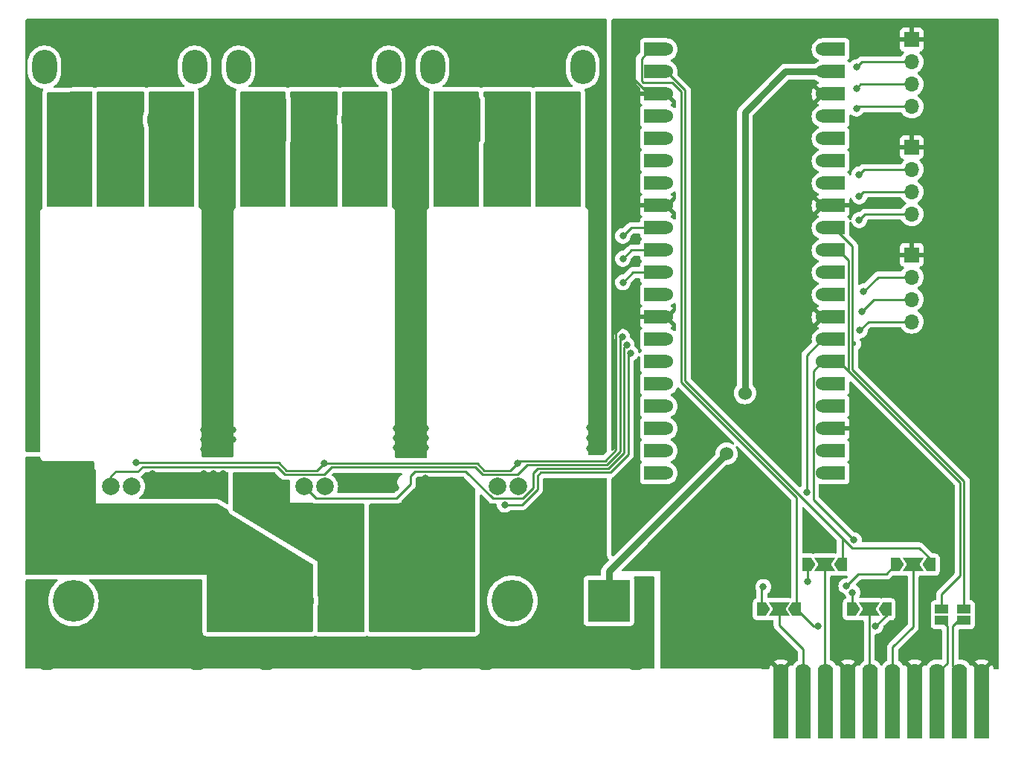
<source format=gbr>
%TF.GenerationSoftware,KiCad,Pcbnew,8.0.1*%
%TF.CreationDate,2024-04-06T11:37:36-04:00*%
%TF.ProjectId,template-card with ESCs,74656d70-6c61-4746-952d-636172642077,rev?*%
%TF.SameCoordinates,Original*%
%TF.FileFunction,Copper,L1,Top*%
%TF.FilePolarity,Positive*%
%FSLAX46Y46*%
G04 Gerber Fmt 4.6, Leading zero omitted, Abs format (unit mm)*
G04 Created by KiCad (PCBNEW 8.0.1) date 2024-04-06 11:37:36*
%MOMM*%
%LPD*%
G01*
G04 APERTURE LIST*
G04 Aperture macros list*
%AMFreePoly0*
4,1,6,1.000000,0.000000,0.500000,-0.750000,-0.500000,-0.750000,-0.500000,0.750000,0.500000,0.750000,1.000000,0.000000,1.000000,0.000000,$1*%
%AMFreePoly1*
4,1,7,0.700000,0.000000,1.200000,-0.750000,-1.200000,-0.750000,-0.700000,0.000000,-1.200000,0.750000,1.200000,0.750000,0.700000,0.000000,0.700000,0.000000,$1*%
G04 Aperture macros list end*
%TA.AperFunction,SMDPad,CuDef*%
%ADD10R,1.500000X1.000000*%
%TD*%
%TA.AperFunction,ComponentPad*%
%ADD11O,2.800000X3.900000*%
%TD*%
%TA.AperFunction,ComponentPad*%
%ADD12C,4.750000*%
%TD*%
%TA.AperFunction,ComponentPad*%
%ADD13R,4.750000X4.750000*%
%TD*%
%TA.AperFunction,SMDPad,CuDef*%
%ADD14FreePoly0,0.000000*%
%TD*%
%TA.AperFunction,SMDPad,CuDef*%
%ADD15FreePoly1,0.000000*%
%TD*%
%TA.AperFunction,SMDPad,CuDef*%
%ADD16FreePoly0,180.000000*%
%TD*%
%TA.AperFunction,ComponentPad*%
%ADD17R,1.700000X1.700000*%
%TD*%
%TA.AperFunction,ComponentPad*%
%ADD18O,1.700000X1.700000*%
%TD*%
%TA.AperFunction,SMDPad,CuDef*%
%ADD19R,2.540000X1.524000*%
%TD*%
%TA.AperFunction,ComponentPad*%
%ADD20C,1.524000*%
%TD*%
%TA.AperFunction,ComponentPad*%
%ADD21O,2.800000X3.800000*%
%TD*%
%TA.AperFunction,ComponentPad*%
%ADD22C,1.780000*%
%TD*%
%TA.AperFunction,SMDPad,CuDef*%
%ADD23R,1.780000X7.700000*%
%TD*%
%TA.AperFunction,ComponentPad*%
%ADD24C,2.000000*%
%TD*%
%TA.AperFunction,ViaPad*%
%ADD25C,0.800000*%
%TD*%
%TA.AperFunction,ViaPad*%
%ADD26C,1.524000*%
%TD*%
%TA.AperFunction,ViaPad*%
%ADD27C,0.600000*%
%TD*%
%TA.AperFunction,Conductor*%
%ADD28C,0.750000*%
%TD*%
%TA.AperFunction,Conductor*%
%ADD29C,0.250000*%
%TD*%
G04 APERTURE END LIST*
D10*
%TO.P,JP2,1,A*%
%TO.N,Net-(J1-RX2{slash}SCL2)*%
X193040000Y-93980000D03*
%TO.P,JP2,2,B*%
%TO.N,SCL0*%
X193040000Y-92680000D03*
%TD*%
D11*
%TO.P,J7,*%
%TO.N,*%
X105451000Y-30988000D03*
X88351000Y-30988000D03*
D12*
%TO.P,J7,1,A*%
%TO.N,Net-(J7-A)*%
X102401000Y-36988000D03*
%TO.P,J7,2,B*%
%TO.N,Net-(J7-B)*%
X96901000Y-36988000D03*
D13*
%TO.P,J7,3,C*%
%TO.N,Net-(J7-C)*%
X91401000Y-36988000D03*
%TD*%
D14*
%TO.P,JP5,1,A*%
%TO.N,SDA0*%
X169990000Y-92710000D03*
D15*
%TO.P,JP5,2,C*%
%TO.N,TX0{slash}SDA0*%
X171990000Y-92710000D03*
D16*
%TO.P,JP5,3,B*%
%TO.N,TX0*%
X173990000Y-92710000D03*
%TD*%
D17*
%TO.P,J3,1,Pin_1*%
%TO.N,sGND*%
X187085000Y-27855000D03*
D18*
%TO.P,J3,2,Pin_2*%
%TO.N,Net-(J3-Pin_2)*%
X187085000Y-30395000D03*
%TO.P,J3,3,Pin_3*%
%TO.N,Net-(J3-Pin_3)*%
X187085000Y-32935000D03*
%TO.P,J3,4,Pin_4*%
%TO.N,Net-(J3-Pin_4)*%
X187085000Y-35475000D03*
%TD*%
D19*
%TO.P,U7,1,GP0*%
%TO.N,TX0*%
X157905000Y-28956000D03*
D20*
X159175000Y-28956000D03*
D19*
%TO.P,U7,2,GP1*%
%TO.N,RX0*%
X157905000Y-31496000D03*
D20*
X159175000Y-31496000D03*
D19*
%TO.P,U7,3,GND*%
%TO.N,sGND*%
X157905000Y-34036000D03*
D20*
X159175000Y-34036000D03*
D19*
%TO.P,U7,4,GP2*%
%TO.N,unconnected-(U7-GP2-Pad4)*%
X157905000Y-36576000D03*
D20*
%TO.N,unconnected-(U7-GP2-Pad4)_0*%
X159175000Y-36576000D03*
D19*
%TO.P,U7,5,GP3*%
%TO.N,Net-(J3-Pin_4)*%
X157905000Y-39116000D03*
D20*
X159175000Y-39116000D03*
D19*
%TO.P,U7,6,GP4*%
%TO.N,Net-(J3-Pin_3)*%
X157905000Y-41656000D03*
D20*
X159175000Y-41656000D03*
D19*
%TO.P,U7,7,GP5*%
%TO.N,Net-(J3-Pin_2)*%
X157905000Y-44196000D03*
D20*
X159175000Y-44196000D03*
D19*
%TO.P,U7,8,GND*%
%TO.N,sGND*%
X157905000Y-46736000D03*
D20*
X159175000Y-46736000D03*
D19*
%TO.P,U7,9,GP6*%
%TO.N,/sGP6*%
X157905000Y-49276000D03*
D20*
X159175000Y-49276000D03*
D19*
%TO.P,U7,10,GP7*%
%TO.N,/sGP7*%
X157905000Y-51816000D03*
D20*
X159175000Y-51816000D03*
D19*
%TO.P,U7,11,GP8*%
%TO.N,/sGP8*%
X157905000Y-54356000D03*
D20*
X159175000Y-54356000D03*
D19*
%TO.P,U7,12,GP9*%
%TO.N,unconnected-(U7-GP9-Pad12)*%
X157905000Y-56896000D03*
D20*
%TO.N,unconnected-(U7-GP9-Pad12)_0*%
X159175000Y-56896000D03*
D19*
%TO.P,U7,13,GND*%
%TO.N,sGND*%
X157905000Y-59436000D03*
D20*
X159175000Y-59436000D03*
D19*
%TO.P,U7,14,GP10*%
%TO.N,unconnected-(U7-GP10-Pad14)*%
X157905000Y-61976000D03*
D20*
%TO.N,unconnected-(U7-GP10-Pad14)_0*%
X159175000Y-61976000D03*
D19*
%TO.P,U7,15,GP11*%
%TO.N,unconnected-(U7-GP11-Pad15)*%
X157905000Y-64516000D03*
D20*
%TO.N,unconnected-(U7-GP11-Pad15)_0*%
X159175000Y-64516000D03*
D19*
%TO.P,U7,16,GP12*%
%TO.N,unconnected-(U7-GP12-Pad16)*%
X157905000Y-67056000D03*
D20*
%TO.N,unconnected-(U7-GP12-Pad16)_0*%
X159175000Y-67056000D03*
D19*
%TO.P,U7,17,GP13*%
%TO.N,unconnected-(U7-GP13-Pad17)_0*%
X157905000Y-69596000D03*
D20*
%TO.N,unconnected-(U7-GP13-Pad17)*%
X159175000Y-69596000D03*
D19*
%TO.P,U7,18,GND*%
%TO.N,GND*%
X157905000Y-72136000D03*
D20*
X159175000Y-72136000D03*
D19*
%TO.P,U7,19,GP14*%
%TO.N,unconnected-(U7-GP14-Pad19)*%
X157905000Y-74676000D03*
D20*
%TO.N,unconnected-(U7-GP14-Pad19)_0*%
X159175000Y-74676000D03*
D19*
%TO.P,U7,20,GP15*%
%TO.N,unconnected-(U7-GP15-Pad20)_0*%
X157905000Y-77216000D03*
D20*
%TO.N,unconnected-(U7-GP15-Pad20)*%
X159175000Y-77216000D03*
%TO.P,U7,21,GP16*%
%TO.N,Net-(J5-Pin_2)*%
X176955000Y-77216000D03*
D19*
X178225000Y-77216000D03*
D20*
%TO.P,U7,22,GP17*%
%TO.N,Net-(J5-Pin_3)*%
X176955000Y-74676000D03*
D19*
X178225000Y-74676000D03*
D20*
%TO.P,U7,23,GND*%
%TO.N,sGND*%
X176955000Y-72136000D03*
D19*
X178225000Y-72136000D03*
D20*
%TO.P,U7,24,GP18*%
%TO.N,Net-(J5-Pin_4)*%
X176955000Y-69596000D03*
D19*
X178225000Y-69596000D03*
D20*
%TO.P,U7,25,GP19*%
%TO.N,unconnected-(U7-GP19-Pad25)_0*%
X176955000Y-67056000D03*
D19*
%TO.N,unconnected-(U7-GP19-Pad25)*%
X178225000Y-67056000D03*
D20*
%TO.P,U7,26,GP20*%
%TO.N,SDA0*%
X176955000Y-64516000D03*
D19*
X178225000Y-64516000D03*
D20*
%TO.P,U7,27,GP21*%
%TO.N,SCL0*%
X176955000Y-61976000D03*
D19*
X178225000Y-61976000D03*
D20*
%TO.P,U7,28,GND*%
%TO.N,sGND*%
X176955000Y-59436000D03*
D19*
X178225000Y-59436000D03*
D20*
%TO.P,U7,29,GP22*%
%TO.N,unconnected-(U7-GP22-Pad29)*%
X176955000Y-56896000D03*
D19*
%TO.N,unconnected-(U7-GP22-Pad29)_0*%
X178225000Y-56896000D03*
D20*
%TO.P,U7,30,RUN*%
%TO.N,unconnected-(U7-RUN-Pad30)_0*%
X176955000Y-54356000D03*
D19*
%TO.N,unconnected-(U7-RUN-Pad30)*%
X178225000Y-54356000D03*
D20*
%TO.P,U7,31,GP26*%
%TO.N,SDA0*%
X176955000Y-51816000D03*
D19*
X178225000Y-51816000D03*
D20*
%TO.P,U7,32,GP27*%
%TO.N,SCL0*%
X176955000Y-49276000D03*
D19*
X178225000Y-49276000D03*
D20*
%TO.P,U7,33,GND*%
%TO.N,sGND*%
X176955000Y-46736000D03*
D19*
X178225000Y-46736000D03*
D20*
%TO.P,U7,34,GP28*%
%TO.N,unconnected-(U7-GP28-Pad34)_0*%
X176955000Y-44196000D03*
D19*
%TO.N,unconnected-(U7-GP28-Pad34)*%
X178225000Y-44196000D03*
D20*
%TO.P,U7,35,ADC_VREF*%
%TO.N,unconnected-(U7-ADC_VREF-Pad35)*%
X176955000Y-41656000D03*
D19*
%TO.N,unconnected-(U7-ADC_VREF-Pad35)_0*%
X178225000Y-41656000D03*
D20*
%TO.P,U7,36,3V3_Out*%
%TO.N,unconnected-(U7-3V3_Out-Pad36)_0*%
X176955000Y-39116000D03*
D19*
%TO.N,unconnected-(U7-3V3_Out-Pad36)*%
X178225000Y-39116000D03*
D20*
%TO.P,U7,37,3V3_EN*%
%TO.N,unconnected-(U7-3V3_EN-Pad37)*%
X176955000Y-36576000D03*
D19*
%TO.N,unconnected-(U7-3V3_EN-Pad37)_0*%
X178225000Y-36576000D03*
D20*
%TO.P,U7,38,GND*%
%TO.N,sGND*%
X176955000Y-34036000D03*
D19*
X178225000Y-34036000D03*
D20*
%TO.P,U7,39,VSYS*%
%TO.N,/5v*%
X176955000Y-31496000D03*
D19*
X178225000Y-31496000D03*
D20*
%TO.P,U7,40,VBUS*%
%TO.N,unconnected-(U7-VBUS-Pad40)_0*%
X176955000Y-28956000D03*
D19*
%TO.N,unconnected-(U7-VBUS-Pad40)*%
X178225000Y-28956000D03*
%TD*%
D14*
%TO.P,JP7,1,A*%
%TO.N,SDA0*%
X180245000Y-92710000D03*
D15*
%TO.P,JP7,2,C*%
%TO.N,TX1{slash}SDA1*%
X182245000Y-92710000D03*
D16*
%TO.P,JP7,3,B*%
%TO.N,TX0*%
X184245000Y-92710000D03*
%TD*%
D14*
%TO.P,JP6,1,A*%
%TO.N,SCL0*%
X175165000Y-87630000D03*
D15*
%TO.P,JP6,2,C*%
%TO.N,RX0{slash}SCL0*%
X177165000Y-87630000D03*
D16*
%TO.P,JP6,3,B*%
%TO.N,RX0*%
X179165000Y-87630000D03*
%TD*%
D12*
%TO.P,J2,1,48V*%
%TO.N,unconnected-(J2A-48V-Pad1)*%
X91630000Y-91760000D03*
%TO.P,J2,2,GND*%
%TO.N,GND*%
X97130000Y-91760000D03*
D13*
%TO.P,J2,3,GND*%
X102630000Y-91760000D03*
D12*
%TO.P,J2,4,12V*%
%TO.N,/12v1*%
X116630000Y-91760000D03*
%TO.P,J2,5,12V*%
%TO.N,/12v2*%
X122130000Y-91760000D03*
D13*
%TO.P,J2,6,12V*%
%TO.N,/12v3*%
X127630000Y-91760000D03*
D12*
%TO.P,J2,7,24V*%
%TO.N,unconnected-(J2C-24V-Pad7)*%
X141600000Y-91760000D03*
%TO.P,J2,8,GND*%
%TO.N,GND*%
X147100000Y-91760000D03*
D13*
%TO.P,J2,9,5V*%
%TO.N,/5v*%
X152600000Y-91760000D03*
D21*
%TO.P,J2,10,Mount*%
%TO.N,GND*%
X88580000Y-97760000D03*
X105680000Y-97760000D03*
X113580000Y-97760000D03*
X130680000Y-97760000D03*
X138550000Y-97760000D03*
X155650000Y-97760000D03*
%TD*%
D22*
%TO.P,J1,1,sGND*%
%TO.N,sGND*%
X172212000Y-99802000D03*
D23*
X172212000Y-103632000D03*
D22*
%TO.P,J1,2,TX0/SDA0*%
%TO.N,TX0{slash}SDA0*%
X174752000Y-99802000D03*
D23*
X174752000Y-103632000D03*
D22*
%TO.P,J1,3,RX0/SCL0*%
%TO.N,RX0{slash}SCL0*%
X177292000Y-99802000D03*
D23*
X177292000Y-103632000D03*
D22*
%TO.P,J1,4,sGND*%
%TO.N,sGND*%
X179832000Y-99802000D03*
D23*
X179832000Y-103632000D03*
D22*
%TO.P,J1,5,TX1/SDA1*%
%TO.N,TX1{slash}SDA1*%
X182372000Y-99802000D03*
D23*
X182372000Y-103632000D03*
D22*
%TO.P,J1,6,RX1/SCL1*%
%TO.N,RX1{slash}SCL1*%
X184912000Y-99802000D03*
D23*
X184912000Y-103632000D03*
D22*
%TO.P,J1,7,sGND*%
%TO.N,sGND*%
X187452000Y-99802000D03*
D23*
X187452000Y-103632000D03*
D22*
%TO.P,J1,8,TX2/SDA2*%
%TO.N,Net-(J1-TX2{slash}SDA2)*%
X189992000Y-99802000D03*
D23*
X189992000Y-103632000D03*
D22*
%TO.P,J1,9,RX2/SCL2*%
%TO.N,Net-(J1-RX2{slash}SCL2)*%
X192532000Y-99802000D03*
D23*
X192532000Y-103632000D03*
D22*
%TO.P,J1,10,sGND*%
%TO.N,sGND*%
X195072000Y-99802000D03*
D23*
X195072000Y-103632000D03*
%TD*%
D10*
%TO.P,JP1,1,A*%
%TO.N,Net-(J1-TX2{slash}SDA2)*%
X190500000Y-93980000D03*
%TO.P,JP1,2,B*%
%TO.N,SDA0*%
X190500000Y-92680000D03*
%TD*%
D14*
%TO.P,JP8,1,A*%
%TO.N,SCL0*%
X185255000Y-87630000D03*
D15*
%TO.P,JP8,2,C*%
%TO.N,RX1{slash}SCL1*%
X187255000Y-87630000D03*
D16*
%TO.P,JP8,3,B*%
%TO.N,RX0*%
X189255000Y-87630000D03*
%TD*%
D17*
%TO.P,J5,1,Pin_1*%
%TO.N,sGND*%
X187085000Y-52355000D03*
D18*
%TO.P,J5,2,Pin_2*%
%TO.N,Net-(J5-Pin_2)*%
X187085000Y-54895000D03*
%TO.P,J5,3,Pin_3*%
%TO.N,Net-(J5-Pin_3)*%
X187085000Y-57435000D03*
%TO.P,J5,4,Pin_4*%
%TO.N,Net-(J5-Pin_4)*%
X187085000Y-59975000D03*
%TD*%
D17*
%TO.P,J4,1,Pin_1*%
%TO.N,sGND*%
X187085000Y-40105000D03*
D18*
%TO.P,J4,2,Pin_2*%
%TO.N,/sGP6*%
X187085000Y-42645000D03*
%TO.P,J4,3,Pin_3*%
%TO.N,/sGP7*%
X187085000Y-45185000D03*
%TO.P,J4,4,Pin_4*%
%TO.N,/sGP8*%
X187085000Y-47725000D03*
%TD*%
D11*
%TO.P,J6,*%
%TO.N,*%
X127549000Y-30988000D03*
X110449000Y-30988000D03*
D12*
%TO.P,J6,1,A*%
%TO.N,Net-(J6-A)*%
X124499000Y-36988000D03*
%TO.P,J6,2,B*%
%TO.N,Net-(J6-B)*%
X118999000Y-36988000D03*
D13*
%TO.P,J6,3,C*%
%TO.N,Net-(J6-C)*%
X113499000Y-36988000D03*
%TD*%
D11*
%TO.P,J8,*%
%TO.N,*%
X149647000Y-30988000D03*
X132547000Y-30988000D03*
D12*
%TO.P,J8,1,A*%
%TO.N,Net-(J8-A)*%
X146597000Y-36988000D03*
%TO.P,J8,2,B*%
%TO.N,Net-(J8-B)*%
X141097000Y-36988000D03*
D13*
%TO.P,J8,3,C*%
%TO.N,Net-(J8-C)*%
X135597000Y-36988000D03*
%TD*%
D24*
%TO.P,U4,G,G*%
%TO.N,sGND*%
X120263250Y-78746750D03*
%TO.P,U4,S,S*%
%TO.N,/sGP7*%
X117933250Y-78746750D03*
%TD*%
%TO.P,U6,G,G*%
%TO.N,sGND*%
X142263250Y-78746750D03*
%TO.P,U6,S,S*%
%TO.N,/sGP6*%
X139933250Y-78746750D03*
%TD*%
%TO.P,U2,G,G*%
%TO.N,sGND*%
X98263250Y-78746750D03*
%TO.P,U2,S,S*%
%TO.N,/sGP8*%
X95933250Y-78746750D03*
%TD*%
D25*
%TO.N,/12v1*%
X89000000Y-87900000D03*
X92100000Y-81300000D03*
X90700000Y-81300000D03*
X86600000Y-76300000D03*
X92100000Y-87900000D03*
X86600000Y-78600000D03*
X93300000Y-86700000D03*
X87700000Y-78600000D03*
X90700000Y-82600000D03*
X86600000Y-77500000D03*
X86600000Y-85500000D03*
X87700000Y-77500000D03*
X89300000Y-81300000D03*
X87700000Y-76300000D03*
X86600000Y-87900000D03*
X89300000Y-82600000D03*
X87800000Y-87900000D03*
X87800000Y-86700000D03*
X86600000Y-86700000D03*
X93300000Y-87900000D03*
X92100000Y-82600000D03*
D26*
%TO.N,/5v*%
X166000000Y-75000000D03*
X168100000Y-68100000D03*
D25*
%TO.N,/12v2*%
X121400000Y-81400000D03*
X115400000Y-83200000D03*
X123700000Y-88200000D03*
X120500000Y-87000000D03*
X122700000Y-81400000D03*
X123900000Y-83800000D03*
X116700000Y-83200000D03*
X122100000Y-87000000D03*
X114100000Y-83200000D03*
X112800000Y-81800000D03*
X120500000Y-88200000D03*
X123700000Y-87000000D03*
X122700000Y-82600000D03*
X115400000Y-81800000D03*
X122100000Y-88200000D03*
X123900000Y-82600000D03*
X114100000Y-81800000D03*
%TO.N,/12v3*%
X136500000Y-83500000D03*
X133300000Y-83500000D03*
X135500000Y-81300000D03*
X134400000Y-81300000D03*
X136500000Y-82400000D03*
X135500000Y-83500000D03*
X133300000Y-81300000D03*
X133300000Y-82400000D03*
X134400000Y-82400000D03*
X136500000Y-81300000D03*
X131700000Y-77750000D03*
X134400000Y-83500000D03*
X135500000Y-82400000D03*
X131700000Y-78750000D03*
%TO.N,Net-(J3-Pin_2)*%
X180800000Y-31000000D03*
%TO.N,Net-(J3-Pin_3)*%
X180800000Y-33400000D03*
%TO.N,Net-(J3-Pin_4)*%
X180800000Y-35700000D03*
%TO.N,/sGP6*%
X181100000Y-43200000D03*
X140750000Y-80796750D03*
X154200000Y-50200000D03*
X155075000Y-63550463D03*
%TO.N,/sGP7*%
X154625000Y-62605462D03*
X154200000Y-52800000D03*
X181100000Y-45700000D03*
%TO.N,/sGP8*%
X154125000Y-61700000D03*
X181100000Y-48400000D03*
X154200000Y-55500000D03*
%TO.N,Net-(J5-Pin_2)*%
X181610000Y-56515000D03*
%TO.N,Net-(J5-Pin_3)*%
X181375000Y-58800000D03*
%TO.N,Net-(J5-Pin_4)*%
X181170000Y-60960000D03*
%TO.N,GND*%
X128300000Y-77600000D03*
X107600000Y-72300000D03*
X106500000Y-79500000D03*
X151600000Y-74400000D03*
X107600000Y-77300000D03*
X131700000Y-74300000D03*
X130600000Y-73200000D03*
X151300000Y-59400000D03*
X106500000Y-72300000D03*
X151600000Y-72000000D03*
X130600000Y-72100000D03*
X106500000Y-78400000D03*
X87200000Y-33800000D03*
X128400000Y-72100000D03*
X109800000Y-73400000D03*
X87100000Y-47200000D03*
X108700000Y-73400000D03*
X108200000Y-47100000D03*
X140900000Y-27400000D03*
X130100000Y-64400000D03*
X87300000Y-27100000D03*
X122300000Y-78900000D03*
X106500000Y-73400000D03*
X108100000Y-33500000D03*
X107600000Y-73400000D03*
X130100000Y-69800000D03*
X87000000Y-73700000D03*
X100600000Y-79500000D03*
X106500000Y-77300000D03*
X108100000Y-69700000D03*
X108700000Y-72300000D03*
X108000000Y-58800000D03*
X151200000Y-70100000D03*
X109800000Y-72300000D03*
X151600000Y-73200000D03*
X87000000Y-58400000D03*
X108100000Y-54200000D03*
X108700000Y-79500000D03*
X130600000Y-74300000D03*
X130200000Y-40100000D03*
X131700000Y-73200000D03*
X130100000Y-58800000D03*
X130300000Y-47100000D03*
X151400000Y-39900000D03*
X130200000Y-33200000D03*
X150400000Y-72000000D03*
X130200000Y-54000000D03*
X108700000Y-78400000D03*
X96800000Y-27200000D03*
X107600000Y-78400000D03*
X151500000Y-32900000D03*
X150400000Y-73200000D03*
X122300000Y-77600000D03*
X107600000Y-79500000D03*
X107600000Y-74500000D03*
X151300000Y-65000000D03*
X118900000Y-27400000D03*
X108100000Y-27200000D03*
X100600000Y-77300000D03*
X129500000Y-72100000D03*
X150400000Y-74400000D03*
X87000000Y-69100000D03*
X87000000Y-53400000D03*
X129500000Y-73200000D03*
X128400000Y-73200000D03*
X100600000Y-78400000D03*
X151300000Y-54400000D03*
X108000000Y-64100000D03*
X87000000Y-63500000D03*
X151400000Y-47000000D03*
X106500000Y-74500000D03*
X108700000Y-77300000D03*
X87200000Y-40600000D03*
X151500000Y-27400000D03*
X128400000Y-74300000D03*
X128300000Y-78900000D03*
X108700000Y-74500000D03*
X129500000Y-74300000D03*
X130200000Y-27400000D03*
X131700000Y-72100000D03*
X108100000Y-40300000D03*
%TO.N,TX0*%
X182970000Y-94615000D03*
X176440000Y-94615000D03*
%TO.N,SDA0*%
X170180000Y-90170000D03*
X180490153Y-84849847D03*
X180340000Y-90805000D03*
%TO.N,SCL0*%
X175260000Y-89535000D03*
X179632891Y-90080000D03*
D27*
X180515000Y-62500000D03*
D25*
X175143000Y-79375000D03*
%TO.N,sGND*%
X183520000Y-73680000D03*
X195580000Y-55880000D03*
X160020000Y-97790000D03*
X154940000Y-39370000D03*
X172720000Y-64770000D03*
X195580000Y-43180000D03*
X195580000Y-58420000D03*
X175260000Y-26670000D03*
X154940000Y-82550000D03*
X162560000Y-97790000D03*
X195580000Y-60960000D03*
X193040000Y-26670000D03*
X195580000Y-29210000D03*
X154940000Y-46990000D03*
X167640000Y-97790000D03*
X172720000Y-73660000D03*
X195580000Y-40640000D03*
X195580000Y-81280000D03*
X160020000Y-88900000D03*
X172720000Y-45720000D03*
X195580000Y-34290000D03*
X195580000Y-31750000D03*
X195580000Y-45720000D03*
X165100000Y-97790000D03*
X163830000Y-64770000D03*
X172720000Y-55880000D03*
X98800000Y-76000000D03*
X195580000Y-74930000D03*
X154940000Y-30480000D03*
X157480000Y-86360000D03*
X161290000Y-26670000D03*
X195580000Y-48260000D03*
X160020000Y-86360000D03*
X142200000Y-76100000D03*
X195580000Y-53340000D03*
X163830000Y-45720000D03*
X163830000Y-73660000D03*
X163830000Y-55880000D03*
X120200000Y-76100000D03*
X195580000Y-26670000D03*
X154940000Y-78740000D03*
%TO.N,Net-(J7-A)*%
X101500000Y-42000000D03*
X101500000Y-41000000D03*
X102500000Y-41000000D03*
X103500000Y-41000000D03*
X103500000Y-42000000D03*
X102500000Y-42000000D03*
%TO.N,Net-(J7-B)*%
X96000000Y-41000000D03*
X98000000Y-42000000D03*
X97000000Y-42000000D03*
X98000000Y-41000000D03*
X96000000Y-42000000D03*
X97000000Y-41000000D03*
%TO.N,Net-(J7-C)*%
X90500000Y-42000000D03*
X92500000Y-41000000D03*
X91500000Y-41000000D03*
X92500000Y-42000000D03*
X90500000Y-41000000D03*
X91500000Y-42000000D03*
%TO.N,Net-(J6-A)*%
X124500000Y-42000000D03*
X125500000Y-41000000D03*
X124500000Y-41000000D03*
X125500000Y-42000000D03*
X123500000Y-42000000D03*
X123500000Y-41000000D03*
%TO.N,Net-(J6-B)*%
X118000000Y-42000000D03*
X118000000Y-41000000D03*
X120000000Y-42000000D03*
X119000000Y-42000000D03*
X119000000Y-41000000D03*
X120000000Y-41000000D03*
%TO.N,Net-(J6-C)*%
X114500000Y-42000000D03*
X113500000Y-41000000D03*
X113500000Y-42000000D03*
X114500000Y-41000000D03*
X112500000Y-41000000D03*
X112500000Y-42000000D03*
%TO.N,Net-(J8-A)*%
X146500000Y-42000000D03*
X146500000Y-41000000D03*
X145500000Y-42000000D03*
X147500000Y-42000000D03*
X147500000Y-41000000D03*
X145500000Y-41000000D03*
%TO.N,Net-(J8-B)*%
X140000000Y-42000000D03*
X140000000Y-41000000D03*
X141000000Y-41000000D03*
X141000000Y-42000000D03*
X142000000Y-41000000D03*
X142000000Y-42000000D03*
%TO.N,Net-(J8-C)*%
X135500000Y-41000000D03*
X134500000Y-42000000D03*
X136500000Y-42000000D03*
X136500000Y-41000000D03*
X135500000Y-42000000D03*
X134500000Y-41000000D03*
%TD*%
D28*
%TO.N,/5v*%
X152600000Y-91760000D02*
X152600000Y-88400000D01*
X168100000Y-68100000D02*
X168100000Y-36100000D01*
X168100000Y-36100000D02*
X172704000Y-31496000D01*
X152600000Y-88400000D02*
X166000000Y-75000000D01*
X172704000Y-31496000D02*
X176955000Y-31496000D01*
D29*
%TO.N,Net-(J3-Pin_2)*%
X180800000Y-31000000D02*
X181405000Y-30395000D01*
X181405000Y-30395000D02*
X187085000Y-30395000D01*
%TO.N,Net-(J3-Pin_3)*%
X180800000Y-33400000D02*
X181265000Y-32935000D01*
X181265000Y-32935000D02*
X187085000Y-32935000D01*
%TO.N,Net-(J3-Pin_4)*%
X181025000Y-35475000D02*
X187085000Y-35475000D01*
X180800000Y-35700000D02*
X181025000Y-35475000D01*
%TO.N,/sGP6*%
X154800000Y-63825463D02*
X154800000Y-75109188D01*
X181100000Y-43200000D02*
X181655000Y-42645000D01*
X144500000Y-77500000D02*
X144850000Y-77150000D01*
X144500000Y-79020229D02*
X144500000Y-77500000D01*
X155124000Y-49276000D02*
X157905000Y-49276000D01*
X154200000Y-50200000D02*
X155124000Y-49276000D01*
X140750000Y-80796750D02*
X142723479Y-80796750D01*
X142723479Y-80796750D02*
X144500000Y-79020229D01*
X144850000Y-77150000D02*
X152759188Y-77150000D01*
X155075000Y-63550463D02*
X154800000Y-63825463D01*
X181655000Y-42645000D02*
X187085000Y-42645000D01*
X154800000Y-75109188D02*
X152759188Y-77150000D01*
%TO.N,/sGP7*%
X181615000Y-45185000D02*
X187085000Y-45185000D01*
X144000000Y-78883833D02*
X144000000Y-77200000D01*
X139384417Y-80071750D02*
X142812083Y-80071750D01*
X130500000Y-77000000D02*
X136312667Y-77000000D01*
X136312667Y-77000000D02*
X139384417Y-80071750D01*
X117933250Y-78746750D02*
X119258250Y-80071750D01*
X119258250Y-80071750D02*
X128428250Y-80071750D01*
X130000000Y-77500000D02*
X130500000Y-77000000D01*
X152572792Y-76700000D02*
X144500000Y-76700000D01*
X142812083Y-80071750D02*
X144000000Y-78883833D01*
X154350000Y-62880462D02*
X154350000Y-74922792D01*
X144000000Y-77200000D02*
X144500000Y-76700000D01*
X155184000Y-51816000D02*
X157905000Y-51816000D01*
X130000000Y-78500000D02*
X130000000Y-77500000D01*
X128428250Y-80071750D02*
X130000000Y-78500000D01*
X154350000Y-74922792D02*
X152572792Y-76700000D01*
X181100000Y-45700000D02*
X181615000Y-45185000D01*
X154200000Y-52800000D02*
X155184000Y-51816000D01*
X154625000Y-62605462D02*
X154350000Y-62880462D01*
%TO.N,/sGP8*%
X115727576Y-77363972D02*
X120186028Y-77363972D01*
X120186028Y-77363972D02*
X121000000Y-76550000D01*
X96500000Y-77000000D02*
X99036396Y-77000000D01*
X114863604Y-76500000D02*
X115727576Y-77363972D01*
X181775000Y-47725000D02*
X187085000Y-47725000D01*
X143300000Y-76250000D02*
X152386396Y-76250000D01*
X95933250Y-78746750D02*
X95933250Y-77566750D01*
X99036396Y-77000000D02*
X99036396Y-76963604D01*
X99036396Y-76963604D02*
X99500000Y-76500000D01*
X121000000Y-76550000D02*
X137413604Y-76550000D01*
X95933250Y-77566750D02*
X96500000Y-77000000D01*
X155344000Y-54356000D02*
X157905000Y-54356000D01*
X137413604Y-76550000D02*
X138229360Y-77365756D01*
X138229360Y-77365756D02*
X142184244Y-77365756D01*
X142184244Y-77365756D02*
X143300000Y-76250000D01*
X153900000Y-74736396D02*
X152386396Y-76250000D01*
X181100000Y-48400000D02*
X181775000Y-47725000D01*
X153900000Y-61925000D02*
X153900000Y-74736396D01*
X99500000Y-76500000D02*
X114863604Y-76500000D01*
X154125000Y-61700000D02*
X153900000Y-61925000D01*
X154200000Y-55500000D02*
X155344000Y-54356000D01*
%TO.N,Net-(J5-Pin_2)*%
X181610000Y-56515000D02*
X183230000Y-54895000D01*
X183230000Y-54895000D02*
X187085000Y-54895000D01*
%TO.N,Net-(J5-Pin_3)*%
X181375000Y-58800000D02*
X182740000Y-57435000D01*
X182740000Y-57435000D02*
X187085000Y-57435000D01*
%TO.N,Net-(J5-Pin_4)*%
X182155000Y-59975000D02*
X187085000Y-59975000D01*
X181170000Y-60960000D02*
X182155000Y-59975000D01*
%TO.N,TX0*%
X157905000Y-28956000D02*
X157397000Y-28956000D01*
X156310000Y-30043000D02*
X156310000Y-32583000D01*
X159812393Y-32769789D02*
X160840000Y-33797396D01*
X157397000Y-28956000D02*
X156310000Y-30043000D01*
X182970000Y-94615000D02*
X184245000Y-93340000D01*
X156496789Y-32769789D02*
X159812393Y-32769789D01*
X156310000Y-32583000D02*
X156496789Y-32769789D01*
X184245000Y-93340000D02*
X184245000Y-92710000D01*
X173990000Y-92710000D02*
X175895000Y-94615000D01*
X160840000Y-66861396D02*
X173990000Y-80011396D01*
X175895000Y-94615000D02*
X176440000Y-94615000D01*
X160840000Y-33797396D02*
X160840000Y-66861396D01*
X173990000Y-80011396D02*
X173990000Y-92710000D01*
%TO.N,RX0*%
X189255000Y-87020000D02*
X189255000Y-87630000D01*
X179070000Y-84455000D02*
X180340000Y-85725000D01*
X180340000Y-85725000D02*
X187960000Y-85725000D01*
X179165000Y-84550000D02*
X179165000Y-87630000D01*
X161290000Y-66675000D02*
X179070000Y-84455000D01*
X187960000Y-85725000D02*
X189255000Y-87020000D01*
X179070000Y-84455000D02*
X179165000Y-84550000D01*
X159175000Y-31496000D02*
X161290000Y-33611000D01*
X161290000Y-33611000D02*
X161290000Y-66675000D01*
%TO.N,SDA0*%
X176955000Y-64516000D02*
X175868000Y-65603000D01*
X178733000Y-51816000D02*
X179890000Y-52973000D01*
X175868000Y-65603000D02*
X175868000Y-80227694D01*
X175868000Y-80227694D02*
X180490153Y-84849847D01*
X180340000Y-90805000D02*
X180340000Y-92615000D01*
X179890000Y-52973000D02*
X179890000Y-65591396D01*
X179890000Y-65591396D02*
X178814604Y-64516000D01*
X179890000Y-65591396D02*
X192590000Y-78291396D01*
X192590000Y-78291396D02*
X192590000Y-88900000D01*
X178225000Y-51816000D02*
X178733000Y-51816000D01*
X180340000Y-92615000D02*
X180245000Y-92710000D01*
X190500000Y-90990000D02*
X190500000Y-92680000D01*
X178814604Y-64516000D02*
X176955000Y-64516000D01*
X169990000Y-90360000D02*
X169990000Y-92710000D01*
X192590000Y-88900000D02*
X190500000Y-90990000D01*
X170180000Y-90170000D02*
X169990000Y-90360000D01*
%TO.N,SCL0*%
X180340000Y-62500000D02*
X180515000Y-62500000D01*
X175143000Y-63788000D02*
X176955000Y-61976000D01*
X180340000Y-51391000D02*
X180340000Y-62500000D01*
X180340000Y-62500000D02*
X180340000Y-65405000D01*
X175143000Y-79375000D02*
X175143000Y-63788000D01*
X185255000Y-87630000D02*
X184180000Y-88705000D01*
X178225000Y-49276000D02*
X180340000Y-51391000D01*
X175260000Y-89535000D02*
X175260000Y-87725000D01*
X175260000Y-87725000D02*
X175165000Y-87630000D01*
X184180000Y-88705000D02*
X181007891Y-88705000D01*
X181007891Y-88705000D02*
X179632891Y-90080000D01*
X193040000Y-78105000D02*
X193040000Y-92680000D01*
X180340000Y-65405000D02*
X193040000Y-78105000D01*
%TO.N,sGND*%
X153400000Y-61200000D02*
X155164000Y-59436000D01*
X159175000Y-34036000D02*
X157126604Y-34036000D01*
X181976000Y-72136000D02*
X183520000Y-73680000D01*
X141384244Y-76915756D02*
X142200000Y-76100000D01*
X142500000Y-75800000D02*
X152200000Y-75800000D01*
X152200000Y-75800000D02*
X153400000Y-74600000D01*
X120200000Y-76100000D02*
X137600000Y-76100000D01*
X142200000Y-76100000D02*
X142500000Y-75800000D01*
X155164000Y-59436000D02*
X157905000Y-59436000D01*
X119386028Y-76913972D02*
X120200000Y-76100000D01*
X157126604Y-34036000D02*
X154940000Y-31849396D01*
X98800000Y-76000000D02*
X115000000Y-76000000D01*
X153400000Y-74600000D02*
X153400000Y-61200000D01*
X115913972Y-76913972D02*
X119386028Y-76913972D01*
X115000000Y-76000000D02*
X115913972Y-76913972D01*
X138415756Y-76915756D02*
X141384244Y-76915756D01*
X155194000Y-46736000D02*
X154940000Y-46990000D01*
X159175000Y-46736000D02*
X155194000Y-46736000D01*
X137600000Y-76100000D02*
X138415756Y-76915756D01*
X176955000Y-72136000D02*
X181976000Y-72136000D01*
X154940000Y-31849396D02*
X154940000Y-30480000D01*
%TO.N,TX0{slash}SDA0*%
X171990000Y-92710000D02*
X171990000Y-94520000D01*
X171990000Y-94520000D02*
X174760000Y-97290000D01*
X174800000Y-99960000D02*
X174760000Y-100000000D01*
X174760000Y-97290000D02*
X174760000Y-100000000D01*
%TO.N,RX0{slash}SCL0*%
X177165000Y-87630000D02*
X177165000Y-99865000D01*
X177165000Y-99865000D02*
X177300000Y-100000000D01*
%TO.N,TX1{slash}SDA1*%
X182245000Y-92710000D02*
X182245000Y-99865000D01*
X182245000Y-99865000D02*
X182380000Y-100000000D01*
%TO.N,RX1{slash}SCL1*%
X184920000Y-97020000D02*
X184920000Y-100000000D01*
X187255000Y-94685000D02*
X184920000Y-97020000D01*
X187255000Y-87630000D02*
X187255000Y-94685000D01*
%TO.N,Net-(J1-TX2{slash}SDA2)*%
X191135000Y-94615000D02*
X191135000Y-98865000D01*
X191135000Y-98865000D02*
X190000000Y-100000000D01*
X190500000Y-93980000D02*
X191135000Y-94615000D01*
%TO.N,Net-(J1-RX2{slash}SCL2)*%
X193074792Y-100000000D02*
X192540000Y-100000000D01*
X193040000Y-93980000D02*
X192405000Y-93980000D01*
X191770000Y-94615000D02*
X191770000Y-99230000D01*
X191770000Y-99230000D02*
X192540000Y-100000000D01*
X192540000Y-100000000D02*
X192532000Y-99992000D01*
X192405000Y-93980000D02*
X191770000Y-94615000D01*
%TD*%
%TA.AperFunction,Conductor*%
%TO.N,/12v2*%
G36*
X114620191Y-77145185D02*
G01*
X114640833Y-77161819D01*
X115238592Y-77759578D01*
X115238621Y-77759609D01*
X115328840Y-77849828D01*
X115328843Y-77849830D01*
X115405766Y-77901228D01*
X115431286Y-77918281D01*
X115431288Y-77918282D01*
X115431291Y-77918284D01*
X115497972Y-77945903D01*
X115497974Y-77945905D01*
X115538216Y-77962573D01*
X115545124Y-77965435D01*
X115605547Y-77977453D01*
X115665969Y-77989472D01*
X115665970Y-77989472D01*
X116176000Y-77989472D01*
X116243039Y-78009157D01*
X116288794Y-78061961D01*
X116300000Y-78113472D01*
X116300000Y-80600000D01*
X118885345Y-80600000D01*
X118952384Y-80619685D01*
X118954236Y-80620898D01*
X118961962Y-80626060D01*
X118961965Y-80626062D01*
X119028646Y-80653681D01*
X119028648Y-80653683D01*
X119068890Y-80670351D01*
X119075798Y-80673213D01*
X119136221Y-80685231D01*
X119196643Y-80697250D01*
X124676000Y-80697250D01*
X124743039Y-80716935D01*
X124788794Y-80769739D01*
X124800000Y-80821250D01*
X124800000Y-89150336D01*
X124792182Y-89193669D01*
X124760908Y-89277517D01*
X124754501Y-89337116D01*
X124754500Y-89337135D01*
X124754500Y-94182870D01*
X124754501Y-94182876D01*
X124760908Y-94242483D01*
X124792182Y-94326330D01*
X124800000Y-94369663D01*
X124800000Y-95176000D01*
X124780315Y-95243039D01*
X124727511Y-95288794D01*
X124676000Y-95300000D01*
X119524000Y-95300000D01*
X119456961Y-95280315D01*
X119411206Y-95227511D01*
X119400000Y-95176000D01*
X119400000Y-92551756D01*
X119405209Y-92516193D01*
X119432732Y-92424260D01*
X119490897Y-92094391D01*
X119510373Y-91760000D01*
X119490897Y-91425609D01*
X119432732Y-91095740D01*
X119405208Y-91003806D01*
X119400000Y-90968243D01*
X119400000Y-87300000D01*
X109859878Y-81536176D01*
X109812677Y-81484660D01*
X109800000Y-81430042D01*
X109800000Y-77249500D01*
X109819685Y-77182461D01*
X109872489Y-77136706D01*
X109924000Y-77125500D01*
X114553152Y-77125500D01*
X114620191Y-77145185D01*
G37*
%TD.AperFunction*%
%TD*%
%TA.AperFunction,Conductor*%
%TO.N,sGND*%
G36*
X167242060Y-74149128D02*
G01*
X167252319Y-74158306D01*
X173328181Y-80234167D01*
X173361666Y-80295490D01*
X173364500Y-80321848D01*
X173364500Y-91336485D01*
X173344815Y-91403524D01*
X173292011Y-91449279D01*
X173222856Y-91459223D01*
X173190005Y-91454500D01*
X173190000Y-91454500D01*
X170790000Y-91454500D01*
X170789998Y-91454500D01*
X170789975Y-91454501D01*
X170749384Y-91457747D01*
X170680989Y-91443469D01*
X170631171Y-91394481D01*
X170615500Y-91334142D01*
X170615500Y-91029850D01*
X170635185Y-90962811D01*
X170666615Y-90929532D01*
X170785871Y-90842888D01*
X170912533Y-90702216D01*
X171007179Y-90538284D01*
X171065674Y-90358256D01*
X171085460Y-90170000D01*
X171065674Y-89981744D01*
X171007179Y-89801716D01*
X170912533Y-89637784D01*
X170785871Y-89497112D01*
X170785870Y-89497111D01*
X170632734Y-89385851D01*
X170632729Y-89385848D01*
X170459807Y-89308857D01*
X170459802Y-89308855D01*
X170312363Y-89277517D01*
X170274646Y-89269500D01*
X170085354Y-89269500D01*
X170052897Y-89276398D01*
X169900197Y-89308855D01*
X169900192Y-89308857D01*
X169727270Y-89385848D01*
X169727265Y-89385851D01*
X169574129Y-89497111D01*
X169447466Y-89637785D01*
X169352821Y-89801715D01*
X169352818Y-89801722D01*
X169294327Y-89981740D01*
X169294326Y-89981744D01*
X169274540Y-90170000D01*
X169294326Y-90358256D01*
X169294327Y-90358259D01*
X169352818Y-90538277D01*
X169353777Y-90540430D01*
X169354267Y-90542735D01*
X169354829Y-90544465D01*
X169354647Y-90544524D01*
X169364500Y-90590872D01*
X169364500Y-91382546D01*
X169344815Y-91449585D01*
X169292011Y-91495340D01*
X169284350Y-91498198D01*
X169280004Y-91500183D01*
X169158969Y-91577967D01*
X169158965Y-91577971D01*
X169064750Y-91686700D01*
X169064744Y-91686709D01*
X169004976Y-91817580D01*
X169004975Y-91817585D01*
X168984500Y-91959999D01*
X168984500Y-93460002D01*
X168989644Y-93531940D01*
X169018338Y-93629660D01*
X169026524Y-93657539D01*
X169030182Y-93669994D01*
X169107967Y-93791030D01*
X169107971Y-93791034D01*
X169216700Y-93885249D01*
X169216706Y-93885254D01*
X169257174Y-93903735D01*
X169347580Y-93945023D01*
X169347583Y-93945023D01*
X169347584Y-93945024D01*
X169490000Y-93965500D01*
X169490003Y-93965500D01*
X170489984Y-93965500D01*
X170490000Y-93965500D01*
X170553522Y-93961493D01*
X170553526Y-93961492D01*
X170553527Y-93961492D01*
X170573755Y-93955919D01*
X170600104Y-93948660D01*
X170650680Y-93945469D01*
X170790000Y-93965500D01*
X171240500Y-93965500D01*
X171307539Y-93985185D01*
X171353294Y-94037989D01*
X171364500Y-94089500D01*
X171364500Y-94581611D01*
X171388535Y-94702444D01*
X171388540Y-94702461D01*
X171435685Y-94816281D01*
X171435689Y-94816288D01*
X171449891Y-94837541D01*
X171449892Y-94837546D01*
X171449894Y-94837546D01*
X171504140Y-94918731D01*
X171504141Y-94918732D01*
X171504142Y-94918733D01*
X171591267Y-95005858D01*
X171591268Y-95005858D01*
X171598335Y-95012925D01*
X171598334Y-95012925D01*
X171598338Y-95012928D01*
X174098181Y-97512771D01*
X174131666Y-97574094D01*
X174134500Y-97600452D01*
X174134500Y-98481225D01*
X174114815Y-98548264D01*
X174069519Y-98590279D01*
X173988864Y-98633928D01*
X173988853Y-98633935D01*
X173807018Y-98775463D01*
X173807015Y-98775466D01*
X173650935Y-98945014D01*
X173585508Y-99045157D01*
X173532362Y-99090514D01*
X173463130Y-99099937D01*
X173399795Y-99070434D01*
X173377891Y-99045156D01*
X173355961Y-99011589D01*
X172799551Y-99568000D01*
X172527232Y-99568000D01*
X172524077Y-99562535D01*
X172451465Y-99489923D01*
X172362534Y-99438578D01*
X172263344Y-99412000D01*
X172248447Y-99412000D01*
X173003672Y-98656774D01*
X173003671Y-98656772D01*
X172974866Y-98634352D01*
X172974860Y-98634347D01*
X172772276Y-98524715D01*
X172772262Y-98524709D01*
X172554396Y-98449915D01*
X172327179Y-98412000D01*
X172096821Y-98412000D01*
X171869603Y-98449915D01*
X171651737Y-98524709D01*
X171651723Y-98524715D01*
X171449141Y-98634346D01*
X171449139Y-98634347D01*
X171420327Y-98656773D01*
X172175554Y-99412000D01*
X172160656Y-99412000D01*
X172061466Y-99438578D01*
X171972535Y-99489923D01*
X171899923Y-99562535D01*
X171896768Y-99568000D01*
X171624447Y-99568000D01*
X171068037Y-99011590D01*
X170985341Y-99138166D01*
X170892808Y-99349120D01*
X170861073Y-99474440D01*
X170825533Y-99534596D01*
X170763113Y-99565988D01*
X170740867Y-99568000D01*
X170145980Y-99568000D01*
X170083980Y-99551387D01*
X170053188Y-99533609D01*
X170053187Y-99533608D01*
X170053186Y-99533608D01*
X169925892Y-99499500D01*
X169925891Y-99499500D01*
X158620000Y-99499500D01*
X158552961Y-99479815D01*
X158507206Y-99427011D01*
X158496000Y-99375500D01*
X158496000Y-88392000D01*
X154145506Y-88392000D01*
X154078467Y-88372315D01*
X154032712Y-88319511D01*
X154022768Y-88250353D01*
X154051793Y-88186797D01*
X154057825Y-88180319D01*
X156999004Y-85239140D01*
X165936110Y-76302032D01*
X165997431Y-76268549D01*
X166012978Y-76266187D01*
X166220068Y-76248070D01*
X166433450Y-76190894D01*
X166633662Y-76097534D01*
X166814620Y-75970826D01*
X166970826Y-75814620D01*
X167097534Y-75633662D01*
X167190894Y-75433450D01*
X167198391Y-75405473D01*
X167229142Y-75290707D01*
X167248070Y-75220068D01*
X167267323Y-75000000D01*
X167248070Y-74779932D01*
X167190894Y-74566550D01*
X167097534Y-74366339D01*
X167063061Y-74317107D01*
X167040736Y-74250904D01*
X167057746Y-74183137D01*
X167108694Y-74135324D01*
X167177404Y-74122646D01*
X167242060Y-74149128D01*
G37*
%TD.AperFunction*%
%TA.AperFunction,Conductor*%
G36*
X178665000Y-88885500D02*
G01*
X178665003Y-88885500D01*
X179643439Y-88885500D01*
X179710478Y-88905185D01*
X179756233Y-88957989D01*
X179766177Y-89027147D01*
X179737152Y-89090703D01*
X179731120Y-89097181D01*
X179685120Y-89143181D01*
X179623797Y-89176666D01*
X179597439Y-89179500D01*
X179538245Y-89179500D01*
X179505788Y-89186398D01*
X179353088Y-89218855D01*
X179353083Y-89218857D01*
X179180161Y-89295848D01*
X179180156Y-89295851D01*
X179027020Y-89407111D01*
X178900357Y-89547785D01*
X178805712Y-89711715D01*
X178805709Y-89711722D01*
X178747218Y-89891740D01*
X178747217Y-89891744D01*
X178727431Y-90080000D01*
X178747217Y-90268256D01*
X178747218Y-90268259D01*
X178805709Y-90448277D01*
X178805712Y-90448284D01*
X178900358Y-90612216D01*
X178973742Y-90693717D01*
X179027020Y-90752888D01*
X179180156Y-90864148D01*
X179180161Y-90864151D01*
X179353082Y-90941142D01*
X179353084Y-90941142D01*
X179353088Y-90941144D01*
X179373621Y-90945508D01*
X179435102Y-90978699D01*
X179465771Y-91028480D01*
X179512818Y-91173277D01*
X179512821Y-91173284D01*
X179598602Y-91321862D01*
X179615075Y-91389763D01*
X179592222Y-91455789D01*
X179542725Y-91496657D01*
X179535006Y-91500181D01*
X179413969Y-91577967D01*
X179413965Y-91577971D01*
X179319750Y-91686700D01*
X179319744Y-91686709D01*
X179259976Y-91817580D01*
X179259975Y-91817585D01*
X179239500Y-91959999D01*
X179239500Y-93460002D01*
X179244644Y-93531940D01*
X179273338Y-93629660D01*
X179281524Y-93657539D01*
X179285182Y-93669994D01*
X179362967Y-93791030D01*
X179362971Y-93791034D01*
X179471700Y-93885249D01*
X179471706Y-93885254D01*
X179512174Y-93903735D01*
X179602580Y-93945023D01*
X179602583Y-93945023D01*
X179602584Y-93945024D01*
X179745000Y-93965500D01*
X179745003Y-93965500D01*
X180744984Y-93965500D01*
X180745000Y-93965500D01*
X180808522Y-93961493D01*
X180808526Y-93961492D01*
X180808527Y-93961492D01*
X180828755Y-93955919D01*
X180855104Y-93948660D01*
X180905680Y-93945469D01*
X181045000Y-93965500D01*
X181495500Y-93965500D01*
X181562539Y-93985185D01*
X181608294Y-94037989D01*
X181619500Y-94089500D01*
X181619500Y-98565029D01*
X181599815Y-98632068D01*
X181571663Y-98662882D01*
X181427014Y-98775467D01*
X181270935Y-98945014D01*
X181205508Y-99045157D01*
X181152362Y-99090514D01*
X181083130Y-99099937D01*
X181019795Y-99070434D01*
X180997891Y-99045156D01*
X180975961Y-99011589D01*
X180419551Y-99568000D01*
X180147232Y-99568000D01*
X180144077Y-99562535D01*
X180071465Y-99489923D01*
X179982534Y-99438578D01*
X179883344Y-99412000D01*
X179868447Y-99412000D01*
X180623672Y-98656774D01*
X180623671Y-98656772D01*
X180594866Y-98634352D01*
X180594860Y-98634347D01*
X180392276Y-98524715D01*
X180392262Y-98524709D01*
X180174396Y-98449915D01*
X179947179Y-98412000D01*
X179716821Y-98412000D01*
X179489603Y-98449915D01*
X179271737Y-98524709D01*
X179271723Y-98524715D01*
X179069141Y-98634346D01*
X179069139Y-98634347D01*
X179040327Y-98656773D01*
X179795554Y-99412000D01*
X179780656Y-99412000D01*
X179681466Y-99438578D01*
X179592535Y-99489923D01*
X179519923Y-99562535D01*
X179516768Y-99568000D01*
X179244447Y-99568000D01*
X178688036Y-99011589D01*
X178666106Y-99045156D01*
X178612960Y-99090513D01*
X178543728Y-99099936D01*
X178480393Y-99070434D01*
X178458489Y-99045155D01*
X178393063Y-98945012D01*
X178326041Y-98872207D01*
X178236988Y-98775469D01*
X178236983Y-98775465D01*
X178236981Y-98775463D01*
X178055146Y-98633935D01*
X178055135Y-98633928D01*
X177855483Y-98525882D01*
X177805892Y-98476662D01*
X177790500Y-98416827D01*
X177790500Y-89009500D01*
X177810185Y-88942461D01*
X177862989Y-88896706D01*
X177914500Y-88885500D01*
X178364998Y-88885500D01*
X178365000Y-88885500D01*
X178365002Y-88885499D01*
X178365021Y-88885499D01*
X178445326Y-88879076D01*
X178445326Y-88879075D01*
X178445338Y-88879075D01*
X178473740Y-88870213D01*
X178528316Y-88865848D01*
X178665000Y-88885500D01*
G37*
%TD.AperFunction*%
%TA.AperFunction,Conductor*%
G36*
X180200702Y-66787134D02*
G01*
X180207180Y-66793166D01*
X191928181Y-78514167D01*
X191961666Y-78575490D01*
X191964500Y-78601848D01*
X191964500Y-88589547D01*
X191944815Y-88656586D01*
X191928181Y-88677228D01*
X190101269Y-90504140D01*
X190101267Y-90504142D01*
X190067132Y-90538277D01*
X190014141Y-90591267D01*
X189997117Y-90616744D01*
X189997118Y-90616745D01*
X189945686Y-90693717D01*
X189945685Y-90693718D01*
X189922070Y-90750732D01*
X189922070Y-90750734D01*
X189898537Y-90807548D01*
X189898536Y-90807552D01*
X189898536Y-90807553D01*
X189898535Y-90807556D01*
X189874500Y-90928389D01*
X189874500Y-91555500D01*
X189854815Y-91622539D01*
X189802011Y-91668294D01*
X189750502Y-91679500D01*
X189702131Y-91679500D01*
X189702123Y-91679501D01*
X189642516Y-91685908D01*
X189507671Y-91736202D01*
X189507664Y-91736206D01*
X189392455Y-91822452D01*
X189392452Y-91822455D01*
X189306206Y-91937664D01*
X189306202Y-91937671D01*
X189255908Y-92072517D01*
X189249501Y-92132116D01*
X189249501Y-92132123D01*
X189249500Y-92132135D01*
X189249500Y-93227870D01*
X189249501Y-93227876D01*
X189255908Y-93287479D01*
X189257692Y-93295026D01*
X189256229Y-93295371D01*
X189260585Y-93356371D01*
X189256173Y-93371396D01*
X189255908Y-93372517D01*
X189249501Y-93432116D01*
X189249501Y-93432123D01*
X189249500Y-93432135D01*
X189249500Y-94527870D01*
X189249501Y-94527876D01*
X189255908Y-94587483D01*
X189306202Y-94722328D01*
X189306206Y-94722335D01*
X189392452Y-94837544D01*
X189392454Y-94837546D01*
X189507664Y-94923793D01*
X189507671Y-94923797D01*
X189642517Y-94974091D01*
X189642516Y-94974091D01*
X189649444Y-94974835D01*
X189702127Y-94980500D01*
X190385500Y-94980499D01*
X190452539Y-95000183D01*
X190498294Y-95052987D01*
X190509500Y-95104499D01*
X190509500Y-98335827D01*
X190489815Y-98402866D01*
X190437011Y-98448621D01*
X190367853Y-98458565D01*
X190345239Y-98453109D01*
X190334519Y-98449429D01*
X190107220Y-98411500D01*
X189876780Y-98411500D01*
X189649479Y-98449429D01*
X189431535Y-98524250D01*
X189431521Y-98524256D01*
X189228864Y-98633928D01*
X189228853Y-98633935D01*
X189047018Y-98775463D01*
X189047015Y-98775466D01*
X188890935Y-98945014D01*
X188825508Y-99045157D01*
X188772362Y-99090514D01*
X188703130Y-99099937D01*
X188639795Y-99070434D01*
X188617891Y-99045156D01*
X188595961Y-99011589D01*
X188039551Y-99568000D01*
X187767232Y-99568000D01*
X187764077Y-99562535D01*
X187691465Y-99489923D01*
X187602534Y-99438578D01*
X187503344Y-99412000D01*
X187488447Y-99412000D01*
X188243672Y-98656774D01*
X188243671Y-98656772D01*
X188214866Y-98634352D01*
X188214860Y-98634347D01*
X188012276Y-98524715D01*
X188012262Y-98524709D01*
X187794396Y-98449915D01*
X187567179Y-98412000D01*
X187336821Y-98412000D01*
X187109603Y-98449915D01*
X186891737Y-98524709D01*
X186891723Y-98524715D01*
X186689141Y-98634346D01*
X186689139Y-98634347D01*
X186660327Y-98656773D01*
X187415554Y-99412000D01*
X187400656Y-99412000D01*
X187301466Y-99438578D01*
X187212535Y-99489923D01*
X187139923Y-99562535D01*
X187136768Y-99568000D01*
X186864447Y-99568000D01*
X186308036Y-99011589D01*
X186286106Y-99045156D01*
X186232960Y-99090513D01*
X186163728Y-99099936D01*
X186100393Y-99070434D01*
X186078489Y-99045155D01*
X186013063Y-98945012D01*
X185946041Y-98872207D01*
X185856988Y-98775469D01*
X185856983Y-98775465D01*
X185856981Y-98775463D01*
X185675146Y-98633935D01*
X185675135Y-98633928D01*
X185610481Y-98598938D01*
X185560891Y-98549718D01*
X185545500Y-98489884D01*
X185545500Y-97330452D01*
X185565185Y-97263413D01*
X185581819Y-97242771D01*
X187740855Y-95083736D01*
X187740855Y-95083735D01*
X187740858Y-95083733D01*
X187809312Y-94981285D01*
X187856463Y-94867451D01*
X187880501Y-94746606D01*
X187880501Y-94623393D01*
X187880501Y-94618283D01*
X187880500Y-94618257D01*
X187880500Y-89009500D01*
X187900185Y-88942461D01*
X187952989Y-88896706D01*
X188004500Y-88885500D01*
X188454998Y-88885500D01*
X188455000Y-88885500D01*
X188455002Y-88885499D01*
X188455021Y-88885499D01*
X188535326Y-88879076D01*
X188535326Y-88879075D01*
X188535338Y-88879075D01*
X188563740Y-88870213D01*
X188618316Y-88865848D01*
X188755000Y-88885500D01*
X188755003Y-88885500D01*
X189755000Y-88885500D01*
X189826940Y-88880355D01*
X189964992Y-88839819D01*
X190086032Y-88762031D01*
X190180254Y-88653294D01*
X190240024Y-88522416D01*
X190260500Y-88380000D01*
X190260500Y-86880000D01*
X190255355Y-86808060D01*
X190214819Y-86670008D01*
X190146267Y-86563339D01*
X190137032Y-86548969D01*
X190137028Y-86548965D01*
X190028299Y-86454750D01*
X190028297Y-86454748D01*
X190028294Y-86454746D01*
X190028290Y-86454744D01*
X189897419Y-86394976D01*
X189897414Y-86394975D01*
X189755000Y-86374500D01*
X189545453Y-86374500D01*
X189478414Y-86354815D01*
X189457772Y-86338181D01*
X188452928Y-85333338D01*
X188452925Y-85333334D01*
X188452925Y-85333335D01*
X188445858Y-85326268D01*
X188445858Y-85326267D01*
X188358733Y-85239142D01*
X188358732Y-85239141D01*
X188358731Y-85239140D01*
X188307509Y-85204915D01*
X188256287Y-85170689D01*
X188256286Y-85170688D01*
X188256283Y-85170686D01*
X188256280Y-85170685D01*
X188175792Y-85137347D01*
X188142453Y-85123537D01*
X188132427Y-85121543D01*
X188082029Y-85111518D01*
X188021610Y-85099500D01*
X188021607Y-85099500D01*
X188021606Y-85099500D01*
X181507089Y-85099500D01*
X181440050Y-85079815D01*
X181394295Y-85027011D01*
X181383768Y-84962541D01*
X181395613Y-84849847D01*
X181375827Y-84661591D01*
X181317332Y-84481563D01*
X181222686Y-84317631D01*
X181096024Y-84176959D01*
X181096023Y-84176958D01*
X180942887Y-84065698D01*
X180942882Y-84065695D01*
X180769960Y-83988704D01*
X180769955Y-83988702D01*
X180624154Y-83957712D01*
X180584799Y-83949347D01*
X180584798Y-83949347D01*
X180525606Y-83949347D01*
X180458567Y-83929662D01*
X180437925Y-83913028D01*
X176529819Y-80004922D01*
X176496334Y-79943599D01*
X176493500Y-79917241D01*
X176493500Y-78560977D01*
X176513185Y-78493938D01*
X176565989Y-78448183D01*
X176635147Y-78438239D01*
X176649581Y-78441200D01*
X176734932Y-78464070D01*
X176918322Y-78480114D01*
X176954999Y-78483323D01*
X176955000Y-78483323D01*
X177004735Y-78478970D01*
X177015543Y-78478499D01*
X179542871Y-78478499D01*
X179542872Y-78478499D01*
X179602483Y-78472091D01*
X179737331Y-78421796D01*
X179852546Y-78335546D01*
X179938796Y-78220331D01*
X179989091Y-78085483D01*
X179995500Y-78025873D01*
X179995499Y-76406128D01*
X179989091Y-76346517D01*
X179952372Y-76248069D01*
X179938797Y-76211671D01*
X179938793Y-76211664D01*
X179887123Y-76142643D01*
X179852546Y-76096454D01*
X179784166Y-76045265D01*
X179742297Y-75989333D01*
X179737313Y-75919641D01*
X179770798Y-75858318D01*
X179784161Y-75846738D01*
X179852546Y-75795546D01*
X179938796Y-75680331D01*
X179989091Y-75545483D01*
X179995500Y-75485873D01*
X179995499Y-73866128D01*
X179989091Y-73806517D01*
X179968731Y-73751930D01*
X179938797Y-73671671D01*
X179938793Y-73671664D01*
X179852547Y-73556455D01*
X179783750Y-73504953D01*
X179741880Y-73449019D01*
X179736896Y-73379327D01*
X179770382Y-73318005D01*
X179783752Y-73306420D01*
X179852189Y-73255188D01*
X179852190Y-73255187D01*
X179938350Y-73140093D01*
X179938354Y-73140086D01*
X179988596Y-73005379D01*
X179988598Y-73005372D01*
X179994999Y-72945844D01*
X179995000Y-72945827D01*
X179995000Y-72386000D01*
X178099000Y-72386000D01*
X178031961Y-72366315D01*
X177986206Y-72313511D01*
X177975000Y-72262000D01*
X177975000Y-72010000D01*
X177994685Y-71942961D01*
X178047489Y-71897206D01*
X178099000Y-71886000D01*
X179995000Y-71886000D01*
X179995000Y-71326172D01*
X179994999Y-71326155D01*
X179988598Y-71266627D01*
X179988596Y-71266620D01*
X179938354Y-71131913D01*
X179938350Y-71131906D01*
X179852190Y-71016813D01*
X179783751Y-70965579D01*
X179741880Y-70909645D01*
X179736896Y-70839953D01*
X179770381Y-70778630D01*
X179783742Y-70767052D01*
X179852546Y-70715546D01*
X179938796Y-70600331D01*
X179989091Y-70465483D01*
X179995500Y-70405873D01*
X179995499Y-68786128D01*
X179990299Y-68737757D01*
X179989091Y-68726516D01*
X179938797Y-68591671D01*
X179938793Y-68591664D01*
X179887123Y-68522643D01*
X179852546Y-68476454D01*
X179784166Y-68425265D01*
X179742297Y-68369333D01*
X179737313Y-68299641D01*
X179770798Y-68238318D01*
X179784161Y-68226738D01*
X179852546Y-68175546D01*
X179938796Y-68060331D01*
X179989091Y-67925483D01*
X179995500Y-67865873D01*
X179995499Y-66880846D01*
X180015183Y-66813808D01*
X180067987Y-66768053D01*
X180137146Y-66758109D01*
X180200702Y-66787134D01*
G37*
%TD.AperFunction*%
%TA.AperFunction,Conductor*%
G36*
X196942539Y-25520185D02*
G01*
X196988294Y-25572989D01*
X196999500Y-25624500D01*
X196999500Y-99444000D01*
X196979815Y-99511039D01*
X196927011Y-99556794D01*
X196875500Y-99568000D01*
X196543133Y-99568000D01*
X196476094Y-99548315D01*
X196430339Y-99495511D01*
X196422927Y-99474440D01*
X196391191Y-99349120D01*
X196298658Y-99138166D01*
X196215961Y-99011589D01*
X195659551Y-99568000D01*
X195387232Y-99568000D01*
X195384077Y-99562535D01*
X195311465Y-99489923D01*
X195222534Y-99438578D01*
X195123344Y-99412000D01*
X195108447Y-99412000D01*
X195863672Y-98656774D01*
X195863671Y-98656772D01*
X195834866Y-98634352D01*
X195834860Y-98634347D01*
X195632276Y-98524715D01*
X195632262Y-98524709D01*
X195414396Y-98449915D01*
X195187179Y-98412000D01*
X194956821Y-98412000D01*
X194729603Y-98449915D01*
X194511737Y-98524709D01*
X194511723Y-98524715D01*
X194309141Y-98634346D01*
X194309139Y-98634347D01*
X194280327Y-98656773D01*
X195035554Y-99412000D01*
X195020656Y-99412000D01*
X194921466Y-99438578D01*
X194832535Y-99489923D01*
X194759923Y-99562535D01*
X194756768Y-99568000D01*
X194484447Y-99568000D01*
X193928036Y-99011589D01*
X193906106Y-99045156D01*
X193852960Y-99090513D01*
X193783728Y-99099936D01*
X193720393Y-99070434D01*
X193698489Y-99045155D01*
X193633063Y-98945012D01*
X193566041Y-98872207D01*
X193476988Y-98775469D01*
X193476983Y-98775465D01*
X193476981Y-98775463D01*
X193295146Y-98633935D01*
X193295135Y-98633928D01*
X193092478Y-98524256D01*
X193092475Y-98524255D01*
X193092472Y-98524253D01*
X193092466Y-98524251D01*
X193092464Y-98524250D01*
X192874520Y-98449429D01*
X192647220Y-98411500D01*
X192519500Y-98411500D01*
X192452461Y-98391815D01*
X192406706Y-98339011D01*
X192395500Y-98287500D01*
X192395500Y-95104499D01*
X192415185Y-95037460D01*
X192467989Y-94991705D01*
X192519500Y-94980499D01*
X193837871Y-94980499D01*
X193837872Y-94980499D01*
X193897483Y-94974091D01*
X194032331Y-94923796D01*
X194147546Y-94837546D01*
X194233796Y-94722331D01*
X194284091Y-94587483D01*
X194290500Y-94527873D01*
X194290499Y-93432128D01*
X194284091Y-93372517D01*
X194284090Y-93372515D01*
X194284090Y-93372512D01*
X194282308Y-93364969D01*
X194283773Y-93364622D01*
X194279409Y-93303651D01*
X194283819Y-93288633D01*
X194284089Y-93287488D01*
X194284091Y-93287483D01*
X194290500Y-93227873D01*
X194290499Y-92132128D01*
X194284091Y-92072517D01*
X194233796Y-91937669D01*
X194233795Y-91937668D01*
X194233793Y-91937664D01*
X194147547Y-91822455D01*
X194147544Y-91822452D01*
X194032335Y-91736206D01*
X194032328Y-91736202D01*
X193897482Y-91685908D01*
X193897483Y-91685908D01*
X193837883Y-91679501D01*
X193837881Y-91679500D01*
X193837873Y-91679500D01*
X193837865Y-91679500D01*
X193789500Y-91679500D01*
X193722461Y-91659815D01*
X193676706Y-91607011D01*
X193665500Y-91555500D01*
X193665500Y-78043393D01*
X193665499Y-78043389D01*
X193641464Y-77922555D01*
X193641463Y-77922548D01*
X193594311Y-77808714D01*
X193594310Y-77808713D01*
X193594307Y-77808707D01*
X193525858Y-77706267D01*
X193525855Y-77706263D01*
X193435637Y-77616045D01*
X193435606Y-77616016D01*
X181001819Y-65182229D01*
X180968334Y-65120906D01*
X180965500Y-65094548D01*
X180965500Y-63230809D01*
X180985185Y-63163770D01*
X181012191Y-63133859D01*
X181017252Y-63129821D01*
X181017262Y-63129816D01*
X181144816Y-63002262D01*
X181240789Y-62849522D01*
X181300368Y-62679255D01*
X181300369Y-62679249D01*
X181320565Y-62500003D01*
X181320565Y-62499996D01*
X181300369Y-62320750D01*
X181300368Y-62320745D01*
X181240788Y-62150475D01*
X181177220Y-62049309D01*
X181158219Y-61982072D01*
X181178586Y-61915237D01*
X181231854Y-61870022D01*
X181258510Y-61862890D01*
X181258289Y-61861851D01*
X181264645Y-61860500D01*
X181264646Y-61860500D01*
X181449803Y-61821144D01*
X181622730Y-61744151D01*
X181775871Y-61632888D01*
X181902533Y-61492216D01*
X181997179Y-61328284D01*
X182055674Y-61148256D01*
X182073321Y-60980344D01*
X182099904Y-60915734D01*
X182108941Y-60905648D01*
X182377773Y-60636816D01*
X182439095Y-60603334D01*
X182465453Y-60600500D01*
X185809773Y-60600500D01*
X185876812Y-60620185D01*
X185911348Y-60653377D01*
X186046500Y-60846395D01*
X186046505Y-60846401D01*
X186213599Y-61013495D01*
X186270631Y-61053429D01*
X186407165Y-61149032D01*
X186407167Y-61149033D01*
X186407170Y-61149035D01*
X186621337Y-61248903D01*
X186621343Y-61248904D01*
X186621344Y-61248905D01*
X186676285Y-61263626D01*
X186849592Y-61310063D01*
X187037918Y-61326539D01*
X187084999Y-61330659D01*
X187085000Y-61330659D01*
X187085001Y-61330659D01*
X187124234Y-61327226D01*
X187320408Y-61310063D01*
X187548663Y-61248903D01*
X187762830Y-61149035D01*
X187956401Y-61013495D01*
X188123495Y-60846401D01*
X188259035Y-60652830D01*
X188358903Y-60438663D01*
X188420063Y-60210408D01*
X188440659Y-59975000D01*
X188420063Y-59739592D01*
X188358903Y-59511337D01*
X188259035Y-59297171D01*
X188258652Y-59296623D01*
X188123494Y-59103597D01*
X187956402Y-58936506D01*
X187956396Y-58936501D01*
X187770842Y-58806575D01*
X187727217Y-58751998D01*
X187720023Y-58682500D01*
X187751546Y-58620145D01*
X187770842Y-58603425D01*
X187823405Y-58566620D01*
X187956401Y-58473495D01*
X188123495Y-58306401D01*
X188259035Y-58112830D01*
X188358903Y-57898663D01*
X188420063Y-57670408D01*
X188440659Y-57435000D01*
X188437875Y-57403185D01*
X188420063Y-57199596D01*
X188420063Y-57199592D01*
X188358903Y-56971337D01*
X188259035Y-56757171D01*
X188258652Y-56756623D01*
X188123494Y-56563597D01*
X187956402Y-56396506D01*
X187956396Y-56396501D01*
X187770842Y-56266575D01*
X187727217Y-56211998D01*
X187720023Y-56142500D01*
X187751546Y-56080145D01*
X187770842Y-56063425D01*
X187899369Y-55973429D01*
X187956401Y-55933495D01*
X188123495Y-55766401D01*
X188259035Y-55572830D01*
X188358903Y-55358663D01*
X188420063Y-55130408D01*
X188440659Y-54895000D01*
X188420063Y-54659592D01*
X188358903Y-54431337D01*
X188259035Y-54217171D01*
X188258651Y-54216623D01*
X188123496Y-54023600D01*
X188123495Y-54023599D01*
X188001179Y-53901283D01*
X187967696Y-53839963D01*
X187972680Y-53770271D01*
X188014551Y-53714337D01*
X188045529Y-53697422D01*
X188177086Y-53648354D01*
X188177093Y-53648350D01*
X188292187Y-53562190D01*
X188292190Y-53562187D01*
X188378350Y-53447093D01*
X188378354Y-53447086D01*
X188428596Y-53312379D01*
X188428598Y-53312372D01*
X188434999Y-53252844D01*
X188435000Y-53252827D01*
X188435000Y-52605000D01*
X187518012Y-52605000D01*
X187550925Y-52547993D01*
X187585000Y-52420826D01*
X187585000Y-52289174D01*
X187550925Y-52162007D01*
X187518012Y-52105000D01*
X188435000Y-52105000D01*
X188435000Y-51457172D01*
X188434999Y-51457155D01*
X188428598Y-51397627D01*
X188428596Y-51397620D01*
X188378354Y-51262913D01*
X188378350Y-51262906D01*
X188292190Y-51147812D01*
X188292187Y-51147809D01*
X188177093Y-51061649D01*
X188177086Y-51061645D01*
X188042379Y-51011403D01*
X188042372Y-51011401D01*
X187982844Y-51005000D01*
X187335000Y-51005000D01*
X187335000Y-51921988D01*
X187277993Y-51889075D01*
X187150826Y-51855000D01*
X187019174Y-51855000D01*
X186892007Y-51889075D01*
X186835000Y-51921988D01*
X186835000Y-51005000D01*
X186187155Y-51005000D01*
X186127627Y-51011401D01*
X186127620Y-51011403D01*
X185992913Y-51061645D01*
X185992906Y-51061649D01*
X185877812Y-51147809D01*
X185877809Y-51147812D01*
X185791649Y-51262906D01*
X185791645Y-51262913D01*
X185741403Y-51397620D01*
X185741401Y-51397627D01*
X185735000Y-51457155D01*
X185735000Y-52105000D01*
X186651988Y-52105000D01*
X186619075Y-52162007D01*
X186585000Y-52289174D01*
X186585000Y-52420826D01*
X186619075Y-52547993D01*
X186651988Y-52605000D01*
X185735000Y-52605000D01*
X185735000Y-53252844D01*
X185741401Y-53312372D01*
X185741403Y-53312379D01*
X185791645Y-53447086D01*
X185791649Y-53447093D01*
X185877809Y-53562187D01*
X185877812Y-53562190D01*
X185992906Y-53648350D01*
X185992913Y-53648354D01*
X186124470Y-53697421D01*
X186180403Y-53739292D01*
X186204821Y-53804756D01*
X186189970Y-53873029D01*
X186168819Y-53901284D01*
X186046503Y-54023600D01*
X185911348Y-54216623D01*
X185856771Y-54260248D01*
X185809773Y-54269500D01*
X183168389Y-54269500D01*
X183107971Y-54281518D01*
X183047548Y-54293537D01*
X183047543Y-54293538D01*
X183013546Y-54307620D01*
X183000397Y-54313067D01*
X182933718Y-54340685D01*
X182914571Y-54353479D01*
X182908190Y-54357743D01*
X182908189Y-54357744D01*
X182908188Y-54357743D01*
X182831266Y-54409142D01*
X182831265Y-54409143D01*
X182809074Y-54431335D01*
X182744142Y-54496267D01*
X182744139Y-54496270D01*
X182186421Y-55053989D01*
X181662229Y-55578181D01*
X181600906Y-55611666D01*
X181574548Y-55614500D01*
X181515354Y-55614500D01*
X181482897Y-55621398D01*
X181330197Y-55653855D01*
X181330192Y-55653857D01*
X181157270Y-55730848D01*
X181151637Y-55734101D01*
X181150145Y-55731517D01*
X181096483Y-55750617D01*
X181028441Y-55734739D01*
X180979785Y-55684595D01*
X180965500Y-55626814D01*
X180965500Y-51458741D01*
X180965501Y-51458720D01*
X180965501Y-51329391D01*
X180941464Y-51208555D01*
X180941463Y-51208549D01*
X180894312Y-51094715D01*
X180825858Y-50992267D01*
X180825855Y-50992263D01*
X180030068Y-50196478D01*
X179996583Y-50135155D01*
X179994460Y-50095543D01*
X179995500Y-50085873D01*
X179995499Y-48697680D01*
X180015184Y-48630642D01*
X180067987Y-48584887D01*
X180137146Y-48574943D01*
X180200702Y-48603968D01*
X180237430Y-48659363D01*
X180272818Y-48768277D01*
X180272821Y-48768284D01*
X180367467Y-48932216D01*
X180482581Y-49060063D01*
X180494129Y-49072888D01*
X180647265Y-49184148D01*
X180647270Y-49184151D01*
X180820192Y-49261142D01*
X180820197Y-49261144D01*
X181005354Y-49300500D01*
X181005355Y-49300500D01*
X181194644Y-49300500D01*
X181194646Y-49300500D01*
X181379803Y-49261144D01*
X181552730Y-49184151D01*
X181705871Y-49072888D01*
X181832533Y-48932216D01*
X181927179Y-48768284D01*
X181985674Y-48588256D01*
X181998992Y-48461537D01*
X182025577Y-48396924D01*
X182082874Y-48356939D01*
X182122313Y-48350500D01*
X185809773Y-48350500D01*
X185876812Y-48370185D01*
X185911348Y-48403377D01*
X186046500Y-48596395D01*
X186046505Y-48596401D01*
X186213599Y-48763495D01*
X186310384Y-48831265D01*
X186407165Y-48899032D01*
X186407167Y-48899033D01*
X186407170Y-48899035D01*
X186621337Y-48998903D01*
X186849592Y-49060063D01*
X187037918Y-49076539D01*
X187084999Y-49080659D01*
X187085000Y-49080659D01*
X187085001Y-49080659D01*
X187124234Y-49077226D01*
X187320408Y-49060063D01*
X187548663Y-48998903D01*
X187762830Y-48899035D01*
X187956401Y-48763495D01*
X188123495Y-48596401D01*
X188259035Y-48402830D01*
X188358903Y-48188663D01*
X188420063Y-47960408D01*
X188440659Y-47725000D01*
X188420063Y-47489592D01*
X188358903Y-47261337D01*
X188259035Y-47047171D01*
X188258652Y-47046623D01*
X188123494Y-46853597D01*
X187956402Y-46686506D01*
X187956396Y-46686501D01*
X187770842Y-46556575D01*
X187727217Y-46501998D01*
X187720023Y-46432500D01*
X187751546Y-46370145D01*
X187770842Y-46353425D01*
X187843256Y-46302720D01*
X187956401Y-46223495D01*
X188123495Y-46056401D01*
X188259035Y-45862830D01*
X188358903Y-45648663D01*
X188420063Y-45420408D01*
X188440659Y-45185000D01*
X188420063Y-44949592D01*
X188358903Y-44721337D01*
X188259035Y-44507171D01*
X188258652Y-44506623D01*
X188123494Y-44313597D01*
X187956402Y-44146506D01*
X187956396Y-44146501D01*
X187770842Y-44016575D01*
X187727217Y-43961998D01*
X187720023Y-43892500D01*
X187751546Y-43830145D01*
X187770842Y-43813425D01*
X187886823Y-43732214D01*
X187956401Y-43683495D01*
X188123495Y-43516401D01*
X188259035Y-43322830D01*
X188358903Y-43108663D01*
X188420063Y-42880408D01*
X188440659Y-42645000D01*
X188420063Y-42409592D01*
X188358903Y-42181337D01*
X188259035Y-41967171D01*
X188258651Y-41966623D01*
X188123496Y-41773600D01*
X188123495Y-41773599D01*
X188001179Y-41651283D01*
X187967696Y-41589963D01*
X187972680Y-41520271D01*
X188014551Y-41464337D01*
X188045529Y-41447422D01*
X188177086Y-41398354D01*
X188177093Y-41398350D01*
X188292187Y-41312190D01*
X188292190Y-41312187D01*
X188378350Y-41197093D01*
X188378354Y-41197086D01*
X188428596Y-41062379D01*
X188428598Y-41062372D01*
X188434999Y-41002844D01*
X188435000Y-41002827D01*
X188435000Y-40355000D01*
X187518012Y-40355000D01*
X187550925Y-40297993D01*
X187585000Y-40170826D01*
X187585000Y-40039174D01*
X187550925Y-39912007D01*
X187518012Y-39855000D01*
X188435000Y-39855000D01*
X188435000Y-39207172D01*
X188434999Y-39207155D01*
X188428598Y-39147627D01*
X188428596Y-39147620D01*
X188378354Y-39012913D01*
X188378350Y-39012906D01*
X188292190Y-38897812D01*
X188292187Y-38897809D01*
X188177093Y-38811649D01*
X188177086Y-38811645D01*
X188042379Y-38761403D01*
X188042372Y-38761401D01*
X187982844Y-38755000D01*
X187335000Y-38755000D01*
X187335000Y-39671988D01*
X187277993Y-39639075D01*
X187150826Y-39605000D01*
X187019174Y-39605000D01*
X186892007Y-39639075D01*
X186835000Y-39671988D01*
X186835000Y-38755000D01*
X186187155Y-38755000D01*
X186127627Y-38761401D01*
X186127620Y-38761403D01*
X185992913Y-38811645D01*
X185992906Y-38811649D01*
X185877812Y-38897809D01*
X185877809Y-38897812D01*
X185791649Y-39012906D01*
X185791645Y-39012913D01*
X185741403Y-39147620D01*
X185741401Y-39147627D01*
X185735000Y-39207155D01*
X185735000Y-39855000D01*
X186651988Y-39855000D01*
X186619075Y-39912007D01*
X186585000Y-40039174D01*
X186585000Y-40170826D01*
X186619075Y-40297993D01*
X186651988Y-40355000D01*
X185735000Y-40355000D01*
X185735000Y-41002844D01*
X185741401Y-41062372D01*
X185741403Y-41062379D01*
X185791645Y-41197086D01*
X185791649Y-41197093D01*
X185877809Y-41312187D01*
X185877812Y-41312190D01*
X185992906Y-41398350D01*
X185992913Y-41398354D01*
X186124470Y-41447421D01*
X186180403Y-41489292D01*
X186204821Y-41554756D01*
X186189970Y-41623029D01*
X186168819Y-41651284D01*
X186046503Y-41773600D01*
X185911348Y-41966623D01*
X185856771Y-42010248D01*
X185809773Y-42019500D01*
X181722741Y-42019500D01*
X181722721Y-42019499D01*
X181716607Y-42019499D01*
X181593394Y-42019499D01*
X181492597Y-42039548D01*
X181492592Y-42039548D01*
X181472549Y-42043536D01*
X181472547Y-42043536D01*
X181425397Y-42063067D01*
X181358719Y-42090685D01*
X181358717Y-42090686D01*
X181256268Y-42159140D01*
X181204248Y-42211160D01*
X181152226Y-42263182D01*
X181090906Y-42296666D01*
X181064547Y-42299500D01*
X181005354Y-42299500D01*
X180972897Y-42306398D01*
X180820197Y-42338855D01*
X180820192Y-42338857D01*
X180647270Y-42415848D01*
X180647265Y-42415851D01*
X180494129Y-42527111D01*
X180367466Y-42667785D01*
X180272821Y-42831715D01*
X180272818Y-42831722D01*
X180220673Y-42992210D01*
X180214326Y-43011744D01*
X180195416Y-43191664D01*
X180194143Y-43203777D01*
X180167558Y-43268391D01*
X180110261Y-43308376D01*
X180040442Y-43311036D01*
X179980268Y-43275526D01*
X179954640Y-43234148D01*
X179938797Y-43191671D01*
X179938793Y-43191664D01*
X179876652Y-43108655D01*
X179852546Y-43076454D01*
X179784166Y-43025265D01*
X179742297Y-42969333D01*
X179737313Y-42899641D01*
X179770798Y-42838318D01*
X179784161Y-42826738D01*
X179852546Y-42775546D01*
X179938796Y-42660331D01*
X179989091Y-42525483D01*
X179995500Y-42465873D01*
X179995499Y-40846128D01*
X179989091Y-40786517D01*
X179969290Y-40733429D01*
X179938797Y-40651671D01*
X179938793Y-40651664D01*
X179878351Y-40570925D01*
X179852546Y-40536454D01*
X179784166Y-40485265D01*
X179742297Y-40429333D01*
X179737313Y-40359641D01*
X179770798Y-40298318D01*
X179784161Y-40286738D01*
X179852546Y-40235546D01*
X179938796Y-40120331D01*
X179989091Y-39985483D01*
X179995500Y-39925873D01*
X179995499Y-38306128D01*
X179989091Y-38246517D01*
X179969290Y-38193429D01*
X179938797Y-38111671D01*
X179938793Y-38111664D01*
X179887123Y-38042643D01*
X179852546Y-37996454D01*
X179784166Y-37945265D01*
X179742297Y-37889333D01*
X179737313Y-37819641D01*
X179770798Y-37758318D01*
X179784161Y-37746738D01*
X179852546Y-37695546D01*
X179938796Y-37580331D01*
X179989091Y-37445483D01*
X179995500Y-37385873D01*
X179995499Y-36471937D01*
X180015183Y-36404899D01*
X180067987Y-36359144D01*
X180137146Y-36349200D01*
X180192384Y-36371620D01*
X180347265Y-36484148D01*
X180347270Y-36484151D01*
X180520192Y-36561142D01*
X180520197Y-36561144D01*
X180705354Y-36600500D01*
X180705355Y-36600500D01*
X180894644Y-36600500D01*
X180894646Y-36600500D01*
X181079803Y-36561144D01*
X181252730Y-36484151D01*
X181405871Y-36372888D01*
X181532533Y-36232216D01*
X181540889Y-36217742D01*
X181572784Y-36162500D01*
X181623351Y-36114284D01*
X181680171Y-36100500D01*
X185809773Y-36100500D01*
X185876812Y-36120185D01*
X185911348Y-36153377D01*
X186046500Y-36346395D01*
X186046505Y-36346401D01*
X186213599Y-36513495D01*
X186214329Y-36514006D01*
X186407165Y-36649032D01*
X186407167Y-36649033D01*
X186407170Y-36649035D01*
X186621337Y-36748903D01*
X186849592Y-36810063D01*
X187037918Y-36826539D01*
X187084999Y-36830659D01*
X187085000Y-36830659D01*
X187085001Y-36830659D01*
X187124234Y-36827226D01*
X187320408Y-36810063D01*
X187548663Y-36748903D01*
X187762830Y-36649035D01*
X187956401Y-36513495D01*
X188123495Y-36346401D01*
X188259035Y-36152830D01*
X188358903Y-35938663D01*
X188420063Y-35710408D01*
X188440659Y-35475000D01*
X188439036Y-35456455D01*
X188435681Y-35418105D01*
X188420063Y-35239592D01*
X188358903Y-35011337D01*
X188259035Y-34797171D01*
X188258652Y-34796623D01*
X188123494Y-34603597D01*
X187956402Y-34436506D01*
X187956396Y-34436501D01*
X187770842Y-34306575D01*
X187727217Y-34251998D01*
X187720023Y-34182500D01*
X187751546Y-34120145D01*
X187770842Y-34103425D01*
X187814453Y-34072888D01*
X187956401Y-33973495D01*
X188123495Y-33806401D01*
X188259035Y-33612830D01*
X188358903Y-33398663D01*
X188420063Y-33170408D01*
X188440659Y-32935000D01*
X188420063Y-32699592D01*
X188358903Y-32471337D01*
X188259035Y-32257171D01*
X188258652Y-32256623D01*
X188123494Y-32063597D01*
X187956402Y-31896506D01*
X187956396Y-31896501D01*
X187770842Y-31766575D01*
X187727217Y-31711998D01*
X187720023Y-31642500D01*
X187751546Y-31580145D01*
X187770842Y-31563425D01*
X187867132Y-31496002D01*
X187956401Y-31433495D01*
X188123495Y-31266401D01*
X188259035Y-31072830D01*
X188358903Y-30858663D01*
X188420063Y-30630408D01*
X188440659Y-30395000D01*
X188420063Y-30159592D01*
X188358903Y-29931337D01*
X188259035Y-29717171D01*
X188258651Y-29716623D01*
X188123496Y-29523600D01*
X188123495Y-29523599D01*
X188001179Y-29401283D01*
X187967696Y-29339963D01*
X187972680Y-29270271D01*
X188014551Y-29214337D01*
X188045529Y-29197422D01*
X188177086Y-29148354D01*
X188177093Y-29148350D01*
X188292187Y-29062190D01*
X188292190Y-29062187D01*
X188378350Y-28947093D01*
X188378354Y-28947086D01*
X188428596Y-28812379D01*
X188428598Y-28812372D01*
X188434999Y-28752844D01*
X188435000Y-28752827D01*
X188435000Y-28105000D01*
X187518012Y-28105000D01*
X187550925Y-28047993D01*
X187585000Y-27920826D01*
X187585000Y-27789174D01*
X187550925Y-27662007D01*
X187518012Y-27605000D01*
X188435000Y-27605000D01*
X188435000Y-26957172D01*
X188434999Y-26957155D01*
X188428598Y-26897627D01*
X188428596Y-26897620D01*
X188378354Y-26762913D01*
X188378350Y-26762906D01*
X188292190Y-26647812D01*
X188292187Y-26647809D01*
X188177093Y-26561649D01*
X188177086Y-26561645D01*
X188042379Y-26511403D01*
X188042372Y-26511401D01*
X187982844Y-26505000D01*
X187335000Y-26505000D01*
X187335000Y-27421988D01*
X187277993Y-27389075D01*
X187150826Y-27355000D01*
X187019174Y-27355000D01*
X186892007Y-27389075D01*
X186835000Y-27421988D01*
X186835000Y-26505000D01*
X186187155Y-26505000D01*
X186127627Y-26511401D01*
X186127620Y-26511403D01*
X185992913Y-26561645D01*
X185992906Y-26561649D01*
X185877812Y-26647809D01*
X185877809Y-26647812D01*
X185791649Y-26762906D01*
X185791645Y-26762913D01*
X185741403Y-26897620D01*
X185741401Y-26897627D01*
X185735000Y-26957155D01*
X185735000Y-27605000D01*
X186651988Y-27605000D01*
X186619075Y-27662007D01*
X186585000Y-27789174D01*
X186585000Y-27920826D01*
X186619075Y-28047993D01*
X186651988Y-28105000D01*
X185735000Y-28105000D01*
X185735000Y-28752844D01*
X185741401Y-28812372D01*
X185741403Y-28812379D01*
X185791645Y-28947086D01*
X185791649Y-28947093D01*
X185877809Y-29062187D01*
X185877812Y-29062190D01*
X185992906Y-29148350D01*
X185992913Y-29148354D01*
X186124470Y-29197421D01*
X186180403Y-29239292D01*
X186204821Y-29304756D01*
X186189970Y-29373029D01*
X186168819Y-29401284D01*
X186046503Y-29523600D01*
X185911348Y-29716623D01*
X185856771Y-29760248D01*
X185809773Y-29769500D01*
X181343389Y-29769500D01*
X181282971Y-29781518D01*
X181239743Y-29790116D01*
X181222546Y-29793537D01*
X181108716Y-29840687D01*
X181108707Y-29840692D01*
X181006268Y-29909140D01*
X180984074Y-29931335D01*
X180919142Y-29996267D01*
X180852228Y-30063181D01*
X180790905Y-30096666D01*
X180764547Y-30099500D01*
X180705354Y-30099500D01*
X180672897Y-30106398D01*
X180520197Y-30138855D01*
X180520192Y-30138857D01*
X180347270Y-30215848D01*
X180347265Y-30215851D01*
X180194132Y-30327109D01*
X180194129Y-30327111D01*
X180194129Y-30327112D01*
X180129880Y-30398468D01*
X180088424Y-30444509D01*
X180028937Y-30481157D01*
X179959080Y-30479826D01*
X179901032Y-30440939D01*
X179897018Y-30435861D01*
X179852546Y-30376454D01*
X179784166Y-30325265D01*
X179742297Y-30269333D01*
X179737313Y-30199641D01*
X179770798Y-30138318D01*
X179784161Y-30126738D01*
X179852546Y-30075546D01*
X179938796Y-29960331D01*
X179989091Y-29825483D01*
X179995500Y-29765873D01*
X179995499Y-28146128D01*
X179989091Y-28086517D01*
X179974722Y-28047993D01*
X179938797Y-27951671D01*
X179938793Y-27951664D01*
X179852547Y-27836455D01*
X179852544Y-27836452D01*
X179737335Y-27750206D01*
X179737328Y-27750202D01*
X179602482Y-27699908D01*
X179602483Y-27699908D01*
X179542883Y-27693501D01*
X179542881Y-27693500D01*
X179542873Y-27693500D01*
X179542865Y-27693500D01*
X177015548Y-27693500D01*
X177004743Y-27693028D01*
X176989847Y-27691725D01*
X176955002Y-27688677D01*
X176954998Y-27688677D01*
X176734937Y-27707929D01*
X176734929Y-27707930D01*
X176521554Y-27765104D01*
X176521548Y-27765107D01*
X176321340Y-27858465D01*
X176321338Y-27858466D01*
X176140377Y-27985175D01*
X175984175Y-28141377D01*
X175857466Y-28322338D01*
X175857465Y-28322340D01*
X175764107Y-28522548D01*
X175764104Y-28522554D01*
X175706930Y-28735929D01*
X175706929Y-28735937D01*
X175687677Y-28955997D01*
X175687677Y-28956002D01*
X175706929Y-29176062D01*
X175706930Y-29176070D01*
X175764104Y-29389445D01*
X175764105Y-29389447D01*
X175764106Y-29389450D01*
X175826661Y-29523600D01*
X175857466Y-29589662D01*
X175857468Y-29589666D01*
X175984170Y-29770615D01*
X175984175Y-29770621D01*
X176140378Y-29926824D01*
X176140384Y-29926829D01*
X176321333Y-30053531D01*
X176321335Y-30053532D01*
X176321338Y-30053534D01*
X176419913Y-30099500D01*
X176450189Y-30113618D01*
X176502628Y-30159790D01*
X176521780Y-30226984D01*
X176501564Y-30293865D01*
X176450189Y-30338382D01*
X176321340Y-30398465D01*
X176321338Y-30398466D01*
X176140381Y-30525172D01*
X176110877Y-30554676D01*
X176081371Y-30584182D01*
X176020051Y-30617666D01*
X175993692Y-30620500D01*
X172617768Y-30620500D01*
X172448633Y-30654143D01*
X172448621Y-30654146D01*
X172289301Y-30720138D01*
X172289288Y-30720145D01*
X172145901Y-30815954D01*
X172145897Y-30815957D01*
X168691916Y-34269940D01*
X167541901Y-35419955D01*
X167505402Y-35456454D01*
X167419953Y-35541902D01*
X167324145Y-35685288D01*
X167324138Y-35685301D01*
X167258146Y-35844621D01*
X167258143Y-35844633D01*
X167224500Y-36013766D01*
X167224500Y-67138691D01*
X167204815Y-67205730D01*
X167188181Y-67226372D01*
X167129175Y-67285377D01*
X167002466Y-67466338D01*
X167002465Y-67466340D01*
X166909107Y-67666548D01*
X166909104Y-67666554D01*
X166851930Y-67879929D01*
X166851929Y-67879937D01*
X166832677Y-68099997D01*
X166832677Y-68100002D01*
X166851929Y-68320062D01*
X166851930Y-68320070D01*
X166909104Y-68533445D01*
X166909105Y-68533447D01*
X166909106Y-68533450D01*
X166999134Y-68726516D01*
X167002466Y-68733662D01*
X167002468Y-68733666D01*
X167129170Y-68914615D01*
X167129175Y-68914621D01*
X167285378Y-69070824D01*
X167285384Y-69070829D01*
X167466333Y-69197531D01*
X167466335Y-69197532D01*
X167466338Y-69197534D01*
X167666550Y-69290894D01*
X167879932Y-69348070D01*
X168037123Y-69361822D01*
X168099998Y-69367323D01*
X168100000Y-69367323D01*
X168100002Y-69367323D01*
X168155017Y-69362509D01*
X168320068Y-69348070D01*
X168533450Y-69290894D01*
X168733662Y-69197534D01*
X168914620Y-69070826D01*
X169070826Y-68914620D01*
X169197534Y-68733662D01*
X169290894Y-68533450D01*
X169348070Y-68320068D01*
X169367323Y-68100000D01*
X169363852Y-68060331D01*
X169348070Y-67879937D01*
X169348070Y-67879932D01*
X169290894Y-67666550D01*
X169197534Y-67466339D01*
X169070826Y-67285380D01*
X169070824Y-67285377D01*
X169011819Y-67226372D01*
X168978334Y-67165049D01*
X168975500Y-67138691D01*
X168975500Y-36514006D01*
X168995185Y-36446967D01*
X169011819Y-36426325D01*
X173030325Y-32407819D01*
X173091648Y-32374334D01*
X173118006Y-32371500D01*
X175993692Y-32371500D01*
X176060731Y-32391185D01*
X176081373Y-32407819D01*
X176140378Y-32466824D01*
X176140384Y-32466829D01*
X176321333Y-32593531D01*
X176321335Y-32593532D01*
X176321338Y-32593534D01*
X176430863Y-32644606D01*
X176450781Y-32653894D01*
X176503220Y-32700066D01*
X176522372Y-32767260D01*
X176502156Y-32834141D01*
X176450781Y-32878658D01*
X176321590Y-32938901D01*
X176256811Y-32984258D01*
X176927553Y-33655000D01*
X176904840Y-33655000D01*
X176807939Y-33680964D01*
X176721060Y-33731124D01*
X176650124Y-33802060D01*
X176599964Y-33888939D01*
X176574000Y-33985840D01*
X176574000Y-34008553D01*
X175903258Y-33337811D01*
X175857901Y-33402590D01*
X175764579Y-33602720D01*
X175764575Y-33602729D01*
X175707426Y-33816013D01*
X175707424Y-33816023D01*
X175688179Y-34035999D01*
X175688179Y-34036000D01*
X175707424Y-34255976D01*
X175707426Y-34255986D01*
X175764575Y-34469270D01*
X175764580Y-34469284D01*
X175857898Y-34669405D01*
X175857901Y-34669411D01*
X175903258Y-34734187D01*
X175903259Y-34734188D01*
X176574000Y-34063447D01*
X176574000Y-34086160D01*
X176599964Y-34183061D01*
X176650124Y-34269940D01*
X176721060Y-34340876D01*
X176807939Y-34391036D01*
X176904840Y-34417000D01*
X176927551Y-34417000D01*
X176256810Y-35087740D01*
X176321589Y-35133098D01*
X176450781Y-35193342D01*
X176503220Y-35239514D01*
X176522372Y-35306708D01*
X176502156Y-35373589D01*
X176450781Y-35418106D01*
X176321340Y-35478465D01*
X176321338Y-35478466D01*
X176140377Y-35605175D01*
X175984175Y-35761377D01*
X175857466Y-35942338D01*
X175857465Y-35942340D01*
X175764107Y-36142548D01*
X175764104Y-36142554D01*
X175706930Y-36355929D01*
X175706929Y-36355937D01*
X175687677Y-36575997D01*
X175687677Y-36576002D01*
X175706929Y-36796062D01*
X175706930Y-36796070D01*
X175764104Y-37009445D01*
X175764105Y-37009447D01*
X175764106Y-37009450D01*
X175857466Y-37209662D01*
X175857468Y-37209666D01*
X175984170Y-37390615D01*
X175984175Y-37390621D01*
X176140378Y-37546824D01*
X176140384Y-37546829D01*
X176321333Y-37673531D01*
X176321335Y-37673532D01*
X176321338Y-37673534D01*
X176440748Y-37729215D01*
X176450189Y-37733618D01*
X176502628Y-37779790D01*
X176521780Y-37846984D01*
X176501564Y-37913865D01*
X176450189Y-37958382D01*
X176321340Y-38018465D01*
X176321338Y-38018466D01*
X176140377Y-38145175D01*
X175984175Y-38301377D01*
X175857466Y-38482338D01*
X175857465Y-38482340D01*
X175764107Y-38682548D01*
X175764104Y-38682554D01*
X175706930Y-38895929D01*
X175706929Y-38895937D01*
X175687677Y-39115997D01*
X175687677Y-39116002D01*
X175706929Y-39336062D01*
X175706930Y-39336070D01*
X175764104Y-39549445D01*
X175764105Y-39549447D01*
X175764106Y-39549450D01*
X175805899Y-39639075D01*
X175857466Y-39749662D01*
X175857468Y-39749666D01*
X175984170Y-39930615D01*
X175984175Y-39930621D01*
X176140378Y-40086824D01*
X176140384Y-40086829D01*
X176321333Y-40213531D01*
X176321335Y-40213532D01*
X176321338Y-40213534D01*
X176440748Y-40269215D01*
X176450189Y-40273618D01*
X176502628Y-40319790D01*
X176521780Y-40386984D01*
X176501564Y-40453865D01*
X176450189Y-40498382D01*
X176321340Y-40558465D01*
X176321338Y-40558466D01*
X176140377Y-40685175D01*
X175984175Y-40841377D01*
X175857466Y-41022338D01*
X175857465Y-41022340D01*
X175764107Y-41222548D01*
X175764104Y-41222554D01*
X175706930Y-41435929D01*
X175706929Y-41435937D01*
X175687677Y-41655997D01*
X175687677Y-41656002D01*
X175706929Y-41876062D01*
X175706930Y-41876070D01*
X175764104Y-42089445D01*
X175764105Y-42089447D01*
X175764106Y-42089450D01*
X175806957Y-42181344D01*
X175857466Y-42289662D01*
X175857468Y-42289666D01*
X175984170Y-42470615D01*
X175984175Y-42470621D01*
X176140378Y-42626824D01*
X176140384Y-42626829D01*
X176321333Y-42753531D01*
X176321335Y-42753532D01*
X176321338Y-42753534D01*
X176440748Y-42809215D01*
X176450189Y-42813618D01*
X176502628Y-42859790D01*
X176521780Y-42926984D01*
X176501564Y-42993865D01*
X176450189Y-43038382D01*
X176321340Y-43098465D01*
X176321338Y-43098466D01*
X176140377Y-43225175D01*
X175984175Y-43381377D01*
X175857466Y-43562338D01*
X175857465Y-43562340D01*
X175764107Y-43762548D01*
X175764104Y-43762554D01*
X175706930Y-43975929D01*
X175706929Y-43975937D01*
X175687677Y-44195997D01*
X175687677Y-44196002D01*
X175706929Y-44416062D01*
X175706930Y-44416070D01*
X175764104Y-44629445D01*
X175764105Y-44629447D01*
X175764106Y-44629450D01*
X175806957Y-44721344D01*
X175857466Y-44829662D01*
X175857468Y-44829666D01*
X175984170Y-45010615D01*
X175984175Y-45010621D01*
X176140378Y-45166824D01*
X176140384Y-45166829D01*
X176321333Y-45293531D01*
X176321335Y-45293532D01*
X176321338Y-45293534D01*
X176403218Y-45331715D01*
X176450781Y-45353894D01*
X176503220Y-45400066D01*
X176522372Y-45467260D01*
X176502156Y-45534141D01*
X176450781Y-45578658D01*
X176321590Y-45638901D01*
X176256811Y-45684258D01*
X176927553Y-46355000D01*
X176904840Y-46355000D01*
X176807939Y-46380964D01*
X176721060Y-46431124D01*
X176650124Y-46502060D01*
X176599964Y-46588939D01*
X176574000Y-46685840D01*
X176574000Y-46708553D01*
X175903258Y-46037811D01*
X175857901Y-46102590D01*
X175764579Y-46302720D01*
X175764575Y-46302729D01*
X175707426Y-46516013D01*
X175707424Y-46516023D01*
X175688179Y-46735999D01*
X175688179Y-46736000D01*
X175707424Y-46955976D01*
X175707426Y-46955986D01*
X175764575Y-47169270D01*
X175764580Y-47169284D01*
X175857898Y-47369405D01*
X175857901Y-47369411D01*
X175903258Y-47434187D01*
X175903259Y-47434188D01*
X176574000Y-46763447D01*
X176574000Y-46786160D01*
X176599964Y-46883061D01*
X176650124Y-46969940D01*
X176721060Y-47040876D01*
X176807939Y-47091036D01*
X176904840Y-47117000D01*
X176927551Y-47117000D01*
X176256810Y-47787740D01*
X176321589Y-47833098D01*
X176450781Y-47893342D01*
X176503220Y-47939514D01*
X176522372Y-48006708D01*
X176502156Y-48073589D01*
X176450781Y-48118106D01*
X176321340Y-48178465D01*
X176321338Y-48178466D01*
X176140377Y-48305175D01*
X175984175Y-48461377D01*
X175857466Y-48642338D01*
X175857465Y-48642340D01*
X175764107Y-48842548D01*
X175764104Y-48842554D01*
X175706930Y-49055929D01*
X175706929Y-49055937D01*
X175687677Y-49275997D01*
X175687677Y-49276002D01*
X175706929Y-49496062D01*
X175706930Y-49496070D01*
X175764104Y-49709445D01*
X175764105Y-49709447D01*
X175764106Y-49709450D01*
X175821122Y-49831722D01*
X175857466Y-49909662D01*
X175857468Y-49909666D01*
X175984170Y-50090615D01*
X175984175Y-50090621D01*
X176140378Y-50246824D01*
X176140384Y-50246829D01*
X176321333Y-50373531D01*
X176321335Y-50373532D01*
X176321338Y-50373534D01*
X176440748Y-50429215D01*
X176450189Y-50433618D01*
X176502628Y-50479790D01*
X176521780Y-50546984D01*
X176501564Y-50613865D01*
X176450189Y-50658382D01*
X176321340Y-50718465D01*
X176321338Y-50718466D01*
X176140377Y-50845175D01*
X175984175Y-51001377D01*
X175857466Y-51182338D01*
X175857465Y-51182340D01*
X175764107Y-51382548D01*
X175764104Y-51382554D01*
X175706930Y-51595929D01*
X175706929Y-51595937D01*
X175687677Y-51815997D01*
X175687677Y-51816002D01*
X175706929Y-52036062D01*
X175706930Y-52036070D01*
X175764104Y-52249445D01*
X175764105Y-52249447D01*
X175764106Y-52249450D01*
X175853660Y-52441500D01*
X175857466Y-52449662D01*
X175857468Y-52449666D01*
X175984170Y-52630615D01*
X175984175Y-52630621D01*
X176140378Y-52786824D01*
X176140384Y-52786829D01*
X176321333Y-52913531D01*
X176321335Y-52913532D01*
X176321338Y-52913534D01*
X176440748Y-52969215D01*
X176450189Y-52973618D01*
X176502628Y-53019790D01*
X176521780Y-53086984D01*
X176501564Y-53153865D01*
X176450189Y-53198382D01*
X176321340Y-53258465D01*
X176321338Y-53258466D01*
X176140377Y-53385175D01*
X175984175Y-53541377D01*
X175857466Y-53722338D01*
X175857465Y-53722340D01*
X175764107Y-53922548D01*
X175764104Y-53922554D01*
X175706930Y-54135929D01*
X175706929Y-54135937D01*
X175687677Y-54355997D01*
X175687677Y-54356002D01*
X175706929Y-54576062D01*
X175706930Y-54576070D01*
X175764104Y-54789445D01*
X175764105Y-54789447D01*
X175764106Y-54789450D01*
X175781668Y-54827111D01*
X175857466Y-54989662D01*
X175857468Y-54989666D01*
X175984170Y-55170615D01*
X175984175Y-55170621D01*
X176140378Y-55326824D01*
X176140384Y-55326829D01*
X176321333Y-55453531D01*
X176321335Y-55453532D01*
X176321338Y-55453534D01*
X176380484Y-55481114D01*
X176450189Y-55513618D01*
X176502628Y-55559790D01*
X176521780Y-55626984D01*
X176501564Y-55693865D01*
X176450189Y-55738382D01*
X176321340Y-55798465D01*
X176321338Y-55798466D01*
X176140377Y-55925175D01*
X175984175Y-56081377D01*
X175857466Y-56262338D01*
X175857465Y-56262340D01*
X175764107Y-56462548D01*
X175764104Y-56462554D01*
X175706930Y-56675929D01*
X175706929Y-56675937D01*
X175687677Y-56895997D01*
X175687677Y-56896002D01*
X175706929Y-57116062D01*
X175706930Y-57116070D01*
X175764104Y-57329445D01*
X175764105Y-57329447D01*
X175764106Y-57329450D01*
X175776725Y-57356511D01*
X175857466Y-57529662D01*
X175857468Y-57529666D01*
X175984170Y-57710615D01*
X175984175Y-57710621D01*
X176140378Y-57866824D01*
X176140384Y-57866829D01*
X176321333Y-57993531D01*
X176321335Y-57993532D01*
X176321338Y-57993534D01*
X176450781Y-58053894D01*
X176503220Y-58100066D01*
X176522372Y-58167260D01*
X176502156Y-58234141D01*
X176450781Y-58278658D01*
X176321590Y-58338901D01*
X176256811Y-58384258D01*
X176927553Y-59055000D01*
X176904840Y-59055000D01*
X176807939Y-59080964D01*
X176721060Y-59131124D01*
X176650124Y-59202060D01*
X176599964Y-59288939D01*
X176574000Y-59385840D01*
X176574000Y-59408553D01*
X175903258Y-58737811D01*
X175857901Y-58802590D01*
X175764579Y-59002720D01*
X175764575Y-59002729D01*
X175707426Y-59216013D01*
X175707424Y-59216023D01*
X175688179Y-59435999D01*
X175688179Y-59436000D01*
X175707424Y-59655976D01*
X175707426Y-59655986D01*
X175764575Y-59869270D01*
X175764580Y-59869284D01*
X175857898Y-60069405D01*
X175857901Y-60069411D01*
X175903258Y-60134187D01*
X175903259Y-60134188D01*
X176574000Y-59463447D01*
X176574000Y-59486160D01*
X176599964Y-59583061D01*
X176650124Y-59669940D01*
X176721060Y-59740876D01*
X176807939Y-59791036D01*
X176904840Y-59817000D01*
X176927551Y-59817000D01*
X176256810Y-60487740D01*
X176321589Y-60533098D01*
X176450781Y-60593342D01*
X176503220Y-60639514D01*
X176522372Y-60706708D01*
X176502156Y-60773589D01*
X176450781Y-60818106D01*
X176321340Y-60878465D01*
X176321338Y-60878466D01*
X176140377Y-61005175D01*
X175984175Y-61161377D01*
X175857466Y-61342338D01*
X175857465Y-61342340D01*
X175764107Y-61542548D01*
X175764104Y-61542554D01*
X175706930Y-61755929D01*
X175706929Y-61755937D01*
X175687677Y-61975997D01*
X175687677Y-61976002D01*
X175696185Y-62073246D01*
X175702941Y-62150478D01*
X175706930Y-62196066D01*
X175706930Y-62196070D01*
X175718707Y-62240021D01*
X175717044Y-62309871D01*
X175686613Y-62359795D01*
X175200926Y-62845483D01*
X174744270Y-63302139D01*
X174744267Y-63302142D01*
X174721303Y-63325106D01*
X174657140Y-63389268D01*
X174637634Y-63418463D01*
X174637632Y-63418466D01*
X174637631Y-63418468D01*
X174588688Y-63491712D01*
X174580425Y-63511665D01*
X174580423Y-63511669D01*
X174541538Y-63605545D01*
X174541535Y-63605555D01*
X174517500Y-63726389D01*
X174517500Y-78676312D01*
X174497815Y-78743351D01*
X174485651Y-78759283D01*
X174465640Y-78781508D01*
X174406154Y-78818157D01*
X174336297Y-78816828D01*
X174285808Y-78786218D01*
X161951819Y-66452229D01*
X161918334Y-66390906D01*
X161915500Y-66364548D01*
X161915500Y-33678741D01*
X161915501Y-33678720D01*
X161915501Y-33549391D01*
X161891465Y-33428557D01*
X161891463Y-33428553D01*
X161891463Y-33428549D01*
X161888277Y-33420858D01*
X161867730Y-33371252D01*
X161844312Y-33314715D01*
X161775858Y-33212267D01*
X161775855Y-33212263D01*
X160443386Y-31879795D01*
X160409901Y-31818472D01*
X160411293Y-31760018D01*
X160414017Y-31749855D01*
X160423070Y-31716068D01*
X160442323Y-31496000D01*
X160436854Y-31433493D01*
X160434586Y-31407564D01*
X160423070Y-31275932D01*
X160365894Y-31062550D01*
X160272534Y-30862339D01*
X160209180Y-30771859D01*
X160145827Y-30681381D01*
X160077001Y-30612555D01*
X159989620Y-30525174D01*
X159989616Y-30525171D01*
X159989615Y-30525170D01*
X159808666Y-30398468D01*
X159808658Y-30398464D01*
X159679811Y-30338382D01*
X159627371Y-30292210D01*
X159608219Y-30225017D01*
X159628435Y-30158135D01*
X159679811Y-30113618D01*
X159710087Y-30099500D01*
X159808662Y-30053534D01*
X159989620Y-29926826D01*
X160145826Y-29770620D01*
X160272534Y-29589662D01*
X160365894Y-29389450D01*
X160423070Y-29176068D01*
X160442323Y-28956000D01*
X160423070Y-28735932D01*
X160365894Y-28522550D01*
X160272534Y-28322339D01*
X160160269Y-28162007D01*
X160145827Y-28141381D01*
X160090962Y-28086516D01*
X159989620Y-27985174D01*
X159989616Y-27985171D01*
X159989615Y-27985170D01*
X159808666Y-27858468D01*
X159808662Y-27858466D01*
X159761457Y-27836454D01*
X159608450Y-27765106D01*
X159608447Y-27765105D01*
X159608445Y-27765104D01*
X159395070Y-27707930D01*
X159395062Y-27707929D01*
X159175002Y-27688677D01*
X159174998Y-27688677D01*
X159125265Y-27693028D01*
X159114458Y-27693500D01*
X156587129Y-27693500D01*
X156587123Y-27693501D01*
X156527516Y-27699908D01*
X156392671Y-27750202D01*
X156392664Y-27750206D01*
X156277455Y-27836452D01*
X156277452Y-27836455D01*
X156191206Y-27951664D01*
X156191202Y-27951671D01*
X156140908Y-28086517D01*
X156135010Y-28141380D01*
X156134501Y-28146123D01*
X156134500Y-28146135D01*
X156134500Y-29282547D01*
X156114815Y-29349586D01*
X156098181Y-29370228D01*
X155824144Y-29644264D01*
X155824138Y-29644272D01*
X155755690Y-29746708D01*
X155755688Y-29746713D01*
X155708540Y-29860538D01*
X155708537Y-29860546D01*
X155698872Y-29909140D01*
X155688690Y-29960331D01*
X155684500Y-29981394D01*
X155684500Y-32644606D01*
X155705879Y-32752091D01*
X155705880Y-32752094D01*
X155705879Y-32752094D01*
X155708535Y-32765447D01*
X155708537Y-32765453D01*
X155755685Y-32879280D01*
X155755687Y-32879283D01*
X155755688Y-32879286D01*
X155783613Y-32921078D01*
X155789914Y-32930507D01*
X155789915Y-32930509D01*
X155824140Y-32981731D01*
X155824141Y-32981732D01*
X155824142Y-32981733D01*
X155911267Y-33068858D01*
X155911268Y-33068858D01*
X155918335Y-33075925D01*
X155918334Y-33075925D01*
X155918338Y-33075928D01*
X156098681Y-33256272D01*
X156132166Y-33317595D01*
X156135000Y-33343953D01*
X156135000Y-33786000D01*
X158031000Y-33786000D01*
X158098039Y-33805685D01*
X158143794Y-33858489D01*
X158155000Y-33910000D01*
X158155000Y-34162000D01*
X158135315Y-34229039D01*
X158082511Y-34274794D01*
X158031000Y-34286000D01*
X156135000Y-34286000D01*
X156135000Y-34845844D01*
X156141401Y-34905372D01*
X156141403Y-34905379D01*
X156191645Y-35040086D01*
X156191649Y-35040093D01*
X156277808Y-35155186D01*
X156346248Y-35206420D01*
X156388119Y-35262354D01*
X156393103Y-35332046D01*
X156359618Y-35393369D01*
X156346249Y-35404953D01*
X156277452Y-35456455D01*
X156191206Y-35571664D01*
X156191202Y-35571671D01*
X156140908Y-35706517D01*
X156134501Y-35766116D01*
X156134500Y-35766135D01*
X156134500Y-37385870D01*
X156134501Y-37385876D01*
X156140908Y-37445483D01*
X156191202Y-37580328D01*
X156191206Y-37580335D01*
X156277452Y-37695544D01*
X156277453Y-37695544D01*
X156277454Y-37695546D01*
X156326447Y-37732222D01*
X156345832Y-37746734D01*
X156387702Y-37802668D01*
X156392686Y-37872360D01*
X156359200Y-37933682D01*
X156345832Y-37945266D01*
X156277452Y-37996455D01*
X156191206Y-38111664D01*
X156191202Y-38111671D01*
X156140908Y-38246517D01*
X156135010Y-38301380D01*
X156134501Y-38306123D01*
X156134500Y-38306135D01*
X156134500Y-39925870D01*
X156134501Y-39925876D01*
X156140908Y-39985483D01*
X156191202Y-40120328D01*
X156191206Y-40120335D01*
X156277452Y-40235544D01*
X156277453Y-40235544D01*
X156277454Y-40235546D01*
X156326447Y-40272222D01*
X156345832Y-40286734D01*
X156387702Y-40342668D01*
X156392686Y-40412360D01*
X156359200Y-40473682D01*
X156345832Y-40485266D01*
X156277452Y-40536455D01*
X156191206Y-40651664D01*
X156191202Y-40651671D01*
X156140908Y-40786517D01*
X156135010Y-40841380D01*
X156134501Y-40846123D01*
X156134500Y-40846135D01*
X156134500Y-42465870D01*
X156134501Y-42465876D01*
X156140908Y-42525483D01*
X156191202Y-42660328D01*
X156191206Y-42660335D01*
X156277452Y-42775544D01*
X156277453Y-42775544D01*
X156277454Y-42775546D01*
X156326447Y-42812222D01*
X156345832Y-42826734D01*
X156387702Y-42882668D01*
X156392686Y-42952360D01*
X156359200Y-43013682D01*
X156345832Y-43025266D01*
X156277452Y-43076455D01*
X156191206Y-43191664D01*
X156191202Y-43191671D01*
X156140908Y-43326517D01*
X156134501Y-43386116D01*
X156134500Y-43386135D01*
X156134500Y-45005870D01*
X156134501Y-45005876D01*
X156140908Y-45065483D01*
X156191202Y-45200328D01*
X156191206Y-45200335D01*
X156277452Y-45315544D01*
X156277455Y-45315547D01*
X156346248Y-45367046D01*
X156388119Y-45422980D01*
X156393103Y-45492671D01*
X156359617Y-45553994D01*
X156346249Y-45565578D01*
X156277809Y-45616812D01*
X156191649Y-45731906D01*
X156191645Y-45731913D01*
X156141403Y-45866620D01*
X156141401Y-45866627D01*
X156135000Y-45926155D01*
X156135000Y-46486000D01*
X158031000Y-46486000D01*
X158098039Y-46505685D01*
X158143794Y-46558489D01*
X158155000Y-46610000D01*
X158155000Y-46862000D01*
X158135315Y-46929039D01*
X158082511Y-46974794D01*
X158031000Y-46986000D01*
X156135000Y-46986000D01*
X156135000Y-47545844D01*
X156141401Y-47605372D01*
X156141403Y-47605379D01*
X156191645Y-47740086D01*
X156191649Y-47740093D01*
X156277808Y-47855186D01*
X156346248Y-47906420D01*
X156388119Y-47962354D01*
X156393103Y-48032046D01*
X156359618Y-48093369D01*
X156346249Y-48104953D01*
X156277452Y-48156455D01*
X156191206Y-48271664D01*
X156191202Y-48271671D01*
X156140908Y-48406517D01*
X156134501Y-48466116D01*
X156134500Y-48466135D01*
X156134500Y-48526500D01*
X156114815Y-48593539D01*
X156062011Y-48639294D01*
X156010500Y-48650500D01*
X155062389Y-48650500D01*
X155001971Y-48662518D01*
X154958743Y-48671116D01*
X154941546Y-48674537D01*
X154889042Y-48696286D01*
X154827715Y-48721687D01*
X154725265Y-48790142D01*
X154725262Y-48790145D01*
X154252229Y-49263181D01*
X154190906Y-49296666D01*
X154164548Y-49299500D01*
X154105354Y-49299500D01*
X154072897Y-49306398D01*
X153920197Y-49338855D01*
X153920192Y-49338857D01*
X153747270Y-49415848D01*
X153747265Y-49415851D01*
X153594129Y-49527111D01*
X153467466Y-49667785D01*
X153372821Y-49831715D01*
X153372818Y-49831722D01*
X153314327Y-50011740D01*
X153314326Y-50011744D01*
X153294540Y-50200000D01*
X153314326Y-50388256D01*
X153314327Y-50388259D01*
X153372818Y-50568277D01*
X153372821Y-50568284D01*
X153467467Y-50732216D01*
X153569175Y-50845174D01*
X153594129Y-50872888D01*
X153747265Y-50984148D01*
X153747270Y-50984151D01*
X153920192Y-51061142D01*
X153920197Y-51061144D01*
X154105354Y-51100500D01*
X154105355Y-51100500D01*
X154294644Y-51100500D01*
X154294646Y-51100500D01*
X154479803Y-51061144D01*
X154652730Y-50984151D01*
X154805871Y-50872888D01*
X154932533Y-50732216D01*
X155027179Y-50568284D01*
X155085674Y-50388256D01*
X155103321Y-50220344D01*
X155129904Y-50155734D01*
X155138941Y-50145648D01*
X155346773Y-49937816D01*
X155408095Y-49904334D01*
X155434453Y-49901500D01*
X156010501Y-49901500D01*
X156077540Y-49921185D01*
X156123295Y-49973989D01*
X156134501Y-50025500D01*
X156134501Y-50085876D01*
X156140908Y-50145483D01*
X156191202Y-50280328D01*
X156191206Y-50280335D01*
X156277452Y-50395544D01*
X156277453Y-50395544D01*
X156277454Y-50395546D01*
X156326447Y-50432222D01*
X156345832Y-50446734D01*
X156387702Y-50502668D01*
X156392686Y-50572360D01*
X156359200Y-50633682D01*
X156345832Y-50645266D01*
X156277452Y-50696455D01*
X156191206Y-50811664D01*
X156191202Y-50811671D01*
X156140908Y-50946517D01*
X156134501Y-51006116D01*
X156134500Y-51006135D01*
X156134500Y-51066500D01*
X156114815Y-51133539D01*
X156062011Y-51179294D01*
X156010500Y-51190500D01*
X155122389Y-51190500D01*
X155061971Y-51202518D01*
X155024259Y-51210019D01*
X155001550Y-51214536D01*
X155001548Y-51214537D01*
X154968207Y-51228347D01*
X154887719Y-51261684D01*
X154887705Y-51261692D01*
X154785272Y-51330138D01*
X154785264Y-51330144D01*
X154698139Y-51417270D01*
X154252229Y-51863181D01*
X154190906Y-51896666D01*
X154164548Y-51899500D01*
X154105354Y-51899500D01*
X154072897Y-51906398D01*
X153920197Y-51938855D01*
X153920192Y-51938857D01*
X153747270Y-52015848D01*
X153747265Y-52015851D01*
X153594129Y-52127111D01*
X153467466Y-52267785D01*
X153372821Y-52431715D01*
X153372818Y-52431722D01*
X153316517Y-52605000D01*
X153314326Y-52611744D01*
X153294540Y-52800000D01*
X153314326Y-52988256D01*
X153314327Y-52988259D01*
X153372818Y-53168277D01*
X153372821Y-53168284D01*
X153467467Y-53332216D01*
X153515151Y-53385174D01*
X153594129Y-53472888D01*
X153747265Y-53584148D01*
X153747270Y-53584151D01*
X153920192Y-53661142D01*
X153920197Y-53661144D01*
X154105354Y-53700500D01*
X154105355Y-53700500D01*
X154294644Y-53700500D01*
X154294646Y-53700500D01*
X154479803Y-53661144D01*
X154652730Y-53584151D01*
X154805871Y-53472888D01*
X154932533Y-53332216D01*
X155027179Y-53168284D01*
X155085674Y-52988256D01*
X155103321Y-52820346D01*
X155129905Y-52755733D01*
X155138961Y-52745628D01*
X155406771Y-52477819D01*
X155468094Y-52444334D01*
X155494452Y-52441500D01*
X156010501Y-52441500D01*
X156077540Y-52461185D01*
X156123295Y-52513989D01*
X156134501Y-52565500D01*
X156134501Y-52625876D01*
X156140908Y-52685483D01*
X156191202Y-52820328D01*
X156191206Y-52820335D01*
X156277452Y-52935544D01*
X156277453Y-52935544D01*
X156277454Y-52935546D01*
X156326447Y-52972222D01*
X156345832Y-52986734D01*
X156387702Y-53042668D01*
X156392686Y-53112360D01*
X156359200Y-53173682D01*
X156345832Y-53185266D01*
X156277452Y-53236455D01*
X156191206Y-53351664D01*
X156191202Y-53351671D01*
X156140908Y-53486517D01*
X156134501Y-53546116D01*
X156134500Y-53546135D01*
X156134500Y-53606500D01*
X156114815Y-53673539D01*
X156062011Y-53719294D01*
X156010500Y-53730500D01*
X155282389Y-53730500D01*
X155221971Y-53742518D01*
X155178743Y-53751116D01*
X155161546Y-53754537D01*
X155047716Y-53801687D01*
X155047707Y-53801692D01*
X154945268Y-53870140D01*
X154914125Y-53901284D01*
X154858142Y-53957267D01*
X154858139Y-53957270D01*
X154545910Y-54269500D01*
X154252229Y-54563181D01*
X154190906Y-54596666D01*
X154164548Y-54599500D01*
X154105354Y-54599500D01*
X154072897Y-54606398D01*
X153920197Y-54638855D01*
X153920192Y-54638857D01*
X153747270Y-54715848D01*
X153747265Y-54715851D01*
X153594129Y-54827111D01*
X153467466Y-54967785D01*
X153372821Y-55131715D01*
X153372818Y-55131722D01*
X153314327Y-55311740D01*
X153314326Y-55311744D01*
X153294540Y-55500000D01*
X153314326Y-55688256D01*
X153314327Y-55688259D01*
X153372818Y-55868277D01*
X153372821Y-55868284D01*
X153467467Y-56032216D01*
X153587027Y-56165000D01*
X153594129Y-56172888D01*
X153747265Y-56284148D01*
X153747270Y-56284151D01*
X153920192Y-56361142D01*
X153920197Y-56361144D01*
X154105354Y-56400500D01*
X154105355Y-56400500D01*
X154294644Y-56400500D01*
X154294646Y-56400500D01*
X154479803Y-56361144D01*
X154652730Y-56284151D01*
X154805871Y-56172888D01*
X154932533Y-56032216D01*
X155027179Y-55868284D01*
X155085674Y-55688256D01*
X155103321Y-55520346D01*
X155129905Y-55455733D01*
X155138961Y-55445628D01*
X155566771Y-55017819D01*
X155628094Y-54984334D01*
X155654452Y-54981500D01*
X156010501Y-54981500D01*
X156077540Y-55001185D01*
X156123295Y-55053989D01*
X156134501Y-55105500D01*
X156134501Y-55165876D01*
X156140908Y-55225483D01*
X156191202Y-55360328D01*
X156191206Y-55360335D01*
X156277452Y-55475544D01*
X156277453Y-55475544D01*
X156277454Y-55475546D01*
X156326447Y-55512222D01*
X156345832Y-55526734D01*
X156387702Y-55582668D01*
X156392686Y-55652360D01*
X156359200Y-55713682D01*
X156345832Y-55725266D01*
X156277452Y-55776455D01*
X156191206Y-55891664D01*
X156191202Y-55891671D01*
X156140908Y-56026517D01*
X156134501Y-56086116D01*
X156134500Y-56086135D01*
X156134500Y-57705870D01*
X156134501Y-57705876D01*
X156140908Y-57765483D01*
X156191202Y-57900328D01*
X156191206Y-57900335D01*
X156277452Y-58015544D01*
X156277455Y-58015547D01*
X156346248Y-58067046D01*
X156388119Y-58122980D01*
X156393103Y-58192671D01*
X156359617Y-58253994D01*
X156346249Y-58265578D01*
X156277809Y-58316812D01*
X156191649Y-58431906D01*
X156191645Y-58431913D01*
X156141403Y-58566620D01*
X156141401Y-58566627D01*
X156135000Y-58626155D01*
X156135000Y-59186000D01*
X158031000Y-59186000D01*
X158098039Y-59205685D01*
X158143794Y-59258489D01*
X158155000Y-59310000D01*
X158155000Y-59562000D01*
X158135315Y-59629039D01*
X158082511Y-59674794D01*
X158031000Y-59686000D01*
X156135000Y-59686000D01*
X156135000Y-60245844D01*
X156141401Y-60305372D01*
X156141403Y-60305379D01*
X156191645Y-60440086D01*
X156191649Y-60440093D01*
X156277808Y-60555186D01*
X156346248Y-60606420D01*
X156388119Y-60662354D01*
X156393103Y-60732046D01*
X156359618Y-60793369D01*
X156346249Y-60804953D01*
X156277452Y-60856455D01*
X156191206Y-60971664D01*
X156191202Y-60971671D01*
X156140908Y-61106517D01*
X156134501Y-61166116D01*
X156134500Y-61166135D01*
X156134500Y-62785870D01*
X156134501Y-62785876D01*
X156140908Y-62845483D01*
X156191202Y-62980328D01*
X156191206Y-62980335D01*
X156277452Y-63095544D01*
X156277453Y-63095544D01*
X156277454Y-63095546D01*
X156323227Y-63129812D01*
X156345832Y-63146734D01*
X156387702Y-63202668D01*
X156392686Y-63272360D01*
X156359200Y-63333682D01*
X156345832Y-63345266D01*
X156277454Y-63396454D01*
X156192358Y-63510126D01*
X156136424Y-63551996D01*
X156066732Y-63556980D01*
X156005409Y-63523494D01*
X155971925Y-63462170D01*
X155969774Y-63448797D01*
X155960674Y-63362207D01*
X155957438Y-63352249D01*
X155902181Y-63182185D01*
X155902180Y-63182184D01*
X155902179Y-63182179D01*
X155807533Y-63018247D01*
X155680871Y-62877575D01*
X155642259Y-62849522D01*
X155572478Y-62798823D01*
X155529812Y-62743493D01*
X155522042Y-62685547D01*
X155530460Y-62605462D01*
X155510674Y-62417206D01*
X155452179Y-62237178D01*
X155357533Y-62073246D01*
X155230871Y-61932574D01*
X155131669Y-61860500D01*
X155079886Y-61822877D01*
X155037221Y-61767547D01*
X155029451Y-61709597D01*
X155030460Y-61700000D01*
X155010674Y-61511744D01*
X154952179Y-61331716D01*
X154857533Y-61167784D01*
X154730871Y-61027112D01*
X154712126Y-61013493D01*
X154577734Y-60915851D01*
X154577729Y-60915848D01*
X154404807Y-60838857D01*
X154404802Y-60838855D01*
X154259001Y-60807865D01*
X154219646Y-60799500D01*
X154030354Y-60799500D01*
X153997897Y-60806398D01*
X153845197Y-60838855D01*
X153845192Y-60838857D01*
X153672270Y-60915848D01*
X153672265Y-60915851D01*
X153519129Y-61027111D01*
X153392466Y-61167785D01*
X153297821Y-61331715D01*
X153297818Y-61331722D01*
X153245671Y-61492216D01*
X153239326Y-61511744D01*
X153219540Y-61700000D01*
X153239326Y-61888256D01*
X153239327Y-61888259D01*
X153268431Y-61977831D01*
X153274500Y-62016149D01*
X153274500Y-74425944D01*
X153254815Y-74492983D01*
X153238181Y-74513625D01*
X153119681Y-74632125D01*
X153058358Y-74665610D01*
X152988666Y-74660626D01*
X152932733Y-74618754D01*
X152908316Y-74553290D01*
X152908000Y-74544444D01*
X152908000Y-25624500D01*
X152927685Y-25557461D01*
X152980489Y-25511706D01*
X153032000Y-25500500D01*
X196875500Y-25500500D01*
X196942539Y-25520185D01*
G37*
%TD.AperFunction*%
%TA.AperFunction,Conductor*%
G36*
X186055000Y-88885500D02*
G01*
X186505500Y-88885500D01*
X186572539Y-88905185D01*
X186618294Y-88957989D01*
X186629500Y-89009500D01*
X186629500Y-94374547D01*
X186609815Y-94441586D01*
X186593181Y-94462228D01*
X184521269Y-96534140D01*
X184521267Y-96534142D01*
X184477703Y-96577705D01*
X184434140Y-96621268D01*
X184416420Y-96647790D01*
X184416418Y-96647793D01*
X184365688Y-96723714D01*
X184365686Y-96723717D01*
X184340943Y-96783452D01*
X184340944Y-96783453D01*
X184318536Y-96837549D01*
X184318535Y-96837555D01*
X184294500Y-96958389D01*
X184294500Y-98481225D01*
X184274815Y-98548264D01*
X184229519Y-98590279D01*
X184148864Y-98633928D01*
X184148853Y-98633935D01*
X183967018Y-98775463D01*
X183967015Y-98775466D01*
X183810939Y-98945010D01*
X183745809Y-99044699D01*
X183692662Y-99090055D01*
X183623431Y-99099479D01*
X183560095Y-99069977D01*
X183538191Y-99044699D01*
X183516559Y-99011589D01*
X183473061Y-98945010D01*
X183316988Y-98775469D01*
X183316983Y-98775465D01*
X183316981Y-98775463D01*
X183135146Y-98633935D01*
X183135135Y-98633928D01*
X182935483Y-98525882D01*
X182885892Y-98476662D01*
X182870500Y-98416827D01*
X182870500Y-95639500D01*
X182890185Y-95572461D01*
X182942989Y-95526706D01*
X182994500Y-95515500D01*
X183064644Y-95515500D01*
X183064646Y-95515500D01*
X183249803Y-95476144D01*
X183422730Y-95399151D01*
X183575871Y-95287888D01*
X183702533Y-95147216D01*
X183797179Y-94983284D01*
X183855674Y-94803256D01*
X183873321Y-94635345D01*
X183899905Y-94570732D01*
X183908951Y-94560637D01*
X184467771Y-94001819D01*
X184529094Y-93968334D01*
X184555452Y-93965500D01*
X184745000Y-93965500D01*
X184816940Y-93960355D01*
X184954992Y-93919819D01*
X185076032Y-93842031D01*
X185170254Y-93733294D01*
X185230024Y-93602416D01*
X185250500Y-93460000D01*
X185250500Y-91960000D01*
X185245355Y-91888060D01*
X185204819Y-91750008D01*
X185159506Y-91679500D01*
X185127032Y-91628969D01*
X185127028Y-91628965D01*
X185018299Y-91534750D01*
X185018297Y-91534748D01*
X185018294Y-91534746D01*
X185018290Y-91534744D01*
X184887419Y-91474976D01*
X184887414Y-91474975D01*
X184745000Y-91454500D01*
X183745000Y-91454500D01*
X183744984Y-91454500D01*
X183681481Y-91458506D01*
X183672947Y-91460857D01*
X183634889Y-91471340D01*
X183584316Y-91474530D01*
X183445000Y-91454500D01*
X181219593Y-91454500D01*
X181152554Y-91434815D01*
X181106799Y-91382011D01*
X181096855Y-91312853D01*
X181112206Y-91268500D01*
X181123412Y-91249090D01*
X181167179Y-91173284D01*
X181225674Y-90993256D01*
X181245460Y-90805000D01*
X181225674Y-90616744D01*
X181167179Y-90436716D01*
X181072533Y-90272784D01*
X180945871Y-90132112D01*
X180874145Y-90080000D01*
X180787473Y-90017029D01*
X180788741Y-90015282D01*
X180747451Y-89971961D01*
X180734242Y-89903352D01*
X180760222Y-89838492D01*
X180769977Y-89827502D01*
X181230664Y-89366816D01*
X181291986Y-89333334D01*
X181318344Y-89330500D01*
X184241607Y-89330500D01*
X184302029Y-89318481D01*
X184362452Y-89306463D01*
X184362455Y-89306461D01*
X184362458Y-89306461D01*
X184395787Y-89292654D01*
X184395786Y-89292654D01*
X184395792Y-89292652D01*
X184476286Y-89259312D01*
X184536831Y-89218856D01*
X184578733Y-89190858D01*
X184665858Y-89103733D01*
X184665859Y-89103730D01*
X184847772Y-88921816D01*
X184909095Y-88888334D01*
X184935452Y-88885500D01*
X185754984Y-88885500D01*
X185755000Y-88885500D01*
X185818522Y-88881493D01*
X185818526Y-88881492D01*
X185818527Y-88881492D01*
X185845472Y-88874069D01*
X185865104Y-88868660D01*
X185915680Y-88865469D01*
X186055000Y-88885500D01*
G37*
%TD.AperFunction*%
%TA.AperFunction,Conductor*%
G36*
X174820703Y-81090739D02*
G01*
X174827181Y-81096771D01*
X178503181Y-84772771D01*
X178536666Y-84834094D01*
X178539500Y-84860452D01*
X178539500Y-86256485D01*
X178519815Y-86323524D01*
X178467011Y-86369279D01*
X178397856Y-86379223D01*
X178365005Y-86374500D01*
X178365000Y-86374500D01*
X175965000Y-86374500D01*
X175964978Y-86374500D01*
X175884669Y-86380923D01*
X175884658Y-86380925D01*
X175856253Y-86389787D01*
X175801680Y-86394151D01*
X175665000Y-86374500D01*
X174739500Y-86374500D01*
X174672461Y-86354815D01*
X174626706Y-86302011D01*
X174615500Y-86250500D01*
X174615500Y-81184452D01*
X174635185Y-81117413D01*
X174687989Y-81071658D01*
X174757147Y-81061714D01*
X174820703Y-81090739D01*
G37*
%TD.AperFunction*%
%TA.AperFunction,Conductor*%
G36*
X160178181Y-60085628D02*
G01*
X160211666Y-60146951D01*
X160214500Y-60173309D01*
X160214500Y-60930691D01*
X160194815Y-60997730D01*
X160142011Y-61043485D01*
X160072853Y-61053429D01*
X160009297Y-61024404D01*
X160002821Y-61018375D01*
X159997939Y-61013493D01*
X159989620Y-61005174D01*
X159989616Y-61005171D01*
X159989615Y-61005170D01*
X159808666Y-60878468D01*
X159808662Y-60878466D01*
X159679218Y-60818105D01*
X159626779Y-60771932D01*
X159607627Y-60704739D01*
X159627843Y-60637858D01*
X159679219Y-60593340D01*
X159808416Y-60533095D01*
X159808417Y-60533094D01*
X159873188Y-60487741D01*
X159202447Y-59817000D01*
X159225160Y-59817000D01*
X159322061Y-59791036D01*
X159408940Y-59740876D01*
X159479876Y-59669940D01*
X159530036Y-59583061D01*
X159556000Y-59486160D01*
X159556000Y-59463447D01*
X160178181Y-60085628D01*
G37*
%TD.AperFunction*%
%TA.AperFunction,Conductor*%
G36*
X160133834Y-57825126D02*
G01*
X160189767Y-57866998D01*
X160214184Y-57932462D01*
X160214500Y-57941308D01*
X160214500Y-58698691D01*
X160194815Y-58765730D01*
X160178181Y-58786372D01*
X159556000Y-59408553D01*
X159556000Y-59385840D01*
X159530036Y-59288939D01*
X159479876Y-59202060D01*
X159408940Y-59131124D01*
X159322061Y-59080964D01*
X159225160Y-59055000D01*
X159202447Y-59055000D01*
X159873188Y-58384258D01*
X159808411Y-58338901D01*
X159808405Y-58338898D01*
X159679219Y-58278658D01*
X159626779Y-58232486D01*
X159607627Y-58165293D01*
X159627843Y-58098411D01*
X159679219Y-58053894D01*
X159808662Y-57993534D01*
X159989620Y-57866826D01*
X160002819Y-57853627D01*
X160064142Y-57820142D01*
X160133834Y-57825126D01*
G37*
%TD.AperFunction*%
%TA.AperFunction,Conductor*%
G36*
X185876812Y-45830185D02*
G01*
X185911348Y-45863377D01*
X186046501Y-46056396D01*
X186046506Y-46056402D01*
X186213597Y-46223493D01*
X186213603Y-46223498D01*
X186399158Y-46353425D01*
X186442783Y-46408002D01*
X186449977Y-46477500D01*
X186418454Y-46539855D01*
X186399158Y-46556575D01*
X186213597Y-46686505D01*
X186046505Y-46853597D01*
X185911348Y-47046623D01*
X185856771Y-47090248D01*
X185809773Y-47099500D01*
X181713389Y-47099500D01*
X181652971Y-47111518D01*
X181615259Y-47119019D01*
X181592550Y-47123536D01*
X181592548Y-47123537D01*
X181559207Y-47137347D01*
X181478719Y-47170684D01*
X181478705Y-47170692D01*
X181376272Y-47239138D01*
X181376264Y-47239144D01*
X181289139Y-47326269D01*
X181289139Y-47326270D01*
X181152227Y-47463182D01*
X181090907Y-47496666D01*
X181064548Y-47499500D01*
X181005354Y-47499500D01*
X180972897Y-47506398D01*
X180820197Y-47538855D01*
X180820192Y-47538857D01*
X180647270Y-47615848D01*
X180647265Y-47615851D01*
X180494129Y-47727111D01*
X180367466Y-47867785D01*
X180272821Y-48031715D01*
X180272818Y-48031722D01*
X180221825Y-48188664D01*
X180214326Y-48211744D01*
X180212335Y-48230691D01*
X180203982Y-48310160D01*
X180177397Y-48374774D01*
X180120099Y-48414758D01*
X180050280Y-48417418D01*
X179990107Y-48381908D01*
X179964479Y-48340529D01*
X179938798Y-48271673D01*
X179938793Y-48271664D01*
X179852547Y-48156455D01*
X179783750Y-48104953D01*
X179741880Y-48049019D01*
X179736896Y-47979327D01*
X179770382Y-47918005D01*
X179783752Y-47906420D01*
X179852189Y-47855188D01*
X179852190Y-47855187D01*
X179938350Y-47740093D01*
X179938354Y-47740086D01*
X179988596Y-47605379D01*
X179988598Y-47605372D01*
X179994999Y-47545844D01*
X179995000Y-47545827D01*
X179995000Y-46986000D01*
X178099000Y-46986000D01*
X178031961Y-46966315D01*
X177986206Y-46913511D01*
X177975000Y-46862000D01*
X177975000Y-46610000D01*
X177994685Y-46542961D01*
X178047489Y-46497206D01*
X178099000Y-46486000D01*
X179995000Y-46486000D01*
X179995000Y-45996144D01*
X180014685Y-45929105D01*
X180067489Y-45883350D01*
X180136647Y-45873406D01*
X180200203Y-45902431D01*
X180236931Y-45957826D01*
X180272818Y-46068278D01*
X180272821Y-46068284D01*
X180367467Y-46232216D01*
X180476604Y-46353425D01*
X180494129Y-46372888D01*
X180647265Y-46484148D01*
X180647270Y-46484151D01*
X180820192Y-46561142D01*
X180820197Y-46561144D01*
X181005354Y-46600500D01*
X181005355Y-46600500D01*
X181194644Y-46600500D01*
X181194646Y-46600500D01*
X181379803Y-46561144D01*
X181552730Y-46484151D01*
X181705871Y-46372888D01*
X181832533Y-46232216D01*
X181927179Y-46068284D01*
X181973360Y-45926155D01*
X181983099Y-45896182D01*
X182022537Y-45838506D01*
X182086895Y-45811308D01*
X182101030Y-45810500D01*
X185809773Y-45810500D01*
X185876812Y-45830185D01*
G37*
%TD.AperFunction*%
%TA.AperFunction,Conductor*%
G36*
X160133834Y-45125126D02*
G01*
X160189767Y-45166998D01*
X160214184Y-45232462D01*
X160214500Y-45241308D01*
X160214500Y-45998691D01*
X160194815Y-46065730D01*
X160178181Y-46086372D01*
X159556000Y-46708553D01*
X159556000Y-46685840D01*
X159530036Y-46588939D01*
X159479876Y-46502060D01*
X159408940Y-46431124D01*
X159322061Y-46380964D01*
X159225160Y-46355000D01*
X159202447Y-46355000D01*
X159873188Y-45684258D01*
X159808411Y-45638901D01*
X159808405Y-45638898D01*
X159679219Y-45578658D01*
X159626779Y-45532486D01*
X159607627Y-45465293D01*
X159627843Y-45398411D01*
X159679219Y-45353894D01*
X159726767Y-45331722D01*
X159808662Y-45293534D01*
X159989620Y-45166826D01*
X160002819Y-45153627D01*
X160064142Y-45120142D01*
X160133834Y-45125126D01*
G37*
%TD.AperFunction*%
%TA.AperFunction,Conductor*%
G36*
X160178181Y-34685628D02*
G01*
X160211666Y-34746951D01*
X160214500Y-34773309D01*
X160214500Y-35530691D01*
X160194815Y-35597730D01*
X160142011Y-35643485D01*
X160072853Y-35653429D01*
X160009297Y-35624404D01*
X160002821Y-35618375D01*
X159989620Y-35605174D01*
X159989616Y-35605171D01*
X159989615Y-35605170D01*
X159808666Y-35478468D01*
X159808662Y-35478466D01*
X159679218Y-35418105D01*
X159626779Y-35371932D01*
X159607627Y-35304739D01*
X159627843Y-35237858D01*
X159679219Y-35193340D01*
X159808416Y-35133095D01*
X159808417Y-35133094D01*
X159873188Y-35087741D01*
X159202447Y-34417000D01*
X159225160Y-34417000D01*
X159322061Y-34391036D01*
X159408940Y-34340876D01*
X159479876Y-34269940D01*
X159530036Y-34183061D01*
X159556000Y-34086160D01*
X159556000Y-34063447D01*
X160178181Y-34685628D01*
G37*
%TD.AperFunction*%
%TD*%
%TA.AperFunction,NonConductor*%
G36*
X160178181Y-47385628D02*
G01*
X160211666Y-47446951D01*
X160214500Y-47473309D01*
X160214500Y-48230691D01*
X160194815Y-48297730D01*
X160142011Y-48343485D01*
X160072853Y-48353429D01*
X160009297Y-48324404D01*
X160002821Y-48318375D01*
X159989620Y-48305174D01*
X159989616Y-48305171D01*
X159989615Y-48305170D01*
X159808666Y-48178468D01*
X159808662Y-48178466D01*
X159679218Y-48118105D01*
X159626779Y-48071932D01*
X159607627Y-48004739D01*
X159627843Y-47937858D01*
X159679219Y-47893340D01*
X159808416Y-47833095D01*
X159808417Y-47833094D01*
X159873188Y-47787741D01*
X159202447Y-47117000D01*
X159225160Y-47117000D01*
X159322061Y-47091036D01*
X159408940Y-47040876D01*
X159479876Y-46969940D01*
X159530036Y-46883061D01*
X159556000Y-46786160D01*
X159556000Y-46763447D01*
X160178181Y-47385628D01*
G37*
%TD.AperFunction*%
%TA.AperFunction,NonConductor*%
G36*
X156087151Y-63881657D02*
G01*
X156127680Y-63938571D01*
X156134500Y-63979128D01*
X156134500Y-65325870D01*
X156134501Y-65325876D01*
X156140908Y-65385483D01*
X156191202Y-65520328D01*
X156191206Y-65520335D01*
X156277452Y-65635544D01*
X156277453Y-65635544D01*
X156277454Y-65635546D01*
X156326447Y-65672222D01*
X156345832Y-65686734D01*
X156387702Y-65742668D01*
X156392686Y-65812360D01*
X156359200Y-65873682D01*
X156345832Y-65885266D01*
X156277452Y-65936455D01*
X156191206Y-66051664D01*
X156191202Y-66051671D01*
X156140908Y-66186517D01*
X156134501Y-66246116D01*
X156134500Y-66246135D01*
X156134500Y-67865870D01*
X156134501Y-67865876D01*
X156140908Y-67925483D01*
X156191202Y-68060328D01*
X156191206Y-68060335D01*
X156277452Y-68175544D01*
X156277453Y-68175544D01*
X156277454Y-68175546D01*
X156326447Y-68212222D01*
X156345832Y-68226734D01*
X156387702Y-68282668D01*
X156392686Y-68352360D01*
X156359200Y-68413682D01*
X156345832Y-68425266D01*
X156277452Y-68476455D01*
X156191206Y-68591664D01*
X156191202Y-68591671D01*
X156140908Y-68726517D01*
X156135010Y-68781380D01*
X156134501Y-68786123D01*
X156134500Y-68786135D01*
X156134500Y-70405870D01*
X156134501Y-70405876D01*
X156140908Y-70465483D01*
X156191202Y-70600328D01*
X156191206Y-70600335D01*
X156277452Y-70715544D01*
X156277453Y-70715544D01*
X156277454Y-70715546D01*
X156326447Y-70752222D01*
X156345832Y-70766734D01*
X156387702Y-70822668D01*
X156392686Y-70892360D01*
X156359200Y-70953682D01*
X156345832Y-70965266D01*
X156277452Y-71016455D01*
X156191206Y-71131664D01*
X156191202Y-71131671D01*
X156140908Y-71266517D01*
X156134501Y-71326116D01*
X156134500Y-71326135D01*
X156134500Y-72945870D01*
X156134501Y-72945876D01*
X156140908Y-73005483D01*
X156191202Y-73140328D01*
X156191206Y-73140335D01*
X156277452Y-73255544D01*
X156277453Y-73255544D01*
X156277454Y-73255546D01*
X156326447Y-73292222D01*
X156345832Y-73306734D01*
X156387702Y-73362668D01*
X156392686Y-73432360D01*
X156359200Y-73493682D01*
X156345832Y-73505266D01*
X156277452Y-73556455D01*
X156191206Y-73671664D01*
X156191202Y-73671671D01*
X156140908Y-73806517D01*
X156135010Y-73861380D01*
X156134501Y-73866123D01*
X156134500Y-73866135D01*
X156134500Y-75485870D01*
X156134501Y-75485876D01*
X156140908Y-75545483D01*
X156191202Y-75680328D01*
X156191206Y-75680335D01*
X156277452Y-75795544D01*
X156277453Y-75795544D01*
X156277454Y-75795546D01*
X156302927Y-75814615D01*
X156345832Y-75846734D01*
X156387702Y-75902668D01*
X156392686Y-75972360D01*
X156359200Y-76033682D01*
X156345832Y-76045266D01*
X156277452Y-76096455D01*
X156191206Y-76211664D01*
X156191202Y-76211671D01*
X156140908Y-76346517D01*
X156135010Y-76401380D01*
X156134501Y-76406123D01*
X156134500Y-76406135D01*
X156134500Y-78025870D01*
X156134501Y-78025876D01*
X156140908Y-78085483D01*
X156191202Y-78220328D01*
X156191206Y-78220335D01*
X156277452Y-78335544D01*
X156277455Y-78335547D01*
X156392664Y-78421793D01*
X156392671Y-78421797D01*
X156527517Y-78472091D01*
X156527516Y-78472091D01*
X156534444Y-78472835D01*
X156587127Y-78478500D01*
X159114447Y-78478499D01*
X159125254Y-78478971D01*
X159174998Y-78483323D01*
X159175000Y-78483323D01*
X159175002Y-78483323D01*
X159230151Y-78478498D01*
X159395068Y-78464070D01*
X159608450Y-78406894D01*
X159808662Y-78313534D01*
X159989620Y-78186826D01*
X160145826Y-78030620D01*
X160272534Y-77849662D01*
X160365894Y-77649450D01*
X160423070Y-77436068D01*
X160442323Y-77216000D01*
X160423070Y-76995932D01*
X160365894Y-76782550D01*
X160272534Y-76582339D01*
X160167583Y-76432452D01*
X160145827Y-76401381D01*
X160090962Y-76346516D01*
X159989620Y-76245174D01*
X159989616Y-76245171D01*
X159989615Y-76245170D01*
X159808666Y-76118468D01*
X159808658Y-76118464D01*
X159679811Y-76058382D01*
X159627371Y-76012210D01*
X159608219Y-75945017D01*
X159628435Y-75878135D01*
X159679811Y-75833618D01*
X159720563Y-75814615D01*
X159808662Y-75773534D01*
X159989620Y-75646826D01*
X160145826Y-75490620D01*
X160272534Y-75309662D01*
X160365894Y-75109450D01*
X160423070Y-74896068D01*
X160442323Y-74676000D01*
X160423070Y-74455932D01*
X160365894Y-74242550D01*
X160272534Y-74042339D01*
X160157947Y-73878691D01*
X160145827Y-73861381D01*
X160090962Y-73806516D01*
X159989620Y-73705174D01*
X159989616Y-73705171D01*
X159989615Y-73705170D01*
X159808666Y-73578468D01*
X159808658Y-73578464D01*
X159679811Y-73518382D01*
X159627371Y-73472210D01*
X159608219Y-73405017D01*
X159628435Y-73338135D01*
X159679811Y-73293618D01*
X159685802Y-73290824D01*
X159808662Y-73233534D01*
X159989620Y-73106826D01*
X160145826Y-72950620D01*
X160272534Y-72769662D01*
X160365894Y-72569450D01*
X160423070Y-72356068D01*
X160442323Y-72136000D01*
X160423070Y-71915932D01*
X160365894Y-71702550D01*
X160272534Y-71502339D01*
X160209180Y-71411859D01*
X160145827Y-71321381D01*
X160090963Y-71266517D01*
X159989620Y-71165174D01*
X159989616Y-71165171D01*
X159989615Y-71165170D01*
X159808666Y-71038468D01*
X159808658Y-71038464D01*
X159679811Y-70978382D01*
X159627371Y-70932210D01*
X159608219Y-70865017D01*
X159628435Y-70798135D01*
X159679811Y-70753618D01*
X159685802Y-70750824D01*
X159808662Y-70693534D01*
X159989620Y-70566826D01*
X160145826Y-70410620D01*
X160272534Y-70229662D01*
X160365894Y-70029450D01*
X160423070Y-69816068D01*
X160442323Y-69596000D01*
X160423070Y-69375932D01*
X160365894Y-69162550D01*
X160272534Y-68962339D01*
X160209180Y-68871859D01*
X160145827Y-68781381D01*
X160090962Y-68726516D01*
X159989620Y-68625174D01*
X159989616Y-68625171D01*
X159989615Y-68625170D01*
X159808666Y-68498468D01*
X159808658Y-68498464D01*
X159679811Y-68438382D01*
X159627371Y-68392210D01*
X159608219Y-68325017D01*
X159628435Y-68258135D01*
X159679811Y-68213618D01*
X159685802Y-68210824D01*
X159808662Y-68153534D01*
X159989620Y-68026826D01*
X160145826Y-67870620D01*
X160272534Y-67689662D01*
X160360243Y-67501566D01*
X160406414Y-67449129D01*
X160473607Y-67429977D01*
X160540488Y-67450192D01*
X160560305Y-67466292D01*
X166841690Y-73747677D01*
X166875175Y-73808999D01*
X166870191Y-73878691D01*
X166828319Y-73934624D01*
X166762855Y-73959041D01*
X166694582Y-73944189D01*
X166682886Y-73936933D01*
X166679588Y-73934624D01*
X166633662Y-73902466D01*
X166433450Y-73809106D01*
X166433447Y-73809105D01*
X166433445Y-73809104D01*
X166220070Y-73751930D01*
X166220062Y-73751929D01*
X166000002Y-73732677D01*
X165999998Y-73732677D01*
X165779937Y-73751929D01*
X165779929Y-73751930D01*
X165566554Y-73809104D01*
X165566548Y-73809107D01*
X165366340Y-73902465D01*
X165366338Y-73902466D01*
X165185377Y-74029175D01*
X165029175Y-74185377D01*
X164902466Y-74366338D01*
X164902465Y-74366340D01*
X164809107Y-74566548D01*
X164809104Y-74566554D01*
X164751930Y-74779929D01*
X164751929Y-74779936D01*
X164733812Y-74987016D01*
X164708359Y-75052084D01*
X164697965Y-75063889D01*
X153119681Y-86642174D01*
X153058358Y-86675659D01*
X152988666Y-86670675D01*
X152932733Y-86628803D01*
X152908316Y-86563339D01*
X152908000Y-86554493D01*
X152908000Y-77848250D01*
X152927685Y-77781211D01*
X152980489Y-77735456D01*
X152984484Y-77733715D01*
X153055474Y-77704312D01*
X153112966Y-77665896D01*
X153157921Y-77635858D01*
X153245046Y-77548733D01*
X153245047Y-77548730D01*
X153252113Y-77541665D01*
X153252116Y-77541661D01*
X155198729Y-75595048D01*
X155198733Y-75595046D01*
X155285858Y-75507921D01*
X155335618Y-75433450D01*
X155354312Y-75405474D01*
X155401463Y-75291639D01*
X155401649Y-75290707D01*
X155425500Y-75170794D01*
X155425500Y-64460656D01*
X155445185Y-64393617D01*
X155497989Y-64347862D01*
X155499064Y-64347377D01*
X155527730Y-64334614D01*
X155680871Y-64223351D01*
X155807533Y-64082679D01*
X155902179Y-63918747D01*
X155902179Y-63918746D01*
X155903113Y-63917129D01*
X155953679Y-63868913D01*
X156022286Y-63855689D01*
X156087151Y-63881657D01*
G37*
%TD.AperFunction*%
%TA.AperFunction,Conductor*%
%TO.N,GND*%
G36*
X152345539Y-77795185D02*
G01*
X152391294Y-77847989D01*
X152402500Y-77899500D01*
X152402500Y-86554512D01*
X152402820Y-86572494D01*
X152403139Y-86581410D01*
X152404103Y-86599396D01*
X152404105Y-86599411D01*
X152434686Y-86739987D01*
X152434688Y-86739994D01*
X152438909Y-86751310D01*
X152459105Y-86805459D01*
X152459107Y-86805463D01*
X152528056Y-86931733D01*
X152528057Y-86931734D01*
X152591408Y-86995088D01*
X152624892Y-87056412D01*
X152619906Y-87126103D01*
X152591406Y-87170448D01*
X152062309Y-87699547D01*
X152041901Y-87719955D01*
X151980927Y-87780929D01*
X151919953Y-87841902D01*
X151824145Y-87985288D01*
X151824138Y-87985301D01*
X151758146Y-88144621D01*
X151758143Y-88144633D01*
X151724500Y-88313766D01*
X151724500Y-88760500D01*
X151704815Y-88827539D01*
X151652011Y-88873294D01*
X151600500Y-88884500D01*
X150177129Y-88884500D01*
X150177123Y-88884501D01*
X150117516Y-88890908D01*
X149982671Y-88941202D01*
X149982664Y-88941206D01*
X149867455Y-89027452D01*
X149867452Y-89027455D01*
X149781206Y-89142664D01*
X149781202Y-89142671D01*
X149730908Y-89277517D01*
X149725884Y-89324251D01*
X149724501Y-89337123D01*
X149724500Y-89337135D01*
X149724500Y-94182870D01*
X149724501Y-94182876D01*
X149730908Y-94242483D01*
X149781202Y-94377328D01*
X149781206Y-94377335D01*
X149867452Y-94492544D01*
X149867455Y-94492547D01*
X149982664Y-94578793D01*
X149982671Y-94578797D01*
X150117517Y-94629091D01*
X150117516Y-94629091D01*
X150124444Y-94629835D01*
X150177127Y-94635500D01*
X155022872Y-94635499D01*
X155082483Y-94629091D01*
X155217331Y-94578796D01*
X155332546Y-94492546D01*
X155418796Y-94377331D01*
X155469091Y-94242483D01*
X155475500Y-94182873D01*
X155475499Y-89337128D01*
X155469091Y-89277517D01*
X155464618Y-89265525D01*
X155427995Y-89167333D01*
X155423011Y-89097642D01*
X155456496Y-89036319D01*
X155517819Y-89002834D01*
X155544177Y-89000000D01*
X157676000Y-89000000D01*
X157743039Y-89019685D01*
X157788794Y-89072489D01*
X157800000Y-89124000D01*
X157800000Y-99375500D01*
X157780315Y-99442539D01*
X157727511Y-99488294D01*
X157676000Y-99499500D01*
X86304500Y-99499500D01*
X86237461Y-99479815D01*
X86191706Y-99427011D01*
X86180500Y-99375500D01*
X86180500Y-89429500D01*
X86200185Y-89362461D01*
X86252989Y-89316706D01*
X86304500Y-89305500D01*
X89740988Y-89305500D01*
X89808027Y-89325185D01*
X89853782Y-89377989D01*
X89863726Y-89447147D01*
X89834701Y-89510703D01*
X89820694Y-89524489D01*
X89653376Y-89664885D01*
X89653366Y-89664895D01*
X89423507Y-89908529D01*
X89423502Y-89908535D01*
X89223486Y-90177203D01*
X89056007Y-90467286D01*
X89056001Y-90467299D01*
X88923334Y-90774854D01*
X88827267Y-91095743D01*
X88827264Y-91095757D01*
X88769104Y-91425597D01*
X88769103Y-91425608D01*
X88749627Y-91759996D01*
X88749627Y-91760003D01*
X88769103Y-92094391D01*
X88769104Y-92094402D01*
X88827264Y-92424242D01*
X88827267Y-92424256D01*
X88827268Y-92424260D01*
X88837348Y-92457928D01*
X88923334Y-92745145D01*
X89056001Y-93052700D01*
X89056007Y-93052713D01*
X89223486Y-93342796D01*
X89423502Y-93611464D01*
X89423507Y-93611470D01*
X89538090Y-93732920D01*
X89653368Y-93855107D01*
X89653374Y-93855112D01*
X89653376Y-93855114D01*
X89909958Y-94070412D01*
X89909966Y-94070418D01*
X90189809Y-94254474D01*
X90189813Y-94254476D01*
X90489143Y-94404805D01*
X90803900Y-94519367D01*
X90803906Y-94519368D01*
X90803908Y-94519369D01*
X91129812Y-94596611D01*
X91129819Y-94596612D01*
X91129828Y-94596614D01*
X91462521Y-94635500D01*
X91462528Y-94635500D01*
X91797472Y-94635500D01*
X91797479Y-94635500D01*
X92130172Y-94596614D01*
X92130181Y-94596611D01*
X92130187Y-94596611D01*
X92403561Y-94531819D01*
X92456100Y-94519367D01*
X92770857Y-94404805D01*
X93070187Y-94254476D01*
X93179058Y-94182870D01*
X93350033Y-94070418D01*
X93350033Y-94070417D01*
X93350039Y-94070414D01*
X93606632Y-93855107D01*
X93836494Y-93611468D01*
X94036517Y-93342791D01*
X94203995Y-93052709D01*
X94336665Y-92745146D01*
X94432732Y-92424260D01*
X94490897Y-92094391D01*
X94508885Y-91785555D01*
X94510373Y-91760003D01*
X94510373Y-91759996D01*
X94504721Y-91662956D01*
X94490897Y-91425609D01*
X94432732Y-91095740D01*
X94336665Y-90774854D01*
X94203995Y-90467291D01*
X94036517Y-90177209D01*
X94036513Y-90177203D01*
X93836497Y-89908535D01*
X93836492Y-89908529D01*
X93673751Y-89736035D01*
X93606632Y-89664893D01*
X93606625Y-89664887D01*
X93606623Y-89664885D01*
X93439306Y-89524489D01*
X93400604Y-89466318D01*
X93399496Y-89396457D01*
X93436333Y-89337087D01*
X93499420Y-89307058D01*
X93519012Y-89305500D01*
X106170500Y-89305500D01*
X106237539Y-89325185D01*
X106283294Y-89377989D01*
X106294500Y-89429500D01*
X106294500Y-95176000D01*
X106294501Y-95176009D01*
X106306052Y-95283450D01*
X106306054Y-95283462D01*
X106317260Y-95334972D01*
X106351383Y-95437497D01*
X106351386Y-95437503D01*
X106429171Y-95558537D01*
X106429179Y-95558548D01*
X106474923Y-95611340D01*
X106474926Y-95611343D01*
X106474930Y-95611347D01*
X106583664Y-95705567D01*
X106583667Y-95705568D01*
X106583668Y-95705569D01*
X106677925Y-95748616D01*
X106714541Y-95765338D01*
X106781580Y-95785023D01*
X106781584Y-95785024D01*
X106924000Y-95805500D01*
X106924003Y-95805500D01*
X118770490Y-95805500D01*
X118770500Y-95805500D01*
X118877956Y-95793947D01*
X118929467Y-95782741D01*
X119032004Y-95748613D01*
X119077198Y-95719567D01*
X119144236Y-95699882D01*
X119195751Y-95711088D01*
X119314534Y-95765335D01*
X119314541Y-95765338D01*
X119381580Y-95785023D01*
X119381584Y-95785024D01*
X119524000Y-95805500D01*
X119524003Y-95805500D01*
X124675990Y-95805500D01*
X124676000Y-95805500D01*
X124783456Y-95793947D01*
X124834967Y-95782741D01*
X124937504Y-95748613D01*
X124982698Y-95719567D01*
X125049736Y-95699882D01*
X125101251Y-95711088D01*
X125220034Y-95765335D01*
X125220041Y-95765338D01*
X125287080Y-95785023D01*
X125287084Y-95785024D01*
X125429500Y-95805500D01*
X125429503Y-95805500D01*
X137275990Y-95805500D01*
X137276000Y-95805500D01*
X137383456Y-95793947D01*
X137434967Y-95782741D01*
X137469197Y-95771347D01*
X137537497Y-95748616D01*
X137537501Y-95748613D01*
X137537504Y-95748613D01*
X137658543Y-95670825D01*
X137711347Y-95625070D01*
X137805567Y-95516336D01*
X137865338Y-95385459D01*
X137885023Y-95318420D01*
X137885024Y-95318416D01*
X137905500Y-95176000D01*
X137905500Y-91760003D01*
X138719627Y-91760003D01*
X138739103Y-92094391D01*
X138739104Y-92094402D01*
X138797264Y-92424242D01*
X138797267Y-92424256D01*
X138797268Y-92424260D01*
X138807348Y-92457928D01*
X138893334Y-92745145D01*
X139026001Y-93052700D01*
X139026007Y-93052713D01*
X139193486Y-93342796D01*
X139393502Y-93611464D01*
X139393507Y-93611470D01*
X139508090Y-93732920D01*
X139623368Y-93855107D01*
X139623374Y-93855112D01*
X139623376Y-93855114D01*
X139879958Y-94070412D01*
X139879966Y-94070418D01*
X140159809Y-94254474D01*
X140159813Y-94254476D01*
X140459143Y-94404805D01*
X140773900Y-94519367D01*
X140773906Y-94519368D01*
X140773908Y-94519369D01*
X141099812Y-94596611D01*
X141099819Y-94596612D01*
X141099828Y-94596614D01*
X141432521Y-94635500D01*
X141432528Y-94635500D01*
X141767472Y-94635500D01*
X141767479Y-94635500D01*
X142100172Y-94596614D01*
X142100181Y-94596611D01*
X142100187Y-94596611D01*
X142373561Y-94531819D01*
X142426100Y-94519367D01*
X142740857Y-94404805D01*
X143040187Y-94254476D01*
X143149058Y-94182870D01*
X143320033Y-94070418D01*
X143320033Y-94070417D01*
X143320039Y-94070414D01*
X143576632Y-93855107D01*
X143806494Y-93611468D01*
X144006517Y-93342791D01*
X144173995Y-93052709D01*
X144306665Y-92745146D01*
X144402732Y-92424260D01*
X144460897Y-92094391D01*
X144478885Y-91785555D01*
X144480373Y-91760003D01*
X144480373Y-91759996D01*
X144474721Y-91662956D01*
X144460897Y-91425609D01*
X144402732Y-91095740D01*
X144306665Y-90774854D01*
X144173995Y-90467291D01*
X144006517Y-90177209D01*
X144006513Y-90177203D01*
X143806497Y-89908535D01*
X143806492Y-89908529D01*
X143643751Y-89736035D01*
X143576632Y-89664893D01*
X143576625Y-89664887D01*
X143576623Y-89664885D01*
X143320041Y-89449587D01*
X143320033Y-89449581D01*
X143040190Y-89265525D01*
X142740864Y-89115198D01*
X142740858Y-89115195D01*
X142426112Y-89000637D01*
X142426091Y-89000630D01*
X142100187Y-88923388D01*
X142100172Y-88923386D01*
X142098084Y-88923142D01*
X141767479Y-88884500D01*
X141432521Y-88884500D01*
X141141414Y-88918525D01*
X141099827Y-88923386D01*
X141099812Y-88923388D01*
X140773908Y-89000630D01*
X140773887Y-89000637D01*
X140459141Y-89115195D01*
X140459135Y-89115198D01*
X140159809Y-89265525D01*
X139879966Y-89449581D01*
X139879958Y-89449587D01*
X139623376Y-89664885D01*
X139623366Y-89664895D01*
X139393507Y-89908529D01*
X139393502Y-89908535D01*
X139193486Y-90177203D01*
X139026007Y-90467286D01*
X139026001Y-90467299D01*
X138893334Y-90774854D01*
X138797267Y-91095743D01*
X138797264Y-91095757D01*
X138739104Y-91425597D01*
X138739103Y-91425608D01*
X138719627Y-91759996D01*
X138719627Y-91760003D01*
X137905500Y-91760003D01*
X137905500Y-79776785D01*
X137925185Y-79709746D01*
X137977989Y-79663991D01*
X138047147Y-79654047D01*
X138110703Y-79683072D01*
X138117181Y-79689104D01*
X138985680Y-80557605D01*
X138985684Y-80557608D01*
X139088129Y-80626060D01*
X139088128Y-80626060D01*
X139088130Y-80626061D01*
X139088132Y-80626062D01*
X139122287Y-80640209D01*
X139122288Y-80640210D01*
X139122289Y-80640210D01*
X139201965Y-80673213D01*
X139222014Y-80677201D01*
X139255613Y-80683884D01*
X139322809Y-80697251D01*
X139322811Y-80697251D01*
X139452138Y-80697251D01*
X139452158Y-80697250D01*
X139722432Y-80697250D01*
X139789471Y-80716935D01*
X139835226Y-80769739D01*
X139845752Y-80808285D01*
X139864326Y-80985006D01*
X139864327Y-80985009D01*
X139922818Y-81165027D01*
X139922821Y-81165034D01*
X140017467Y-81328966D01*
X140138401Y-81463276D01*
X140144129Y-81469638D01*
X140297265Y-81580898D01*
X140297270Y-81580901D01*
X140470192Y-81657892D01*
X140470197Y-81657894D01*
X140655354Y-81697250D01*
X140655355Y-81697250D01*
X140844644Y-81697250D01*
X140844646Y-81697250D01*
X141029803Y-81657894D01*
X141202730Y-81580901D01*
X141355871Y-81469638D01*
X141358788Y-81466397D01*
X141361600Y-81463276D01*
X141421087Y-81426629D01*
X141453748Y-81422250D01*
X142785086Y-81422250D01*
X142845508Y-81410231D01*
X142905931Y-81398213D01*
X142955975Y-81377484D01*
X143019765Y-81351062D01*
X143070988Y-81316834D01*
X143122212Y-81282608D01*
X143209337Y-81195483D01*
X143209338Y-81195481D01*
X143216404Y-81188415D01*
X143216407Y-81188411D01*
X144898729Y-79506089D01*
X144898733Y-79506087D01*
X144985858Y-79418962D01*
X145033131Y-79348213D01*
X145054312Y-79316515D01*
X145095147Y-79217929D01*
X145101463Y-79202681D01*
X145121596Y-79101463D01*
X145125500Y-79081836D01*
X145125500Y-78958622D01*
X145125500Y-77899500D01*
X145145185Y-77832461D01*
X145197989Y-77786706D01*
X145249500Y-77775500D01*
X152278500Y-77775500D01*
X152345539Y-77795185D01*
G37*
%TD.AperFunction*%
%TA.AperFunction,Conductor*%
G36*
X109237539Y-77145185D02*
G01*
X109283294Y-77197989D01*
X109294500Y-77249500D01*
X109294500Y-80610870D01*
X109274815Y-80677909D01*
X109222011Y-80723664D01*
X109152853Y-80733608D01*
X109106422Y-80717030D01*
X108390789Y-80285072D01*
X108390774Y-80285064D01*
X108265133Y-80230859D01*
X108265116Y-80230853D01*
X108236064Y-80222766D01*
X108235975Y-80222741D01*
X108201054Y-80213020D01*
X108065485Y-80194500D01*
X108065478Y-80194500D01*
X99207346Y-80194500D01*
X99140307Y-80174815D01*
X99094552Y-80122011D01*
X99084608Y-80052853D01*
X99113633Y-79989297D01*
X99131184Y-79972647D01*
X99254425Y-79876724D01*
X99282994Y-79854488D01*
X99451414Y-79671535D01*
X99587423Y-79463357D01*
X99687313Y-79235631D01*
X99748358Y-78994571D01*
X99751337Y-78958622D01*
X99768893Y-78746755D01*
X99768893Y-78746744D01*
X99748359Y-78498937D01*
X99748357Y-78498925D01*
X99687313Y-78257868D01*
X99587423Y-78030143D01*
X99451416Y-77821967D01*
X99408640Y-77775500D01*
X99351764Y-77713716D01*
X99320843Y-77651064D01*
X99328703Y-77581637D01*
X99372850Y-77527482D01*
X99373995Y-77526705D01*
X99435129Y-77485858D01*
X99522254Y-77398733D01*
X99588767Y-77299188D01*
X99604176Y-77280412D01*
X99722772Y-77161818D01*
X99784096Y-77128334D01*
X99810453Y-77125500D01*
X109170500Y-77125500D01*
X109237539Y-77145185D01*
G37*
%TD.AperFunction*%
%TA.AperFunction,Conductor*%
G36*
X129028721Y-77195185D02*
G01*
X129074476Y-77247989D01*
X129084420Y-77317147D01*
X129055395Y-77380703D01*
X129009953Y-77413719D01*
X128975227Y-77428394D01*
X128975225Y-77428395D01*
X128852018Y-77502692D01*
X128754732Y-77608691D01*
X128715289Y-77666375D01*
X128702794Y-77691789D01*
X128698905Y-77699075D01*
X128611583Y-77850320D01*
X128605718Y-77859519D01*
X128594431Y-77875612D01*
X128534664Y-78006480D01*
X128534662Y-78006487D01*
X128514977Y-78073526D01*
X128514976Y-78073530D01*
X128494500Y-78215946D01*
X128494500Y-78284053D01*
X128496154Y-78324914D01*
X128496155Y-78324936D01*
X128497772Y-78344878D01*
X128502721Y-78385462D01*
X128545871Y-78522713D01*
X128545877Y-78522728D01*
X128553928Y-78539506D01*
X128553963Y-78539725D01*
X128576491Y-78586527D01*
X128576556Y-78586661D01*
X128589688Y-78614029D01*
X128597261Y-78625509D01*
X128598947Y-78631008D01*
X128617120Y-78656025D01*
X128617130Y-78656039D01*
X128626618Y-78669102D01*
X128627719Y-78670642D01*
X128634655Y-78680505D01*
X128638116Y-78684931D01*
X128644852Y-78694205D01*
X128654725Y-78703644D01*
X128674055Y-78725115D01*
X128679034Y-78726864D01*
X128694342Y-78739875D01*
X128697271Y-78742805D01*
X128730746Y-78804134D01*
X128725749Y-78873824D01*
X128697256Y-78918152D01*
X128205479Y-79409931D01*
X128144156Y-79443416D01*
X128117798Y-79446250D01*
X121784723Y-79446250D01*
X121717684Y-79426565D01*
X121671929Y-79373761D01*
X121661985Y-79304603D01*
X121671166Y-79272442D01*
X121687313Y-79235631D01*
X121748358Y-78994571D01*
X121751337Y-78958622D01*
X121768893Y-78746755D01*
X121768893Y-78746744D01*
X121748359Y-78498937D01*
X121748357Y-78498925D01*
X121687313Y-78257868D01*
X121587423Y-78030143D01*
X121451416Y-77821967D01*
X121408640Y-77775500D01*
X121282994Y-77639012D01*
X121282989Y-77639008D01*
X121282987Y-77639006D01*
X121119715Y-77511926D01*
X121078902Y-77455216D01*
X121075227Y-77385443D01*
X121108195Y-77326394D01*
X121222772Y-77211818D01*
X121284095Y-77178334D01*
X121310452Y-77175500D01*
X128961682Y-77175500D01*
X129028721Y-77195185D01*
G37*
%TD.AperFunction*%
%TA.AperFunction,Conductor*%
G36*
X152345539Y-25520185D02*
G01*
X152391294Y-25572989D01*
X152402500Y-25624500D01*
X152402500Y-74544463D01*
X152402820Y-74562445D01*
X152402822Y-74562490D01*
X152403138Y-74571336D01*
X152404104Y-74589353D01*
X152411501Y-74623356D01*
X152406515Y-74693047D01*
X152378015Y-74737393D01*
X151977229Y-75138181D01*
X151915906Y-75171666D01*
X151889548Y-75174500D01*
X150380500Y-75174500D01*
X150313461Y-75154815D01*
X150267706Y-75102011D01*
X150256500Y-75050500D01*
X150256500Y-47354110D01*
X150256500Y-47354108D01*
X150222392Y-47226814D01*
X150156500Y-47112686D01*
X150063314Y-47019500D01*
X149960538Y-46960162D01*
X149912323Y-46909594D01*
X149899101Y-46840987D01*
X149899798Y-46835152D01*
X149905500Y-46795500D01*
X149905500Y-33880000D01*
X149893947Y-33772544D01*
X149882741Y-33721033D01*
X149868002Y-33676750D01*
X149848616Y-33618502D01*
X149848612Y-33618494D01*
X149841642Y-33607648D01*
X149821958Y-33540608D01*
X149841643Y-33473569D01*
X149894448Y-33427815D01*
X149929770Y-33417671D01*
X150018565Y-33405982D01*
X150259207Y-33341502D01*
X150489373Y-33246164D01*
X150705127Y-33121599D01*
X150902776Y-32969938D01*
X151078938Y-32793776D01*
X151230599Y-32596127D01*
X151355164Y-32380373D01*
X151450502Y-32150207D01*
X151514982Y-31909565D01*
X151547500Y-31662565D01*
X151547500Y-30313435D01*
X151514982Y-30066435D01*
X151450502Y-29825793D01*
X151379956Y-29655479D01*
X151355169Y-29595638D01*
X151355162Y-29595623D01*
X151230599Y-29379873D01*
X151078939Y-29182225D01*
X151078933Y-29182218D01*
X150902781Y-29006066D01*
X150902774Y-29006060D01*
X150705126Y-28854400D01*
X150489376Y-28729837D01*
X150489361Y-28729830D01*
X150259207Y-28634498D01*
X150018561Y-28570017D01*
X149771575Y-28537501D01*
X149771570Y-28537500D01*
X149771565Y-28537500D01*
X149522435Y-28537500D01*
X149522429Y-28537500D01*
X149522424Y-28537501D01*
X149275438Y-28570017D01*
X149034792Y-28634498D01*
X148804638Y-28729830D01*
X148804623Y-28729837D01*
X148588873Y-28854400D01*
X148391225Y-29006060D01*
X148391218Y-29006066D01*
X148215066Y-29182218D01*
X148215060Y-29182225D01*
X148063400Y-29379873D01*
X147938837Y-29595623D01*
X147938830Y-29595638D01*
X147843498Y-29825792D01*
X147779017Y-30066438D01*
X147746501Y-30313424D01*
X147746500Y-30313441D01*
X147746500Y-31662558D01*
X147746501Y-31662575D01*
X147778231Y-31903591D01*
X147779018Y-31909565D01*
X147816749Y-32050377D01*
X147843498Y-32150207D01*
X147938830Y-32380361D01*
X147938837Y-32380376D01*
X148063400Y-32596126D01*
X148215060Y-32793774D01*
X148215066Y-32793781D01*
X148391218Y-32969933D01*
X148391225Y-32969939D01*
X148467053Y-33028124D01*
X148508256Y-33084552D01*
X148512411Y-33154298D01*
X148478199Y-33215218D01*
X148416482Y-33247971D01*
X148391567Y-33250500D01*
X144329500Y-33250500D01*
X144329491Y-33250500D01*
X144329490Y-33250501D01*
X144222049Y-33262052D01*
X144222037Y-33262054D01*
X144170527Y-33273260D01*
X144067999Y-33307385D01*
X144022797Y-33336434D01*
X143955757Y-33356117D01*
X143904247Y-33344911D01*
X143785465Y-33290664D01*
X143785460Y-33290662D01*
X143785459Y-33290662D01*
X143718420Y-33270977D01*
X143718422Y-33270977D01*
X143718417Y-33270976D01*
X143650706Y-33261241D01*
X143576000Y-33250500D01*
X138424000Y-33250500D01*
X138423991Y-33250500D01*
X138423990Y-33250501D01*
X138316549Y-33262052D01*
X138316537Y-33262054D01*
X138265027Y-33273260D01*
X138162499Y-33307385D01*
X138117297Y-33336434D01*
X138050257Y-33356117D01*
X137998747Y-33344911D01*
X137879965Y-33290664D01*
X137879960Y-33290662D01*
X137879959Y-33290662D01*
X137812920Y-33270977D01*
X137812922Y-33270977D01*
X137812917Y-33270976D01*
X137745206Y-33261241D01*
X137670500Y-33250500D01*
X137670498Y-33250500D01*
X133802433Y-33250500D01*
X133735394Y-33230815D01*
X133689639Y-33178011D01*
X133679695Y-33108853D01*
X133708720Y-33045297D01*
X133726947Y-33028124D01*
X133764551Y-32999269D01*
X133802776Y-32969938D01*
X133978938Y-32793776D01*
X134130599Y-32596127D01*
X134255164Y-32380373D01*
X134350502Y-32150207D01*
X134414982Y-31909565D01*
X134447500Y-31662565D01*
X134447500Y-30313435D01*
X134414982Y-30066435D01*
X134350502Y-29825793D01*
X134279956Y-29655479D01*
X134255169Y-29595638D01*
X134255162Y-29595623D01*
X134130599Y-29379873D01*
X133978939Y-29182225D01*
X133978933Y-29182218D01*
X133802781Y-29006066D01*
X133802774Y-29006060D01*
X133605126Y-28854400D01*
X133389376Y-28729837D01*
X133389361Y-28729830D01*
X133159207Y-28634498D01*
X132918561Y-28570017D01*
X132671575Y-28537501D01*
X132671570Y-28537500D01*
X132671565Y-28537500D01*
X132422435Y-28537500D01*
X132422429Y-28537500D01*
X132422424Y-28537501D01*
X132175438Y-28570017D01*
X131934792Y-28634498D01*
X131704638Y-28729830D01*
X131704623Y-28729837D01*
X131488873Y-28854400D01*
X131291225Y-29006060D01*
X131291218Y-29006066D01*
X131115066Y-29182218D01*
X131115060Y-29182225D01*
X130963400Y-29379873D01*
X130838837Y-29595623D01*
X130838830Y-29595638D01*
X130743498Y-29825792D01*
X130679017Y-30066438D01*
X130646501Y-30313424D01*
X130646500Y-30313441D01*
X130646500Y-31662558D01*
X130646501Y-31662575D01*
X130678231Y-31903591D01*
X130679018Y-31909565D01*
X130716749Y-32050377D01*
X130743498Y-32150207D01*
X130838830Y-32380361D01*
X130838837Y-32380376D01*
X130963400Y-32596126D01*
X131115060Y-32793774D01*
X131115066Y-32793781D01*
X131291218Y-32969933D01*
X131291225Y-32969939D01*
X131488873Y-33121599D01*
X131704623Y-33246162D01*
X131704638Y-33246169D01*
X131812059Y-33290664D01*
X131934793Y-33341502D01*
X132105159Y-33387151D01*
X132164818Y-33423515D01*
X132195347Y-33486362D01*
X132187052Y-33555737D01*
X132185858Y-33558437D01*
X132134664Y-33670534D01*
X132114976Y-33737582D01*
X132109949Y-33772549D01*
X132094500Y-33880000D01*
X132094500Y-46795500D01*
X132094501Y-46795505D01*
X132094501Y-46795509D01*
X132106052Y-46902950D01*
X132106054Y-46902965D01*
X132107238Y-46908407D01*
X132102247Y-46978098D01*
X132073751Y-47022433D01*
X131983503Y-47112682D01*
X131983500Y-47112686D01*
X131917608Y-47226812D01*
X131883500Y-47354108D01*
X131883500Y-75350500D01*
X131863815Y-75417539D01*
X131811011Y-75463294D01*
X131759500Y-75474500D01*
X128380500Y-75474500D01*
X128313461Y-75454815D01*
X128267706Y-75402011D01*
X128256500Y-75350500D01*
X128256500Y-47354110D01*
X128256500Y-47354108D01*
X128222392Y-47226814D01*
X128156500Y-47112686D01*
X128063314Y-47019500D01*
X127960538Y-46960162D01*
X127912323Y-46909594D01*
X127899101Y-46840987D01*
X127899798Y-46835152D01*
X127905500Y-46795500D01*
X127905500Y-33880000D01*
X127893947Y-33772544D01*
X127882741Y-33721033D01*
X127868002Y-33676750D01*
X127848616Y-33618502D01*
X127848613Y-33618496D01*
X127833998Y-33595755D01*
X127814313Y-33528716D01*
X127833997Y-33461676D01*
X127886801Y-33415921D01*
X127916694Y-33407336D01*
X127916583Y-33406774D01*
X127920557Y-33405983D01*
X127920556Y-33405983D01*
X127920565Y-33405982D01*
X128161207Y-33341502D01*
X128391373Y-33246164D01*
X128607127Y-33121599D01*
X128804776Y-32969938D01*
X128980938Y-32793776D01*
X129132599Y-32596127D01*
X129257164Y-32380373D01*
X129352502Y-32150207D01*
X129416982Y-31909565D01*
X129449500Y-31662565D01*
X129449500Y-30313435D01*
X129416982Y-30066435D01*
X129352502Y-29825793D01*
X129281956Y-29655479D01*
X129257169Y-29595638D01*
X129257162Y-29595623D01*
X129132599Y-29379873D01*
X128980939Y-29182225D01*
X128980933Y-29182218D01*
X128804781Y-29006066D01*
X128804774Y-29006060D01*
X128607126Y-28854400D01*
X128391376Y-28729837D01*
X128391361Y-28729830D01*
X128161207Y-28634498D01*
X127920561Y-28570017D01*
X127673575Y-28537501D01*
X127673570Y-28537500D01*
X127673565Y-28537500D01*
X127424435Y-28537500D01*
X127424429Y-28537500D01*
X127424424Y-28537501D01*
X127177438Y-28570017D01*
X126936792Y-28634498D01*
X126706638Y-28729830D01*
X126706623Y-28729837D01*
X126490873Y-28854400D01*
X126293225Y-29006060D01*
X126293218Y-29006066D01*
X126117066Y-29182218D01*
X126117060Y-29182225D01*
X125965400Y-29379873D01*
X125840837Y-29595623D01*
X125840830Y-29595638D01*
X125745498Y-29825792D01*
X125681017Y-30066438D01*
X125648501Y-30313424D01*
X125648500Y-30313441D01*
X125648500Y-31662558D01*
X125648501Y-31662575D01*
X125680231Y-31903591D01*
X125681018Y-31909565D01*
X125718749Y-32050377D01*
X125745498Y-32150207D01*
X125840830Y-32380361D01*
X125840837Y-32380376D01*
X125965400Y-32596126D01*
X126117060Y-32793774D01*
X126117066Y-32793781D01*
X126293218Y-32969933D01*
X126293225Y-32969939D01*
X126369053Y-33028124D01*
X126410256Y-33084552D01*
X126414411Y-33154298D01*
X126380199Y-33215218D01*
X126318482Y-33247971D01*
X126293567Y-33250500D01*
X122329500Y-33250500D01*
X122329491Y-33250500D01*
X122329490Y-33250501D01*
X122222049Y-33262052D01*
X122222037Y-33262054D01*
X122170527Y-33273260D01*
X122067999Y-33307385D01*
X122022797Y-33336434D01*
X121955757Y-33356117D01*
X121904247Y-33344911D01*
X121785465Y-33290664D01*
X121785460Y-33290662D01*
X121785459Y-33290662D01*
X121718420Y-33270977D01*
X121718422Y-33270977D01*
X121718417Y-33270976D01*
X121650706Y-33261241D01*
X121576000Y-33250500D01*
X116424000Y-33250500D01*
X116423991Y-33250500D01*
X116423990Y-33250501D01*
X116316549Y-33262052D01*
X116316537Y-33262054D01*
X116265027Y-33273260D01*
X116162499Y-33307385D01*
X116117297Y-33336434D01*
X116050257Y-33356117D01*
X115998747Y-33344911D01*
X115879965Y-33290664D01*
X115879960Y-33290662D01*
X115879959Y-33290662D01*
X115812920Y-33270977D01*
X115812922Y-33270977D01*
X115812917Y-33270976D01*
X115745206Y-33261241D01*
X115670500Y-33250500D01*
X115670498Y-33250500D01*
X111704433Y-33250500D01*
X111637394Y-33230815D01*
X111591639Y-33178011D01*
X111581695Y-33108853D01*
X111610720Y-33045297D01*
X111628947Y-33028124D01*
X111666551Y-32999269D01*
X111704776Y-32969938D01*
X111880938Y-32793776D01*
X112032599Y-32596127D01*
X112157164Y-32380373D01*
X112252502Y-32150207D01*
X112316982Y-31909565D01*
X112349500Y-31662565D01*
X112349500Y-30313435D01*
X112316982Y-30066435D01*
X112252502Y-29825793D01*
X112181956Y-29655479D01*
X112157169Y-29595638D01*
X112157162Y-29595623D01*
X112032599Y-29379873D01*
X111880939Y-29182225D01*
X111880933Y-29182218D01*
X111704781Y-29006066D01*
X111704774Y-29006060D01*
X111507126Y-28854400D01*
X111291376Y-28729837D01*
X111291361Y-28729830D01*
X111061207Y-28634498D01*
X110820561Y-28570017D01*
X110573575Y-28537501D01*
X110573570Y-28537500D01*
X110573565Y-28537500D01*
X110324435Y-28537500D01*
X110324429Y-28537500D01*
X110324424Y-28537501D01*
X110077438Y-28570017D01*
X109836792Y-28634498D01*
X109606638Y-28729830D01*
X109606623Y-28729837D01*
X109390873Y-28854400D01*
X109193225Y-29006060D01*
X109193218Y-29006066D01*
X109017066Y-29182218D01*
X109017060Y-29182225D01*
X108865400Y-29379873D01*
X108740837Y-29595623D01*
X108740830Y-29595638D01*
X108645498Y-29825792D01*
X108581017Y-30066438D01*
X108548501Y-30313424D01*
X108548500Y-30313441D01*
X108548500Y-31662558D01*
X108548501Y-31662575D01*
X108580231Y-31903591D01*
X108581018Y-31909565D01*
X108618749Y-32050377D01*
X108645498Y-32150207D01*
X108740830Y-32380361D01*
X108740837Y-32380376D01*
X108865400Y-32596126D01*
X109017060Y-32793774D01*
X109017066Y-32793781D01*
X109193218Y-32969933D01*
X109193225Y-32969939D01*
X109390873Y-33121599D01*
X109606623Y-33246162D01*
X109606638Y-33246169D01*
X109672040Y-33273259D01*
X109836793Y-33341502D01*
X110077435Y-33405982D01*
X110079094Y-33406200D01*
X110079552Y-33406403D01*
X110081417Y-33406774D01*
X110081334Y-33407190D01*
X110142991Y-33434459D01*
X110181468Y-33492779D01*
X110182307Y-33562644D01*
X110175713Y-33580652D01*
X110134664Y-33670534D01*
X110114976Y-33737582D01*
X110109949Y-33772549D01*
X110094500Y-33880000D01*
X110094500Y-46795500D01*
X110094501Y-46795505D01*
X110094501Y-46795509D01*
X110106052Y-46902950D01*
X110106054Y-46902965D01*
X110107238Y-46908407D01*
X110102247Y-46978098D01*
X110073751Y-47022433D01*
X109983503Y-47112682D01*
X109983500Y-47112686D01*
X109917608Y-47226812D01*
X109883500Y-47354108D01*
X109883500Y-75250500D01*
X109863815Y-75317539D01*
X109811011Y-75363294D01*
X109759500Y-75374500D01*
X106380500Y-75374500D01*
X106313461Y-75354815D01*
X106267706Y-75302011D01*
X106256500Y-75250500D01*
X106256500Y-47354110D01*
X106256500Y-47354108D01*
X106222392Y-47226814D01*
X106156500Y-47112686D01*
X106063314Y-47019500D01*
X105960538Y-46960162D01*
X105912323Y-46909594D01*
X105899101Y-46840987D01*
X105899798Y-46835152D01*
X105905500Y-46795500D01*
X105905500Y-33880000D01*
X105893947Y-33772544D01*
X105882741Y-33721033D01*
X105868002Y-33676750D01*
X105848616Y-33618502D01*
X105848613Y-33618496D01*
X105838569Y-33602867D01*
X105820085Y-33574107D01*
X105800401Y-33507069D01*
X105820085Y-33440029D01*
X105872889Y-33394274D01*
X105892293Y-33387298D01*
X106063207Y-33341502D01*
X106293373Y-33246164D01*
X106509127Y-33121599D01*
X106706776Y-32969938D01*
X106882938Y-32793776D01*
X107034599Y-32596127D01*
X107159164Y-32380373D01*
X107254502Y-32150207D01*
X107318982Y-31909565D01*
X107351500Y-31662565D01*
X107351500Y-30313435D01*
X107318982Y-30066435D01*
X107254502Y-29825793D01*
X107183956Y-29655479D01*
X107159169Y-29595638D01*
X107159162Y-29595623D01*
X107034599Y-29379873D01*
X106882939Y-29182225D01*
X106882933Y-29182218D01*
X106706781Y-29006066D01*
X106706774Y-29006060D01*
X106509126Y-28854400D01*
X106293376Y-28729837D01*
X106293361Y-28729830D01*
X106063207Y-28634498D01*
X105822561Y-28570017D01*
X105575575Y-28537501D01*
X105575570Y-28537500D01*
X105575565Y-28537500D01*
X105326435Y-28537500D01*
X105326429Y-28537500D01*
X105326424Y-28537501D01*
X105079438Y-28570017D01*
X104838792Y-28634498D01*
X104608638Y-28729830D01*
X104608623Y-28729837D01*
X104392873Y-28854400D01*
X104195225Y-29006060D01*
X104195218Y-29006066D01*
X104019066Y-29182218D01*
X104019060Y-29182225D01*
X103867400Y-29379873D01*
X103742837Y-29595623D01*
X103742830Y-29595638D01*
X103647498Y-29825792D01*
X103583017Y-30066438D01*
X103550501Y-30313424D01*
X103550500Y-30313441D01*
X103550500Y-31662558D01*
X103550501Y-31662575D01*
X103582231Y-31903591D01*
X103583018Y-31909565D01*
X103620749Y-32050377D01*
X103647498Y-32150207D01*
X103742830Y-32380361D01*
X103742837Y-32380376D01*
X103867400Y-32596126D01*
X104019060Y-32793774D01*
X104019066Y-32793781D01*
X104195218Y-32969933D01*
X104195225Y-32969939D01*
X104271053Y-33028124D01*
X104312256Y-33084552D01*
X104316411Y-33154298D01*
X104282199Y-33215218D01*
X104220482Y-33247971D01*
X104195567Y-33250500D01*
X100329500Y-33250500D01*
X100329491Y-33250500D01*
X100329490Y-33250501D01*
X100222049Y-33262052D01*
X100222037Y-33262054D01*
X100170527Y-33273260D01*
X100067999Y-33307385D01*
X100022797Y-33336434D01*
X99955757Y-33356117D01*
X99904247Y-33344911D01*
X99785465Y-33290664D01*
X99785460Y-33290662D01*
X99785459Y-33290662D01*
X99718420Y-33270977D01*
X99718422Y-33270977D01*
X99718417Y-33270976D01*
X99650706Y-33261241D01*
X99576000Y-33250500D01*
X94424000Y-33250500D01*
X94423991Y-33250500D01*
X94423990Y-33250501D01*
X94316549Y-33262052D01*
X94316537Y-33262054D01*
X94265027Y-33273260D01*
X94162502Y-33307383D01*
X94162498Y-33307385D01*
X94110008Y-33341119D01*
X94042968Y-33360803D01*
X93993481Y-33350499D01*
X93869402Y-33296490D01*
X93869399Y-33296489D01*
X93836300Y-33287409D01*
X93805248Y-33278890D01*
X93803254Y-33278284D01*
X93802024Y-33278005D01*
X93659265Y-33260075D01*
X93659264Y-33260075D01*
X93551839Y-33261993D01*
X89499332Y-33334359D01*
X89431952Y-33315875D01*
X89385261Y-33263896D01*
X89374085Y-33194926D01*
X89401970Y-33130862D01*
X89421628Y-33112006D01*
X89606776Y-32969938D01*
X89782938Y-32793776D01*
X89934599Y-32596127D01*
X90059164Y-32380373D01*
X90154502Y-32150207D01*
X90218982Y-31909565D01*
X90251500Y-31662565D01*
X90251500Y-30313435D01*
X90218982Y-30066435D01*
X90154502Y-29825793D01*
X90083956Y-29655479D01*
X90059169Y-29595638D01*
X90059162Y-29595623D01*
X89934599Y-29379873D01*
X89782939Y-29182225D01*
X89782933Y-29182218D01*
X89606781Y-29006066D01*
X89606774Y-29006060D01*
X89409126Y-28854400D01*
X89193376Y-28729837D01*
X89193361Y-28729830D01*
X88963207Y-28634498D01*
X88722561Y-28570017D01*
X88475575Y-28537501D01*
X88475570Y-28537500D01*
X88475565Y-28537500D01*
X88226435Y-28537500D01*
X88226429Y-28537500D01*
X88226424Y-28537501D01*
X87979438Y-28570017D01*
X87738792Y-28634498D01*
X87508638Y-28729830D01*
X87508623Y-28729837D01*
X87292873Y-28854400D01*
X87095225Y-29006060D01*
X87095218Y-29006066D01*
X86919066Y-29182218D01*
X86919060Y-29182225D01*
X86767400Y-29379873D01*
X86642837Y-29595623D01*
X86642830Y-29595638D01*
X86547498Y-29825792D01*
X86483017Y-30066438D01*
X86450501Y-30313424D01*
X86450500Y-30313441D01*
X86450500Y-31662558D01*
X86450501Y-31662575D01*
X86482231Y-31903591D01*
X86483018Y-31909565D01*
X86520749Y-32050377D01*
X86547498Y-32150207D01*
X86642830Y-32380361D01*
X86642837Y-32380376D01*
X86767400Y-32596126D01*
X86919060Y-32793774D01*
X86919066Y-32793781D01*
X87095218Y-32969933D01*
X87095225Y-32969939D01*
X87292873Y-33121599D01*
X87508623Y-33246162D01*
X87508638Y-33246169D01*
X87574040Y-33273259D01*
X87738793Y-33341502D01*
X87979435Y-33405982D01*
X88102806Y-33422224D01*
X88124097Y-33425027D01*
X88187994Y-33453293D01*
X88226465Y-33511618D01*
X88227296Y-33581483D01*
X88201626Y-33629168D01*
X88194433Y-33637469D01*
X88194430Y-33637473D01*
X88134664Y-33768339D01*
X88114976Y-33835387D01*
X88106825Y-33892081D01*
X88094500Y-33977805D01*
X88094500Y-46795500D01*
X88094501Y-46795505D01*
X88094501Y-46795509D01*
X88106052Y-46902950D01*
X88106054Y-46902965D01*
X88107238Y-46908407D01*
X88102247Y-46978098D01*
X88073751Y-47022433D01*
X87983503Y-47112682D01*
X87983500Y-47112686D01*
X87917608Y-47226812D01*
X87883500Y-47354108D01*
X87883500Y-74670500D01*
X87863815Y-74737539D01*
X87811011Y-74783294D01*
X87759500Y-74794500D01*
X86304500Y-74794500D01*
X86237461Y-74774815D01*
X86191706Y-74722011D01*
X86180500Y-74670500D01*
X86180500Y-25624500D01*
X86200185Y-25557461D01*
X86252989Y-25511706D01*
X86304500Y-25500500D01*
X152278500Y-25500500D01*
X152345539Y-25520185D01*
G37*
%TD.AperFunction*%
%TD*%
%TA.AperFunction,Conductor*%
%TO.N,/12v1*%
G36*
X87826539Y-75319685D02*
G01*
X87872294Y-75372489D01*
X87882165Y-75417867D01*
X87882439Y-75417832D01*
X87882869Y-75421102D01*
X87883500Y-75424000D01*
X87883500Y-75425891D01*
X87917608Y-75553187D01*
X87950554Y-75610250D01*
X87983500Y-75667314D01*
X88076686Y-75760500D01*
X88190814Y-75826392D01*
X88318108Y-75860500D01*
X93875500Y-75860500D01*
X93942539Y-75880185D01*
X93988294Y-75932989D01*
X93999500Y-75984500D01*
X93999500Y-76565891D01*
X94033608Y-76693187D01*
X94066554Y-76750250D01*
X94099500Y-76807314D01*
X94099502Y-76807316D01*
X94163681Y-76871495D01*
X94197166Y-76932818D01*
X94200000Y-76959176D01*
X94200000Y-80700000D01*
X108065478Y-80700000D01*
X108100000Y-80709611D01*
X108100000Y-87500000D01*
X118596971Y-87405432D01*
X118834623Y-87549013D01*
X118881823Y-87600528D01*
X118894500Y-87655146D01*
X118894500Y-90968255D01*
X118899833Y-91041472D01*
X118905043Y-91077053D01*
X118920943Y-91148784D01*
X118937954Y-91205601D01*
X118941280Y-91219634D01*
X118986708Y-91477275D01*
X118988382Y-91491596D01*
X119003596Y-91752788D01*
X119003596Y-91767210D01*
X118988382Y-92028402D01*
X118986708Y-92042723D01*
X118941279Y-92300367D01*
X118937954Y-92314398D01*
X118920946Y-92371209D01*
X118920943Y-92371220D01*
X118905047Y-92442927D01*
X118899839Y-92478481D01*
X118899836Y-92478503D01*
X118894500Y-92551749D01*
X118894500Y-95176000D01*
X118874815Y-95243039D01*
X118822011Y-95288794D01*
X118770500Y-95300000D01*
X106924000Y-95300000D01*
X106856961Y-95280315D01*
X106811206Y-95227511D01*
X106800000Y-95176000D01*
X106800000Y-88800000D01*
X86304500Y-88800000D01*
X86237461Y-88780315D01*
X86191706Y-88727511D01*
X86180500Y-88676000D01*
X86180500Y-75424000D01*
X86200185Y-75356961D01*
X86252989Y-75311206D01*
X86304500Y-75300000D01*
X87759500Y-75300000D01*
X87826539Y-75319685D01*
G37*
%TD.AperFunction*%
%TD*%
%TA.AperFunction,Conductor*%
%TO.N,/12v1*%
G36*
X108129555Y-80717839D02*
G01*
X109241208Y-81388837D01*
X109288429Y-81440332D01*
X109300322Y-81480884D01*
X109307590Y-81544333D01*
X109320264Y-81598939D01*
X109320269Y-81598958D01*
X109358852Y-81707313D01*
X109439961Y-81826146D01*
X109487154Y-81877655D01*
X109487161Y-81877662D01*
X109487167Y-81877668D01*
X109487169Y-81877670D01*
X109598476Y-81968841D01*
X118596971Y-87405432D01*
X108100000Y-87500000D01*
X108100000Y-80709611D01*
X108129555Y-80717839D01*
G37*
%TD.AperFunction*%
%TD*%
%TA.AperFunction,Conductor*%
%TO.N,/12v3*%
G36*
X136069254Y-77645185D02*
G01*
X136089896Y-77661819D01*
X137363681Y-78935604D01*
X137397166Y-78996927D01*
X137400000Y-79023285D01*
X137400000Y-95176000D01*
X137380315Y-95243039D01*
X137327511Y-95288794D01*
X137276000Y-95300000D01*
X125429500Y-95300000D01*
X125362461Y-95280315D01*
X125316706Y-95227511D01*
X125305500Y-95176000D01*
X125305500Y-94369658D01*
X125297469Y-94279920D01*
X125297469Y-94279918D01*
X125289651Y-94236584D01*
X125289650Y-94236578D01*
X125265809Y-94149672D01*
X125265806Y-94149666D01*
X125265076Y-94147002D01*
X125265468Y-94146894D01*
X125260000Y-94112159D01*
X125260000Y-89407842D01*
X125265469Y-89373101D01*
X125265078Y-89372994D01*
X125289651Y-89283417D01*
X125297469Y-89240080D01*
X125297469Y-89240078D01*
X125305500Y-89150340D01*
X125305500Y-80821250D01*
X125325185Y-80754211D01*
X125377989Y-80708456D01*
X125429500Y-80697250D01*
X128489857Y-80697250D01*
X128550279Y-80685231D01*
X128610702Y-80673213D01*
X128610705Y-80673211D01*
X128610708Y-80673211D01*
X128644037Y-80659404D01*
X128644036Y-80659404D01*
X128644042Y-80659402D01*
X128724536Y-80626062D01*
X128724539Y-80626060D01*
X128732262Y-80620900D01*
X128798938Y-80600020D01*
X128801156Y-80600000D01*
X129000000Y-80600000D01*
X129000000Y-80435951D01*
X129019685Y-80368912D01*
X129036319Y-80348270D01*
X129711572Y-79673017D01*
X130398729Y-78985860D01*
X130398733Y-78985858D01*
X130485858Y-78898733D01*
X130554311Y-78796286D01*
X130601463Y-78682452D01*
X130625500Y-78561606D01*
X130625500Y-77810452D01*
X130645185Y-77743413D01*
X130661819Y-77722771D01*
X130722771Y-77661819D01*
X130784094Y-77628334D01*
X130810452Y-77625500D01*
X136002215Y-77625500D01*
X136069254Y-77645185D01*
G37*
%TD.AperFunction*%
%TD*%
%TA.AperFunction,Conductor*%
%TO.N,Net-(J8-B)*%
G36*
X143643039Y-33775685D02*
G01*
X143688794Y-33828489D01*
X143700000Y-33880000D01*
X143700000Y-46795500D01*
X143680315Y-46862539D01*
X143627511Y-46908294D01*
X143576000Y-46919500D01*
X138424000Y-46919500D01*
X138356961Y-46899815D01*
X138311206Y-46847011D01*
X138300000Y-46795500D01*
X138300000Y-39801286D01*
X138319685Y-39734247D01*
X138324733Y-39726975D01*
X138329546Y-39720546D01*
X138415796Y-39605331D01*
X138466091Y-39470483D01*
X138472500Y-39410873D01*
X138472499Y-34565128D01*
X138466091Y-34505517D01*
X138415796Y-34370669D01*
X138329546Y-34255454D01*
X138329545Y-34255453D01*
X138324733Y-34249025D01*
X138300316Y-34183561D01*
X138300000Y-34174714D01*
X138300000Y-33880000D01*
X138319685Y-33812961D01*
X138372489Y-33767206D01*
X138424000Y-33756000D01*
X143576000Y-33756000D01*
X143643039Y-33775685D01*
G37*
%TD.AperFunction*%
%TD*%
%TA.AperFunction,Conductor*%
%TO.N,Net-(J8-C)*%
G36*
X137737539Y-33775685D02*
G01*
X137783294Y-33828489D01*
X137794500Y-33880000D01*
X137794500Y-34174733D01*
X137794820Y-34192713D01*
X137795139Y-34201634D01*
X137796104Y-34219624D01*
X137826688Y-34360216D01*
X137846639Y-34413708D01*
X137850344Y-34423640D01*
X137850890Y-34425187D01*
X137851109Y-34425691D01*
X137920056Y-34551953D01*
X137920060Y-34551959D01*
X137920062Y-34551963D01*
X137942265Y-34581623D01*
X137966683Y-34647085D01*
X137966999Y-34655933D01*
X137966999Y-39320064D01*
X137947314Y-39387103D01*
X137942267Y-39394374D01*
X137920052Y-39424049D01*
X137909469Y-39438727D01*
X137904439Y-39445974D01*
X137894436Y-39460944D01*
X137894434Y-39460948D01*
X137834663Y-39591823D01*
X137814976Y-39658868D01*
X137794500Y-39801287D01*
X137794500Y-46795500D01*
X137774815Y-46862539D01*
X137722011Y-46908294D01*
X137670500Y-46919500D01*
X132724000Y-46919500D01*
X132656961Y-46899815D01*
X132611206Y-46847011D01*
X132600000Y-46795500D01*
X132600000Y-33880000D01*
X132619685Y-33812961D01*
X132672489Y-33767206D01*
X132724000Y-33756000D01*
X137670500Y-33756000D01*
X137737539Y-33775685D01*
G37*
%TD.AperFunction*%
%TD*%
%TA.AperFunction,Conductor*%
%TO.N,Net-(J6-A)*%
G36*
X127343039Y-33775685D02*
G01*
X127388794Y-33828489D01*
X127400000Y-33880000D01*
X127400000Y-46795500D01*
X127380315Y-46862539D01*
X127327511Y-46908294D01*
X127276000Y-46919500D01*
X122329500Y-46919500D01*
X122262461Y-46899815D01*
X122216706Y-46847011D01*
X122205500Y-46795500D01*
X122205500Y-37682513D01*
X122205500Y-37682500D01*
X122203150Y-37642192D01*
X122203864Y-37639105D01*
X122202296Y-37625677D01*
X122202272Y-37625448D01*
X122202077Y-37623784D01*
X122202077Y-37623776D01*
X122200476Y-37610089D01*
X122201288Y-37605331D01*
X122197847Y-37585815D01*
X122196802Y-37578682D01*
X122195133Y-37564411D01*
X122191786Y-37551434D01*
X122142291Y-37270734D01*
X122140617Y-37256413D01*
X122125402Y-36995194D01*
X122125402Y-36980807D01*
X122140616Y-36719598D01*
X122142290Y-36705280D01*
X122191792Y-36424537D01*
X122194189Y-36419698D01*
X122196808Y-36397296D01*
X122197854Y-36390156D01*
X122200013Y-36377910D01*
X122200471Y-36365959D01*
X122202082Y-36352180D01*
X122202082Y-36352169D01*
X122202271Y-36350558D01*
X122202301Y-36350260D01*
X122203312Y-36341595D01*
X122203156Y-36333738D01*
X122205500Y-36293498D01*
X122205500Y-33880000D01*
X122225185Y-33812961D01*
X122277989Y-33767206D01*
X122329500Y-33756000D01*
X127276000Y-33756000D01*
X127343039Y-33775685D01*
G37*
%TD.AperFunction*%
%TD*%
%TA.AperFunction,Conductor*%
%TO.N,Net-(J7-A)*%
G36*
X105343039Y-33775685D02*
G01*
X105388794Y-33828489D01*
X105400000Y-33880000D01*
X105400000Y-46795500D01*
X105380315Y-46862539D01*
X105327511Y-46908294D01*
X105276000Y-46919500D01*
X100329500Y-46919500D01*
X100262461Y-46899815D01*
X100216706Y-46847011D01*
X100205500Y-46795500D01*
X100205500Y-38010234D01*
X100205499Y-38010225D01*
X100200163Y-37936972D01*
X100194954Y-37901409D01*
X100179055Y-37829690D01*
X100093039Y-37542379D01*
X100089719Y-37528369D01*
X100044291Y-37270731D01*
X100042617Y-37256410D01*
X100027402Y-36995194D01*
X100027402Y-36980807D01*
X100042616Y-36719591D01*
X100044290Y-36705272D01*
X100089718Y-36447631D01*
X100093034Y-36433637D01*
X100179055Y-36146309D01*
X100194954Y-36074591D01*
X100200163Y-36039028D01*
X100205500Y-35965768D01*
X100205500Y-33880000D01*
X100225185Y-33812961D01*
X100277989Y-33767206D01*
X100329500Y-33756000D01*
X105276000Y-33756000D01*
X105343039Y-33775685D01*
G37*
%TD.AperFunction*%
%TD*%
%TA.AperFunction,Conductor*%
%TO.N,Net-(J7-C)*%
G36*
X93735666Y-33783978D02*
G01*
X93782357Y-33835957D01*
X93794500Y-33889474D01*
X93794500Y-46795500D01*
X93774815Y-46862539D01*
X93722011Y-46908294D01*
X93670500Y-46919500D01*
X88724000Y-46919500D01*
X88656961Y-46899815D01*
X88611206Y-46847011D01*
X88600000Y-46795500D01*
X88600000Y-33977805D01*
X88619685Y-33910766D01*
X88672489Y-33865011D01*
X88721784Y-33853825D01*
X93668289Y-33765494D01*
X93735666Y-33783978D01*
G37*
%TD.AperFunction*%
%TD*%
%TA.AperFunction,Conductor*%
%TO.N,Net-(J6-B)*%
G36*
X121643039Y-33775685D02*
G01*
X121688794Y-33828489D01*
X121700000Y-33880000D01*
X121700000Y-36293498D01*
X121696881Y-36320184D01*
X121696894Y-36320187D01*
X121696856Y-36320401D01*
X121696659Y-36322089D01*
X121696266Y-36323744D01*
X121638104Y-36653597D01*
X121638103Y-36653608D01*
X121618627Y-36987996D01*
X121618627Y-36988003D01*
X121638103Y-37322391D01*
X121638104Y-37322402D01*
X121696265Y-37652251D01*
X121696655Y-37653893D01*
X121696851Y-37655571D01*
X121696894Y-37655814D01*
X121696879Y-37655816D01*
X121700000Y-37682500D01*
X121700000Y-46795500D01*
X121680315Y-46862539D01*
X121627511Y-46908294D01*
X121576000Y-46919500D01*
X116424000Y-46919500D01*
X116356961Y-46899815D01*
X116311206Y-46847011D01*
X116300000Y-46795500D01*
X116300000Y-39669570D01*
X116315172Y-39610136D01*
X116317797Y-39605329D01*
X116368091Y-39470482D01*
X116374500Y-39410873D01*
X116374499Y-34565128D01*
X116368091Y-34505517D01*
X116317796Y-34370669D01*
X116317796Y-34370668D01*
X116315168Y-34365856D01*
X116300000Y-34306429D01*
X116300000Y-33880000D01*
X116319685Y-33812961D01*
X116372489Y-33767206D01*
X116424000Y-33756000D01*
X121576000Y-33756000D01*
X121643039Y-33775685D01*
G37*
%TD.AperFunction*%
%TD*%
%TA.AperFunction,Conductor*%
%TO.N,Net-(J6-C)*%
G36*
X115737539Y-33775685D02*
G01*
X115783294Y-33828489D01*
X115794500Y-33880000D01*
X115794500Y-34306432D01*
X115810203Y-34431446D01*
X115825370Y-34490871D01*
X115825372Y-34490877D01*
X115826724Y-34494313D01*
X115827458Y-34502519D01*
X115861181Y-34592935D01*
X115868999Y-34636268D01*
X115868999Y-39339725D01*
X115861182Y-39383055D01*
X115832402Y-39460224D01*
X115826719Y-39481699D01*
X115825379Y-39485105D01*
X115825377Y-39485110D01*
X115810207Y-39544534D01*
X115794500Y-39669570D01*
X115794500Y-46795500D01*
X115774815Y-46862539D01*
X115722011Y-46908294D01*
X115670500Y-46919500D01*
X110724000Y-46919500D01*
X110656961Y-46899815D01*
X110611206Y-46847011D01*
X110600000Y-46795500D01*
X110600000Y-33880000D01*
X110619685Y-33812961D01*
X110672489Y-33767206D01*
X110724000Y-33756000D01*
X115670500Y-33756000D01*
X115737539Y-33775685D01*
G37*
%TD.AperFunction*%
%TD*%
%TA.AperFunction,Conductor*%
%TO.N,Net-(J8-A)*%
G36*
X149343039Y-33775685D02*
G01*
X149388794Y-33828489D01*
X149400000Y-33880000D01*
X149400000Y-46795500D01*
X149380315Y-46862539D01*
X149327511Y-46908294D01*
X149276000Y-46919500D01*
X144329500Y-46919500D01*
X144262461Y-46899815D01*
X144216706Y-46847011D01*
X144205500Y-46795500D01*
X144205500Y-33880000D01*
X144225185Y-33812961D01*
X144277989Y-33767206D01*
X144329500Y-33756000D01*
X149276000Y-33756000D01*
X149343039Y-33775685D01*
G37*
%TD.AperFunction*%
%TD*%
%TA.AperFunction,Conductor*%
%TO.N,Net-(J7-B)*%
G36*
X99643039Y-33775685D02*
G01*
X99688794Y-33828489D01*
X99700000Y-33880000D01*
X99700000Y-35965768D01*
X99694791Y-36001331D01*
X99598267Y-36323743D01*
X99598264Y-36323757D01*
X99540104Y-36653597D01*
X99540103Y-36653608D01*
X99520627Y-36987996D01*
X99520627Y-36988003D01*
X99540103Y-37322391D01*
X99540104Y-37322402D01*
X99598264Y-37652242D01*
X99598267Y-37652256D01*
X99694791Y-37974669D01*
X99700000Y-38010232D01*
X99700000Y-46795500D01*
X99680315Y-46862539D01*
X99627511Y-46908294D01*
X99576000Y-46919500D01*
X94424000Y-46919500D01*
X94356961Y-46899815D01*
X94311206Y-46847011D01*
X94300000Y-46795500D01*
X94300000Y-33880000D01*
X94319685Y-33812961D01*
X94372489Y-33767206D01*
X94424000Y-33756000D01*
X99576000Y-33756000D01*
X99643039Y-33775685D01*
G37*
%TD.AperFunction*%
%TD*%
M02*

</source>
